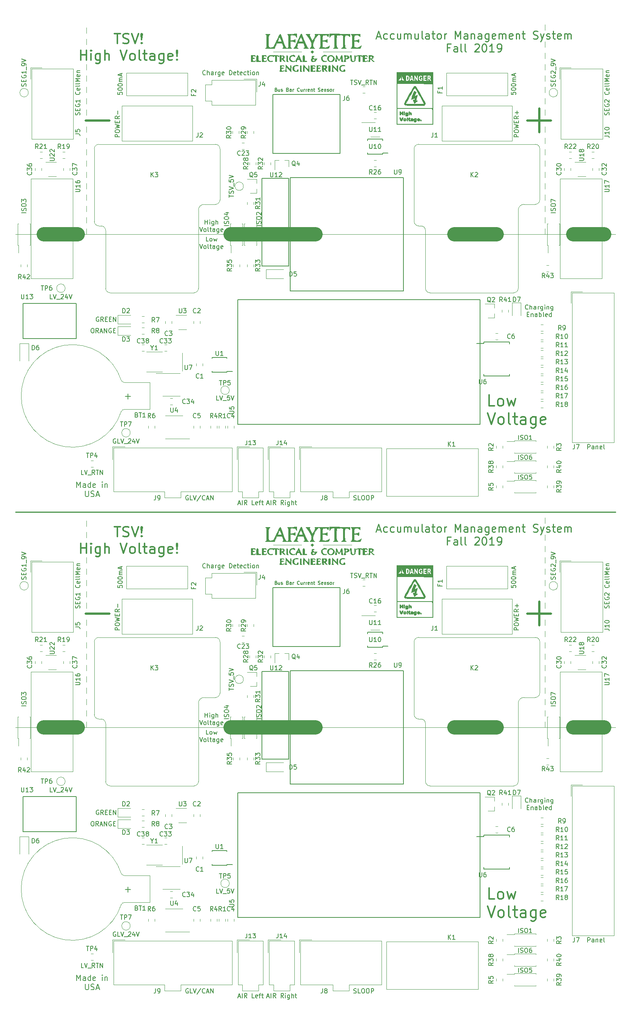
<source format=gbr>
*
%LPD*%
%LNPacMan-F_SilkS*%
%FSLAX25Y25*%
%MOIN*%
%AD*%
%AD*%
%ADD36C,0.019685039*%
%ADD37C,0.00984252*%
%ADD38C,0.01*%
%ADD39C,0.005905512*%
%ADD40C,0.000393701*%
%ADD41C,0.004724409*%
%ADD57C,0.013779528*%
%ADD58C,0.125984252*%
%ADD59C,0.007874016*%
%ADD60C,0.005*%
G54D41*
%SRX1Y1I0.0J0.0*%
G1X467500Y422500D2*
G1X467500Y427500D1*
G1X467500Y272500D2*
G1X467500Y277500D1*
G1X467500Y387500D2*
G1X467500Y392500D1*
G1X467500Y357500D2*
G1X467500Y362500D1*
G1X467500Y262500D2*
G1X467500Y267500D1*
G1X467500Y252500D2*
G1X467500Y257500D1*
G1X467500Y302500D2*
G1X467500Y307500D1*
G1X467500Y312500D2*
G1X467500Y317500D1*
G1X467500Y242500D2*
G1X467500Y247500D1*
G1X467500Y407500D2*
G1X467500Y412500D1*
G1X467500Y367500D2*
G1X467500Y372500D1*
G1X467500Y322500D2*
G1X467500Y327500D1*
G1X467500Y332500D2*
G1X467500Y337500D1*
G1X467500Y282500D2*
G1X467500Y287500D1*
G1X467500Y292500D2*
G1X467500Y297500D1*
G1X467500Y377500D2*
G1X467500Y382500D1*
G1X467500Y397500D2*
G1X467500Y402500D1*
G1X467500Y347500D2*
G1X467500Y352500D1*
G1X62500Y420000D2*
G1X62500Y425000D1*
G1X62500Y410000D2*
G1X62500Y415000D1*
G1X62500Y387500D2*
G1X62500Y392500D1*
G1X62500Y377500D2*
G1X62500Y382500D1*
G1X62500Y367500D2*
G1X62500Y372500D1*
G1X62500Y357500D2*
G1X62500Y362500D1*
G1X62500Y347500D2*
G1X62500Y352500D1*
G1X62500Y332500D2*
G1X62500Y337500D1*
G1X62500Y322500D2*
G1X62500Y327500D1*
G1X62500Y312500D2*
G1X62500Y317500D1*
G1X62500Y302500D2*
G1X62500Y307500D1*
G1X62500Y292500D2*
G1X62500Y297500D1*
G1X62500Y282500D2*
G1X62500Y287500D1*
G1X62500Y272500D2*
G1X62500Y277500D1*
G1X62500Y262500D2*
G1X62500Y267500D1*
G1X62500Y252500D2*
G1X62500Y257500D1*
G1X62500Y242500D2*
G1X62500Y247500D1*
G1X170375Y236467D2*
G54D39*
G1X168501Y236467D1*
G1X168501Y240404D1*
G1X172250Y236467D2*
G1X171875Y236654D1*
G1X171688Y236842D1*
G1X171500Y237217D1*
G1X171500Y238342D1*
G1X171688Y238717D1*
G1X171875Y238904D1*
G1X172250Y239092D1*
G1X172813Y239092D1*
G1X173187Y238904D1*
G1X173375Y238717D1*
G1X173562Y238342D1*
G1X173562Y237217D1*
G1X173375Y236842D1*
G1X173187Y236654D1*
G1X172813Y236467D1*
G1X172250Y236467D1*
G1X174875Y239092D2*
G1X175625Y236467D1*
G1X176375Y238342D1*
G1X177124Y236467D1*
G1X177874Y239092D1*
G1X162501Y233908D2*
G1X163814Y229971D1*
G1X165126Y233908D1*
G1X167001Y229971D2*
G1X166626Y230158D1*
G1X166438Y230346D1*
G1X166251Y230721D1*
G1X166251Y231846D1*
G1X166438Y232221D1*
G1X166626Y232408D1*
G1X167001Y232596D1*
G1X167563Y232596D1*
G1X167938Y232408D1*
G1X168126Y232221D1*
G1X168313Y231846D1*
G1X168313Y230721D1*
G1X168126Y230346D1*
G1X167938Y230158D1*
G1X167563Y229971D1*
G1X167001Y229971D1*
G1X170563Y229971D2*
G1X170188Y230158D1*
G1X170000Y230533D1*
G1X170000Y233908D1*
G1X171500Y232596D2*
G1X173000Y232596D1*
G1X172063Y233908D2*
G1X172063Y230533D1*
G1X172250Y230158D1*
G1X172625Y229971D1*
G1X173000Y229971D1*
G1X176000Y229971D2*
G1X176000Y232033D1*
G1X175812Y232408D1*
G1X175437Y232596D1*
G1X174687Y232596D1*
G1X174312Y232408D1*
G1X176000Y230158D2*
G1X175625Y229971D1*
G1X174687Y229971D1*
G1X174312Y230158D1*
G1X174125Y230533D1*
G1X174125Y230908D1*
G1X174312Y231283D1*
G1X174687Y231471D1*
G1X175625Y231471D1*
G1X176000Y231658D1*
G1X179562Y232596D2*
G1X179562Y229409D1*
G1X179374Y229034D1*
G1X179187Y228846D1*
G1X178812Y228659D1*
G1X178249Y228659D1*
G1X177874Y228846D1*
G1X179562Y230158D2*
G1X179187Y229971D1*
G1X178437Y229971D1*
G1X178062Y230158D1*
G1X177874Y230346D1*
G1X177687Y230721D1*
G1X177687Y231846D1*
G1X177874Y232221D1*
G1X178062Y232408D1*
G1X178437Y232596D1*
G1X179187Y232596D1*
G1X179562Y232408D1*
G1X182936Y230158D2*
G1X182561Y229971D1*
G1X181811Y229971D1*
G1X181436Y230158D1*
G1X181249Y230533D1*
G1X181249Y232033D1*
G1X181436Y232408D1*
G1X181811Y232596D1*
G1X182561Y232596D1*
G1X182936Y232408D1*
G1X183124Y232033D1*
G1X183124Y231658D1*
G1X181249Y231283D1*
G1X167376Y251467D2*
G1X167376Y255404D1*
G1X167376Y253529D2*
G1X169625Y253529D1*
G1X169625Y251467D2*
G1X169625Y255404D1*
G1X171500Y251467D2*
G1X171500Y254092D1*
G1X171500Y255404D2*
G1X171313Y255217D1*
G1X171500Y255029D1*
G1X171688Y255217D1*
G1X171500Y255404D1*
G1X171500Y255029D1*
G1X175062Y254092D2*
G1X175062Y250905D1*
G1X174875Y250530D1*
G1X174687Y250342D1*
G1X174312Y250155D1*
G1X173750Y250155D1*
G1X173375Y250342D1*
G1X175062Y251654D2*
G1X174687Y251467D1*
G1X173937Y251467D1*
G1X173562Y251654D1*
G1X173375Y251842D1*
G1X173187Y252217D1*
G1X173187Y253342D1*
G1X173375Y253717D1*
G1X173562Y253904D1*
G1X173937Y254092D1*
G1X174687Y254092D1*
G1X175062Y253904D1*
G1X176937Y251467D2*
G1X176937Y255404D1*
G1X178624Y251467D2*
G1X178624Y253529D1*
G1X178437Y253904D1*
G1X178062Y254092D1*
G1X177499Y254092D1*
G1X177124Y253904D1*
G1X176937Y253717D1*
G1X162501Y248908D2*
G1X163814Y244971D1*
G1X165126Y248908D1*
G1X167001Y244971D2*
G1X166626Y245158D1*
G1X166438Y245346D1*
G1X166251Y245721D1*
G1X166251Y246846D1*
G1X166438Y247221D1*
G1X166626Y247408D1*
G1X167001Y247596D1*
G1X167563Y247596D1*
G1X167938Y247408D1*
G1X168126Y247221D1*
G1X168313Y246846D1*
G1X168313Y245721D1*
G1X168126Y245346D1*
G1X167938Y245158D1*
G1X167563Y244971D1*
G1X167001Y244971D1*
G1X170563Y244971D2*
G1X170188Y245158D1*
G1X170000Y245533D1*
G1X170000Y248908D1*
G1X171500Y247596D2*
G1X173000Y247596D1*
G1X172063Y248908D2*
G1X172063Y245533D1*
G1X172250Y245158D1*
G1X172625Y244971D1*
G1X173000Y244971D1*
G1X176000Y244971D2*
G1X176000Y247033D1*
G1X175812Y247408D1*
G1X175437Y247596D1*
G1X174687Y247596D1*
G1X174312Y247408D1*
G1X176000Y245158D2*
G1X175625Y244971D1*
G1X174687Y244971D1*
G1X174312Y245158D1*
G1X174125Y245533D1*
G1X174125Y245908D1*
G1X174312Y246283D1*
G1X174687Y246471D1*
G1X175625Y246471D1*
G1X176000Y246658D1*
G1X179562Y247596D2*
G1X179562Y244409D1*
G1X179374Y244034D1*
G1X179187Y243846D1*
G1X178812Y243659D1*
G1X178249Y243659D1*
G1X177874Y243846D1*
G1X179562Y245158D2*
G1X179187Y244971D1*
G1X178437Y244971D1*
G1X178062Y245158D1*
G1X177874Y245346D1*
G1X177687Y245721D1*
G1X177687Y246846D1*
G1X177874Y247221D1*
G1X178062Y247408D1*
G1X178437Y247596D1*
G1X179187Y247596D1*
G1X179562Y247408D1*
G1X182936Y245158D2*
G1X182561Y244971D1*
G1X181811Y244971D1*
G1X181436Y245158D1*
G1X181249Y245533D1*
G1X181249Y247033D1*
G1X181436Y247408D1*
G1X181811Y247596D1*
G1X182561Y247596D1*
G1X182936Y247408D1*
G1X183124Y247033D1*
G1X183124Y246658D1*
G1X181249Y246283D1*
G1X90344Y367876D2*
G1X90344Y366001D1*
G1X92219Y365814D1*
G1X92031Y366001D1*
G1X91844Y366376D1*
G1X91844Y367313D1*
G1X92031Y367688D1*
G1X92219Y367876D1*
G1X92594Y368063D1*
G1X93531Y368063D1*
G1X93906Y367876D1*
G1X94094Y367688D1*
G1X94281Y367313D1*
G1X94281Y366376D1*
G1X94094Y366001D1*
G1X93906Y365814D1*
G1X90344Y370501D2*
G1X90344Y370876D1*
G1X90531Y371250D1*
G1X90719Y371438D1*
G1X91094Y371625D1*
G1X91844Y371813D1*
G1X92781Y371813D1*
G1X93531Y371625D1*
G1X93906Y371438D1*
G1X94094Y371250D1*
G1X94281Y370876D1*
G1X94281Y370501D1*
G1X94094Y370126D1*
G1X93906Y369938D1*
G1X93531Y369751D1*
G1X92781Y369563D1*
G1X91844Y369563D1*
G1X91094Y369751D1*
G1X90719Y369938D1*
G1X90531Y370126D1*
G1X90344Y370501D1*
G1X90344Y374250D2*
G1X90344Y374625D1*
G1X90531Y375000D1*
G1X90719Y375187D1*
G1X91094Y375375D1*
G1X91844Y375562D1*
G1X92781Y375562D1*
G1X93531Y375375D1*
G1X93906Y375187D1*
G1X94094Y375000D1*
G1X94281Y374625D1*
G1X94281Y374250D1*
G1X94094Y373875D1*
G1X93906Y373688D1*
G1X93531Y373500D1*
G1X92781Y373313D1*
G1X91844Y373313D1*
G1X91094Y373500D1*
G1X90719Y373688D1*
G1X90531Y373875D1*
G1X90344Y374250D1*
G1X94281Y377250D2*
G1X91656Y377250D1*
G1X92031Y377250D2*
G1X91844Y377437D1*
G1X91656Y377812D1*
G1X91656Y378375D1*
G1X91844Y378750D1*
G1X92219Y378937D1*
G1X94281Y378937D1*
G1X92219Y378937D2*
G1X91844Y379124D1*
G1X91656Y379499D1*
G1X91656Y380062D1*
G1X91844Y380437D1*
G1X92219Y380624D1*
G1X94281Y380624D1*
G1X93156Y382312D2*
G1X93156Y384186D1*
G1X94281Y381937D2*
G1X90344Y383249D1*
G1X94281Y384561D1*
G1X437844Y367876D2*
G1X437844Y366001D1*
G1X439719Y365814D1*
G1X439531Y366001D1*
G1X439344Y366376D1*
G1X439344Y367313D1*
G1X439531Y367688D1*
G1X439719Y367876D1*
G1X440094Y368063D1*
G1X441031Y368063D1*
G1X441406Y367876D1*
G1X441594Y367688D1*
G1X441781Y367313D1*
G1X441781Y366376D1*
G1X441594Y366001D1*
G1X441406Y365814D1*
G1X437844Y370501D2*
G1X437844Y370876D1*
G1X438031Y371250D1*
G1X438219Y371438D1*
G1X438594Y371625D1*
G1X439344Y371813D1*
G1X440281Y371813D1*
G1X441031Y371625D1*
G1X441406Y371438D1*
G1X441594Y371250D1*
G1X441781Y370876D1*
G1X441781Y370501D1*
G1X441594Y370126D1*
G1X441406Y369938D1*
G1X441031Y369751D1*
G1X440281Y369563D1*
G1X439344Y369563D1*
G1X438594Y369751D1*
G1X438219Y369938D1*
G1X438031Y370126D1*
G1X437844Y370501D1*
G1X437844Y374250D2*
G1X437844Y374625D1*
G1X438031Y375000D1*
G1X438219Y375187D1*
G1X438594Y375375D1*
G1X439344Y375562D1*
G1X440281Y375562D1*
G1X441031Y375375D1*
G1X441406Y375187D1*
G1X441594Y375000D1*
G1X441781Y374625D1*
G1X441781Y374250D1*
G1X441594Y373875D1*
G1X441406Y373688D1*
G1X441031Y373500D1*
G1X440281Y373313D1*
G1X439344Y373313D1*
G1X438594Y373500D1*
G1X438219Y373688D1*
G1X438031Y373875D1*
G1X437844Y374250D1*
G1X441781Y377250D2*
G1X439156Y377250D1*
G1X439531Y377250D2*
G1X439344Y377437D1*
G1X439156Y377812D1*
G1X439156Y378375D1*
G1X439344Y378750D1*
G1X439719Y378937D1*
G1X441781Y378937D1*
G1X439719Y378937D2*
G1X439344Y379124D1*
G1X439156Y379499D1*
G1X439156Y380062D1*
G1X439344Y380437D1*
G1X439719Y380624D1*
G1X441781Y380624D1*
G1X440656Y382312D2*
G1X440656Y384186D1*
G1X441781Y381937D2*
G1X437844Y383249D1*
G1X441781Y384561D1*
G1X62001Y343031D2*
G54D36*
G1X82999Y343031D1*
G1X452001Y343031D2*
G1X472999Y343031D1*
G1X462500Y332533D2*
G1X462500Y353530D1*
G1X422926Y91118D2*
G54D57*
G1X418239Y91118D1*
G1X418239Y100961D1*
G1X427613Y91118D2*
G1X426676Y91587D1*
G1X426207Y92056D1*
G1X425738Y92993D1*
G1X425738Y95805D1*
G1X426207Y96743D1*
G1X426676Y97211D1*
G1X427613Y97680D1*
G1X429019Y97680D1*
G1X429956Y97211D1*
G1X430425Y96743D1*
G1X430894Y95805D1*
G1X430894Y92993D1*
G1X430425Y92056D1*
G1X429956Y91587D1*
G1X429019Y91118D1*
G1X427613Y91118D1*
G1X434175Y97680D2*
G1X436049Y91118D1*
G1X437924Y95805D1*
G1X439799Y91118D1*
G1X441674Y97680D1*
G1X416833Y84819D2*
G1X420114Y74977D1*
G1X423395Y84819D1*
G1X428082Y74977D2*
G1X427144Y75445D1*
G1X426676Y75914D1*
G1X426207Y76851D1*
G1X426207Y79663D1*
G1X426676Y80601D1*
G1X427144Y81070D1*
G1X428082Y81538D1*
G1X429488Y81538D1*
G1X430425Y81070D1*
G1X430894Y80601D1*
G1X431362Y79663D1*
G1X431362Y76851D1*
G1X430894Y75914D1*
G1X430425Y75445D1*
G1X429488Y74977D1*
G1X428082Y74977D1*
G1X436987Y74977D2*
G1X436049Y75445D1*
G1X435581Y76383D1*
G1X435581Y84819D1*
G1X439330Y81538D2*
G1X443080Y81538D1*
G1X440736Y84819D2*
G1X440736Y76383D1*
G1X441205Y75445D1*
G1X442142Y74977D1*
G1X443080Y74977D1*
G1X450579Y74977D2*
G1X450579Y80132D1*
G1X450110Y81070D1*
G1X449173Y81538D1*
G1X447298Y81538D1*
G1X446361Y81070D1*
G1X450579Y75445D2*
G1X449641Y74977D1*
G1X447298Y74977D1*
G1X446361Y75445D1*
G1X445892Y76383D1*
G1X445892Y77320D1*
G1X446361Y78257D1*
G1X447298Y78726D1*
G1X449641Y78726D1*
G1X450579Y79195D1*
G1X459484Y81538D2*
G1X459484Y73570D1*
G1X459015Y72633D1*
G1X458547Y72164D1*
G1X457609Y71696D1*
G1X456203Y71696D1*
G1X455266Y72164D1*
G1X459484Y75445D2*
G1X458547Y74977D1*
G1X456672Y74977D1*
G1X455734Y75445D1*
G1X455266Y75914D1*
G1X454797Y76851D1*
G1X454797Y79663D1*
G1X455266Y80601D1*
G1X455734Y81070D1*
G1X456672Y81538D1*
G1X458547Y81538D1*
G1X459484Y81070D1*
G1X467920Y75445D2*
G1X466983Y74977D1*
G1X465108Y74977D1*
G1X464171Y75445D1*
G1X463702Y76383D1*
G1X463702Y80132D1*
G1X464171Y81070D1*
G1X465108Y81538D1*
G1X466983Y81538D1*
G1X467920Y81070D1*
G1X468389Y80132D1*
G1X468389Y79195D1*
G1X463702Y78257D1*
G1X230042Y370211D2*
G54D39*
G1X230464Y370070D1*
G1X230605Y369930D1*
G1X230745Y369648D1*
G1X230745Y369227D1*
G1X230605Y368945D1*
G1X230464Y368805D1*
G1X230183Y368664D1*
G1X229058Y368664D1*
G1X229058Y371617D1*
G1X230042Y371617D1*
G1X230323Y371476D1*
G1X230464Y371336D1*
G1X230605Y371055D1*
G1X230605Y370773D1*
G1X230464Y370492D1*
G1X230323Y370352D1*
G1X230042Y370211D1*
G1X229058Y370211D1*
G1X233276Y370633D2*
G1X233276Y368664D1*
G1X232011Y370633D2*
G1X232011Y369086D1*
G1X232151Y368805D1*
G1X232433Y368664D1*
G1X232854Y368664D1*
G1X233136Y368805D1*
G1X233276Y368945D1*
G1X234542Y368805D2*
G1X234823Y368664D1*
G1X235385Y368664D1*
G1X235666Y368805D1*
G1X235807Y369086D1*
G1X235807Y369227D1*
G1X235666Y369508D1*
G1X235385Y369648D1*
G1X234963Y369648D1*
G1X234682Y369789D1*
G1X234542Y370070D1*
G1X234542Y370211D1*
G1X234682Y370492D1*
G1X234963Y370633D1*
G1X235385Y370633D1*
G1X235666Y370492D1*
G1X240307Y370211D2*
G1X240728Y370070D1*
G1X240869Y369930D1*
G1X241010Y369648D1*
G1X241010Y369227D1*
G1X240869Y368945D1*
G1X240728Y368805D1*
G1X240447Y368664D1*
G1X239322Y368664D1*
G1X239322Y371617D1*
G1X240307Y371617D1*
G1X240588Y371476D1*
G1X240728Y371336D1*
G1X240869Y371055D1*
G1X240869Y370773D1*
G1X240728Y370492D1*
G1X240588Y370352D1*
G1X240307Y370211D1*
G1X239322Y370211D1*
G1X243540Y368664D2*
G1X243540Y370211D1*
G1X243400Y370492D1*
G1X243119Y370633D1*
G1X242556Y370633D1*
G1X242275Y370492D1*
G1X243540Y368805D2*
G1X243259Y368664D1*
G1X242556Y368664D1*
G1X242275Y368805D1*
G1X242134Y369086D1*
G1X242134Y369367D1*
G1X242275Y369648D1*
G1X242556Y369789D1*
G1X243259Y369789D1*
G1X243540Y369930D1*
G1X244947Y368664D2*
G1X244947Y370633D1*
G1X244947Y370070D2*
G1X245087Y370352D1*
G1X245228Y370492D1*
G1X245509Y370633D1*
G1X245790Y370633D1*
G1X250711Y368945D2*
G1X250571Y368805D1*
G1X250149Y368664D1*
G1X249868Y368664D1*
G1X249446Y368805D1*
G1X249165Y369086D1*
G1X249024Y369367D1*
G1X248884Y369930D1*
G1X248884Y370352D1*
G1X249024Y370914D1*
G1X249165Y371195D1*
G1X249446Y371476D1*
G1X249868Y371617D1*
G1X250149Y371617D1*
G1X250571Y371476D1*
G1X250711Y371336D1*
G1X253242Y370633D2*
G1X253242Y368664D1*
G1X251977Y370633D2*
G1X251977Y369086D1*
G1X252118Y368805D1*
G1X252399Y368664D1*
G1X252821Y368664D1*
G1X253102Y368805D1*
G1X253242Y368945D1*
G1X254648Y368664D2*
G1X254648Y370633D1*
G1X254648Y370070D2*
G1X254789Y370352D1*
G1X254930Y370492D1*
G1X255211Y370633D1*
G1X255492Y370633D1*
G1X256476Y368664D2*
G1X256476Y370633D1*
G1X256476Y370070D2*
G1X256617Y370352D1*
G1X256758Y370492D1*
G1X257039Y370633D1*
G1X257320Y370633D1*
G1X259429Y368805D2*
G1X259148Y368664D1*
G1X258585Y368664D1*
G1X258304Y368805D1*
G1X258164Y369086D1*
G1X258164Y370211D1*
G1X258304Y370492D1*
G1X258585Y370633D1*
G1X259148Y370633D1*
G1X259429Y370492D1*
G1X259570Y370211D1*
G1X259570Y369930D1*
G1X258164Y369648D1*
G1X260835Y370633D2*
G1X260835Y368664D1*
G1X260835Y370352D2*
G1X260976Y370492D1*
G1X261257Y370633D1*
G1X261679Y370633D1*
G1X261960Y370492D1*
G1X262101Y370211D1*
G1X262101Y368664D1*
G1X263085Y370633D2*
G1X264210Y370633D1*
G1X263507Y371617D2*
G1X263507Y369086D1*
G1X263647Y368805D1*
G1X263929Y368664D1*
G1X264210Y368664D1*
G1X267303Y368805D2*
G1X267725Y368664D1*
G1X268428Y368664D1*
G1X268709Y368805D1*
G1X268850Y368945D1*
G1X268990Y369227D1*
G1X268990Y369508D1*
G1X268850Y369789D1*
G1X268709Y369930D1*
G1X268428Y370070D1*
G1X267866Y370211D1*
G1X267584Y370352D1*
G1X267444Y370492D1*
G1X267303Y370773D1*
G1X267303Y371055D1*
G1X267444Y371336D1*
G1X267584Y371476D1*
G1X267866Y371617D1*
G1X268569Y371617D1*
G1X268990Y371476D1*
G1X271381Y368805D2*
G1X271100Y368664D1*
G1X270537Y368664D1*
G1X270256Y368805D1*
G1X270115Y369086D1*
G1X270115Y370211D1*
G1X270256Y370492D1*
G1X270537Y370633D1*
G1X271100Y370633D1*
G1X271381Y370492D1*
G1X271521Y370211D1*
G1X271521Y369930D1*
G1X270115Y369648D1*
G1X272787Y370633D2*
G1X272787Y368664D1*
G1X272787Y370352D2*
G1X272927Y370492D1*
G1X273209Y370633D1*
G1X273630Y370633D1*
G1X273912Y370492D1*
G1X274052Y370211D1*
G1X274052Y368664D1*
G1X275318Y368805D2*
G1X275599Y368664D1*
G1X276161Y368664D1*
G1X276443Y368805D1*
G1X276583Y369086D1*
G1X276583Y369227D1*
G1X276443Y369508D1*
G1X276161Y369648D1*
G1X275740Y369648D1*
G1X275458Y369789D1*
G1X275318Y370070D1*
G1X275318Y370211D1*
G1X275458Y370492D1*
G1X275740Y370633D1*
G1X276161Y370633D1*
G1X276443Y370492D1*
G1X278271Y368664D2*
G1X277989Y368805D1*
G1X277849Y368945D1*
G1X277708Y369227D1*
G1X277708Y370070D1*
G1X277849Y370352D1*
G1X277989Y370492D1*
G1X278271Y370633D1*
G1X278692Y370633D1*
G1X278974Y370492D1*
G1X279114Y370352D1*
G1X279255Y370070D1*
G1X279255Y369227D1*
G1X279114Y368945D1*
G1X278974Y368805D1*
G1X278692Y368664D1*
G1X278271Y368664D1*
G1X280520Y368664D2*
G1X280520Y370633D1*
G1X280520Y370070D2*
G1X280661Y370352D1*
G1X280801Y370492D1*
G1X281083Y370633D1*
G1X281364Y370633D1*
G1X0Y242500D2*
G54D41*
G1X530000Y242500D1*
G1X452657Y176842D2*
G54D39*
G1X452470Y176654D1*
G1X451908Y176467D1*
G1X451533Y176467D1*
G1X450970Y176654D1*
G1X450595Y177029D1*
G1X450408Y177404D1*
G1X450220Y178154D1*
G1X450220Y178717D1*
G1X450408Y179467D1*
G1X450595Y179842D1*
G1X450970Y180217D1*
G1X451533Y180404D1*
G1X451908Y180404D1*
G1X452470Y180217D1*
G1X452657Y180029D1*
G1X454345Y176467D2*
G1X454345Y180404D1*
G1X456032Y176467D2*
G1X456032Y178529D1*
G1X455845Y178904D1*
G1X455470Y179092D1*
G1X454907Y179092D1*
G1X454532Y178904D1*
G1X454345Y178717D1*
G1X459594Y176467D2*
G1X459594Y178529D1*
G1X459407Y178904D1*
G1X459032Y179092D1*
G1X458282Y179092D1*
G1X457907Y178904D1*
G1X459594Y176654D2*
G1X459219Y176467D1*
G1X458282Y176467D1*
G1X457907Y176654D1*
G1X457719Y177029D1*
G1X457719Y177404D1*
G1X457907Y177779D1*
G1X458282Y177967D1*
G1X459219Y177967D1*
G1X459594Y178154D1*
G1X461469Y176467D2*
G1X461469Y179092D1*
G1X461469Y178342D2*
G1X461656Y178717D1*
G1X461844Y178904D1*
G1X462219Y179092D1*
G1X462594Y179092D1*
G1X465593Y179092D2*
G1X465593Y175905D1*
G1X465406Y175530D1*
G1X465218Y175342D1*
G1X464843Y175155D1*
G1X464281Y175155D1*
G1X463906Y175342D1*
G1X465593Y176654D2*
G1X465218Y176467D1*
G1X464469Y176467D1*
G1X464094Y176654D1*
G1X463906Y176842D1*
G1X463719Y177217D1*
G1X463719Y178342D1*
G1X463906Y178717D1*
G1X464094Y178904D1*
G1X464469Y179092D1*
G1X465218Y179092D1*
G1X465593Y178904D1*
G1X467468Y176467D2*
G1X467468Y179092D1*
G1X467468Y180404D2*
G1X467281Y180217D1*
G1X467468Y180029D1*
G1X467656Y180217D1*
G1X467468Y180404D1*
G1X467468Y180029D1*
G1X469343Y179092D2*
G1X469343Y176467D1*
G1X469343Y178717D2*
G1X469530Y178904D1*
G1X469905Y179092D1*
G1X470468Y179092D1*
G1X470843Y178904D1*
G1X471030Y178529D1*
G1X471030Y176467D1*
G1X474592Y179092D2*
G1X474592Y175905D1*
G1X474405Y175530D1*
G1X474217Y175342D1*
G1X473842Y175155D1*
G1X473280Y175155D1*
G1X472905Y175342D1*
G1X474592Y176654D2*
G1X474217Y176467D1*
G1X473467Y176467D1*
G1X473092Y176654D1*
G1X472905Y176842D1*
G1X472717Y177217D1*
G1X472717Y178342D1*
G1X472905Y178717D1*
G1X473092Y178904D1*
G1X473467Y179092D1*
G1X474217Y179092D1*
G1X474592Y178904D1*
G1X451814Y172033D2*
G1X453126Y172033D1*
G1X453689Y169971D2*
G1X451814Y169971D1*
G1X451814Y173908D1*
G1X453689Y173908D1*
G1X455376Y172596D2*
G1X455376Y169971D1*
G1X455376Y172221D2*
G1X455563Y172408D1*
G1X455938Y172596D1*
G1X456501Y172596D1*
G1X456876Y172408D1*
G1X457063Y172033D1*
G1X457063Y169971D1*
G1X460625Y169971D2*
G1X460625Y172033D1*
G1X460438Y172408D1*
G1X460063Y172596D1*
G1X459313Y172596D1*
G1X458938Y172408D1*
G1X460625Y170158D2*
G1X460250Y169971D1*
G1X459313Y169971D1*
G1X458938Y170158D1*
G1X458750Y170533D1*
G1X458750Y170908D1*
G1X458938Y171283D1*
G1X459313Y171471D1*
G1X460250Y171471D1*
G1X460625Y171658D1*
G1X462500Y169971D2*
G1X462500Y173908D1*
G1X462500Y172408D2*
G1X462875Y172596D1*
G1X463625Y172596D1*
G1X464000Y172408D1*
G1X464187Y172221D1*
G1X464375Y171846D1*
G1X464375Y170721D1*
G1X464187Y170346D1*
G1X464000Y170158D1*
G1X463625Y169971D1*
G1X462875Y169971D1*
G1X462500Y170158D1*
G1X466624Y169971D2*
G1X466250Y170158D1*
G1X466062Y170533D1*
G1X466062Y173908D1*
G1X469624Y170158D2*
G1X469249Y169971D1*
G1X468499Y169971D1*
G1X468124Y170158D1*
G1X467937Y170533D1*
G1X467937Y172033D1*
G1X468124Y172408D1*
G1X468499Y172596D1*
G1X469249Y172596D1*
G1X469624Y172408D1*
G1X469812Y172033D1*
G1X469812Y171658D1*
G1X467937Y171283D1*
G1X473186Y169971D2*
G1X473186Y173908D1*
G1X473186Y170158D2*
G1X472811Y169971D1*
G1X472061Y169971D1*
G1X471686Y170158D1*
G1X471499Y170346D1*
G1X471311Y170721D1*
G1X471311Y171846D1*
G1X471499Y172221D1*
G1X471686Y172408D1*
G1X472061Y172596D1*
G1X472811Y172596D1*
G1X473186Y172408D1*
G1X25000Y242500D2*
G54D58*
G1X55000Y242500D1*
G1X190000Y242500D2*
G1X265000Y242500D1*
G1X387500Y242500D2*
G1X425000Y242500D1*
G1X492500Y242500D2*
G1X520000Y242500D1*
G1X319042Y417011D2*
G54D37*
G1X322323Y417011D1*
G1X318386Y415043D2*
G1X320682Y421932D1*
G1X322979Y415043D1*
G1X328228Y415371D2*
G1X327572Y415043D1*
G1X326260Y415043D1*
G1X325604Y415371D1*
G1X325276Y415699D1*
G1X324948Y416355D1*
G1X324948Y418324D1*
G1X325276Y418980D1*
G1X325604Y419308D1*
G1X326260Y419636D1*
G1X327572Y419636D1*
G1X328228Y419308D1*
G1X334134Y415371D2*
G1X333478Y415043D1*
G1X332165Y415043D1*
G1X331509Y415371D1*
G1X331181Y415699D1*
G1X330853Y416355D1*
G1X330853Y418324D1*
G1X331181Y418980D1*
G1X331509Y419308D1*
G1X332165Y419636D1*
G1X333478Y419636D1*
G1X334134Y419308D1*
G1X340039Y419636D2*
G1X340039Y415043D1*
G1X337087Y419636D2*
G1X337087Y416027D1*
G1X337415Y415371D1*
G1X338071Y415043D1*
G1X339055Y415043D1*
G1X339711Y415371D1*
G1X340039Y415699D1*
G1X343320Y415043D2*
G1X343320Y419636D1*
G1X343320Y418980D2*
G1X343648Y419308D1*
G1X344304Y419636D1*
G1X345289Y419636D1*
G1X345945Y419308D1*
G1X346273Y418652D1*
G1X346273Y415043D1*
G1X346273Y418652D2*
G1X346601Y419308D1*
G1X347257Y419636D1*
G1X348241Y419636D1*
G1X348898Y419308D1*
G1X349226Y418652D1*
G1X349226Y415043D1*
G1X355459Y419636D2*
G1X355459Y415043D1*
G1X352507Y419636D2*
G1X352507Y416027D1*
G1X352835Y415371D1*
G1X353491Y415043D1*
G1X354475Y415043D1*
G1X355131Y415371D1*
G1X355459Y415699D1*
G1X359724Y415043D2*
G1X359068Y415371D1*
G1X358740Y416027D1*
G1X358740Y421932D1*
G1X365302Y415043D2*
G1X365302Y418652D1*
G1X364974Y419308D1*
G1X364318Y419636D1*
G1X363005Y419636D1*
G1X362349Y419308D1*
G1X365302Y415371D2*
G1X364646Y415043D1*
G1X363005Y415043D1*
G1X362349Y415371D1*
G1X362021Y416027D1*
G1X362021Y416683D1*
G1X362349Y417339D1*
G1X363005Y417667D1*
G1X364646Y417667D1*
G1X365302Y417995D1*
G1X367598Y419636D2*
G1X370223Y419636D1*
G1X368583Y421932D2*
G1X368583Y416027D1*
G1X368911Y415371D1*
G1X369567Y415043D1*
G1X370223Y415043D1*
G1X373504Y415043D2*
G1X372848Y415371D1*
G1X372520Y415699D1*
G1X372192Y416355D1*
G1X372192Y418324D1*
G1X372520Y418980D1*
G1X372848Y419308D1*
G1X373504Y419636D1*
G1X374488Y419636D1*
G1X375144Y419308D1*
G1X375472Y418980D1*
G1X375801Y418324D1*
G1X375801Y416355D1*
G1X375472Y415699D1*
G1X375144Y415371D1*
G1X374488Y415043D1*
G1X373504Y415043D1*
G1X378753Y415043D2*
G1X378753Y419636D1*
G1X378753Y418324D2*
G1X379081Y418980D1*
G1X379409Y419308D1*
G1X380066Y419636D1*
G1X380722Y419636D1*
G1X388268Y415043D2*
G1X388268Y421932D1*
G1X390564Y417011D1*
G1X392861Y421932D1*
G1X392861Y415043D1*
G1X399094Y415043D2*
G1X399094Y418652D1*
G1X398766Y419308D1*
G1X398110Y419636D1*
G1X396798Y419636D1*
G1X396142Y419308D1*
G1X399094Y415371D2*
G1X398438Y415043D1*
G1X396798Y415043D1*
G1X396142Y415371D1*
G1X395814Y416027D1*
G1X395814Y416683D1*
G1X396142Y417339D1*
G1X396798Y417667D1*
G1X398438Y417667D1*
G1X399094Y417995D1*
G1X402375Y419636D2*
G1X402375Y415043D1*
G1X402375Y418980D2*
G1X402703Y419308D1*
G1X403360Y419636D1*
G1X404344Y419636D1*
G1X405000Y419308D1*
G1X405328Y418652D1*
G1X405328Y415043D1*
G1X411562Y415043D2*
G1X411562Y418652D1*
G1X411234Y419308D1*
G1X410577Y419636D1*
G1X409265Y419636D1*
G1X408609Y419308D1*
G1X411562Y415371D2*
G1X410906Y415043D1*
G1X409265Y415043D1*
G1X408609Y415371D1*
G1X408281Y416027D1*
G1X408281Y416683D1*
G1X408609Y417339D1*
G1X409265Y417667D1*
G1X410906Y417667D1*
G1X411562Y417995D1*
G1X417795Y419636D2*
G1X417795Y414058D1*
G1X417467Y413402D1*
G1X417139Y413074D1*
G1X416483Y412746D1*
G1X415499Y412746D1*
G1X414843Y413074D1*
G1X417795Y415371D2*
G1X417139Y415043D1*
G1X415827Y415043D1*
G1X415171Y415371D1*
G1X414843Y415699D1*
G1X414514Y416355D1*
G1X414514Y418324D1*
G1X414843Y418980D1*
G1X415171Y419308D1*
G1X415827Y419636D1*
G1X417139Y419636D1*
G1X417795Y419308D1*
G1X423701Y415371D2*
G1X423045Y415043D1*
G1X421732Y415043D1*
G1X421076Y415371D1*
G1X420748Y416027D1*
G1X420748Y418652D1*
G1X421076Y419308D1*
G1X421732Y419636D1*
G1X423045Y419636D1*
G1X423701Y419308D1*
G1X424029Y418652D1*
G1X424029Y417995D1*
G1X420748Y417339D1*
G1X426982Y415043D2*
G1X426982Y419636D1*
G1X426982Y418980D2*
G1X427310Y419308D1*
G1X427966Y419636D1*
G1X428950Y419636D1*
G1X429606Y419308D1*
G1X429934Y418652D1*
G1X429934Y415043D1*
G1X429934Y418652D2*
G1X430262Y419308D1*
G1X430919Y419636D1*
G1X431903Y419636D1*
G1X432559Y419308D1*
G1X432887Y418652D1*
G1X432887Y415043D1*
G1X438793Y415371D2*
G1X438136Y415043D1*
G1X436824Y415043D1*
G1X436168Y415371D1*
G1X435840Y416027D1*
G1X435840Y418652D1*
G1X436168Y419308D1*
G1X436824Y419636D1*
G1X438136Y419636D1*
G1X438793Y419308D1*
G1X439121Y418652D1*
G1X439121Y417995D1*
G1X435840Y417339D1*
G1X442074Y419636D2*
G1X442074Y415043D1*
G1X442074Y418980D2*
G1X442402Y419308D1*
G1X443058Y419636D1*
G1X444042Y419636D1*
G1X444698Y419308D1*
G1X445026Y418652D1*
G1X445026Y415043D1*
G1X447323Y419636D2*
G1X449948Y419636D1*
G1X448307Y421932D2*
G1X448307Y416027D1*
G1X448635Y415371D1*
G1X449291Y415043D1*
G1X449948Y415043D1*
G1X457165Y415371D2*
G1X458150Y415043D1*
G1X459790Y415043D1*
G1X460446Y415371D1*
G1X460774Y415699D1*
G1X461102Y416355D1*
G1X461102Y417011D1*
G1X460774Y417667D1*
G1X460446Y417995D1*
G1X459790Y418324D1*
G1X458478Y418652D1*
G1X457822Y418980D1*
G1X457493Y419308D1*
G1X457165Y419964D1*
G1X457165Y420620D1*
G1X457493Y421276D1*
G1X457822Y421604D1*
G1X458478Y421932D1*
G1X460118Y421932D1*
G1X461102Y421604D1*
G1X463399Y419636D2*
G1X465039Y415043D1*
G1X466680Y419636D2*
G1X465039Y415043D1*
G1X464383Y413402D1*
G1X464055Y413074D1*
G1X463399Y412746D1*
G1X468976Y415371D2*
G1X469633Y415043D1*
G1X470945Y415043D1*
G1X471601Y415371D1*
G1X471929Y416027D1*
G1X471929Y416355D1*
G1X471601Y417011D1*
G1X470945Y417339D1*
G1X469961Y417339D1*
G1X469304Y417667D1*
G1X468976Y418324D1*
G1X468976Y418652D1*
G1X469304Y419308D1*
G1X469961Y419636D1*
G1X470945Y419636D1*
G1X471601Y419308D1*
G1X473898Y419636D2*
G1X476522Y419636D1*
G1X474882Y421932D2*
G1X474882Y416027D1*
G1X475210Y415371D1*
G1X475866Y415043D1*
G1X476522Y415043D1*
G1X481444Y415371D2*
G1X480787Y415043D1*
G1X479475Y415043D1*
G1X478819Y415371D1*
G1X478491Y416027D1*
G1X478491Y418652D1*
G1X478819Y419308D1*
G1X479475Y419636D1*
G1X480787Y419636D1*
G1X481444Y419308D1*
G1X481772Y418652D1*
G1X481772Y417995D1*
G1X478491Y417339D1*
G1X484724Y415043D2*
G1X484724Y419636D1*
G1X484724Y418980D2*
G1X485052Y419308D1*
G1X485709Y419636D1*
G1X486693Y419636D1*
G1X487349Y419308D1*
G1X487677Y418652D1*
G1X487677Y415043D1*
G1X487677Y418652D2*
G1X488005Y419308D1*
G1X488661Y419636D1*
G1X489646Y419636D1*
G1X490302Y419308D1*
G1X490630Y418652D1*
G1X490630Y415043D1*
G1X383511Y407333D2*
G1X381214Y407333D1*
G1X381214Y403724D2*
G1X381214Y410614D1*
G1X384495Y410614D1*
G1X390072Y403724D2*
G1X390072Y407333D1*
G1X389744Y407989D1*
G1X389088Y408317D1*
G1X387776Y408317D1*
G1X387119Y407989D1*
G1X390072Y404052D2*
G1X389416Y403724D1*
G1X387776Y403724D1*
G1X387119Y404052D1*
G1X386791Y404708D1*
G1X386791Y405364D1*
G1X387119Y406020D1*
G1X387776Y406348D1*
G1X389416Y406348D1*
G1X390072Y406676D1*
G1X394337Y403724D2*
G1X393681Y404052D1*
G1X393353Y404708D1*
G1X393353Y410614D1*
G1X397946Y403724D2*
G1X397290Y404052D1*
G1X396962Y404708D1*
G1X396962Y410614D1*
G1X405492Y409957D2*
G1X405820Y410285D1*
G1X406476Y410614D1*
G1X408117Y410614D1*
G1X408773Y410285D1*
G1X409101Y409957D1*
G1X409429Y409301D1*
G1X409429Y408645D1*
G1X409101Y407661D1*
G1X405164Y403724D1*
G1X409429Y403724D1*
G1X413694Y410614D2*
G1X414350Y410614D1*
G1X415007Y410285D1*
G1X415335Y409957D1*
G1X415663Y409301D1*
G1X415991Y407989D1*
G1X415991Y406348D1*
G1X415663Y405036D1*
G1X415335Y404380D1*
G1X415007Y404052D1*
G1X414350Y403724D1*
G1X413694Y403724D1*
G1X413038Y404052D1*
G1X412710Y404380D1*
G1X412382Y405036D1*
G1X412054Y406348D1*
G1X412054Y407989D1*
G1X412382Y409301D1*
G1X412710Y409957D1*
G1X413038Y410285D1*
G1X413694Y410614D1*
G1X422552Y403724D2*
G1X418615Y403724D1*
G1X420584Y403724D2*
G1X420584Y410614D1*
G1X419928Y409629D1*
G1X419272Y408973D1*
G1X418615Y408645D1*
G1X425833Y403724D2*
G1X427146Y403724D1*
G1X427802Y404052D1*
G1X428130Y404380D1*
G1X428786Y405364D1*
G1X429114Y406676D1*
G1X429114Y409301D1*
G1X428786Y409957D1*
G1X428458Y410285D1*
G1X427802Y410614D1*
G1X426489Y410614D1*
G1X425833Y410285D1*
G1X425505Y409957D1*
G1X425177Y409301D1*
G1X425177Y407661D1*
G1X425505Y407005D1*
G1X425833Y406676D1*
G1X426489Y406348D1*
G1X427802Y406348D1*
G1X428458Y406676D1*
G1X428786Y407005D1*
G1X429114Y407661D1*
G1X87345Y419684D2*
G54D57*
G1X92407Y419684D1*
G1X89876Y410825D2*
G1X89876Y419684D1*
G1X94938Y411247D2*
G1X96204Y410825D1*
G1X98313Y410825D1*
G1X99156Y411247D1*
G1X99578Y411669D1*
G1X100000Y412513D1*
G1X100000Y413356D1*
G1X99578Y414200D1*
G1X99156Y414622D1*
G1X98313Y415044D1*
G1X96625Y415465D1*
G1X95782Y415887D1*
G1X95360Y416309D1*
G1X94938Y417153D1*
G1X94938Y417996D1*
G1X95360Y418840D1*
G1X95782Y419262D1*
G1X96625Y419684D1*
G1X98735Y419684D1*
G1X100000Y419262D1*
G1X102531Y419684D2*
G1X105484Y410825D1*
G1X108436Y419684D1*
G1X111389Y411669D2*
G1X111811Y411247D1*
G1X111389Y410825D1*
G1X110967Y411247D1*
G1X111389Y411669D1*
G1X111389Y410825D1*
G1X111389Y414200D2*
G1X110967Y419262D1*
G1X111389Y419684D1*
G1X111811Y419262D1*
G1X111389Y414200D1*
G1X111389Y419684D1*
G1X57396Y396160D2*
G1X57396Y405018D1*
G1X57396Y400800D2*
G1X62458Y400800D1*
G1X62458Y396160D2*
G1X62458Y405018D1*
G1X66676Y396160D2*
G1X66676Y402066D1*
G1X66676Y405018D2*
G1X66254Y404596D1*
G1X66676Y404175D1*
G1X67098Y404596D1*
G1X66676Y405018D1*
G1X66676Y404175D1*
G1X74691Y402066D2*
G1X74691Y394895D1*
G1X74269Y394051D1*
G1X73847Y393629D1*
G1X73003Y393207D1*
G1X71738Y393207D1*
G1X70894Y393629D1*
G1X74691Y396582D2*
G1X73847Y396160D1*
G1X72160Y396160D1*
G1X71316Y396582D1*
G1X70894Y397004D1*
G1X70472Y397847D1*
G1X70472Y400378D1*
G1X70894Y401222D1*
G1X71316Y401644D1*
G1X72160Y402066D1*
G1X73847Y402066D1*
G1X74691Y401644D1*
G1X78909Y396160D2*
G1X78909Y405018D1*
G1X82705Y396160D2*
G1X82705Y400800D1*
G1X82283Y401644D1*
G1X81440Y402066D1*
G1X80174Y402066D1*
G1X79331Y401644D1*
G1X78909Y401222D1*
G1X92407Y405018D2*
G1X95360Y396160D1*
G1X98313Y405018D1*
G1X102531Y396160D2*
G1X101687Y396582D1*
G1X101265Y397004D1*
G1X100844Y397847D1*
G1X100844Y400378D1*
G1X101265Y401222D1*
G1X101687Y401644D1*
G1X102531Y402066D1*
G1X103796Y402066D1*
G1X104640Y401644D1*
G1X105062Y401222D1*
G1X105484Y400378D1*
G1X105484Y397847D1*
G1X105062Y397004D1*
G1X104640Y396582D1*
G1X103796Y396160D1*
G1X102531Y396160D1*
G1X110546Y396160D2*
G1X109702Y396582D1*
G1X109280Y397425D1*
G1X109280Y405018D1*
G1X112655Y402066D2*
G1X116029Y402066D1*
G1X113920Y405018D2*
G1X113920Y397425D1*
G1X114342Y396582D1*
G1X115186Y396160D1*
G1X116029Y396160D1*
G1X122778Y396160D2*
G1X122778Y400800D1*
G1X122357Y401644D1*
G1X121513Y402066D1*
G1X119826Y402066D1*
G1X118982Y401644D1*
G1X122778Y396582D2*
G1X121935Y396160D1*
G1X119826Y396160D1*
G1X118982Y396582D1*
G1X118560Y397425D1*
G1X118560Y398269D1*
G1X118982Y399113D1*
G1X119826Y399535D1*
G1X121935Y399535D1*
G1X122778Y399956D1*
G1X130793Y402066D2*
G1X130793Y394895D1*
G1X130371Y394051D1*
G1X129949Y393629D1*
G1X129106Y393207D1*
G1X127840Y393207D1*
G1X126997Y393629D1*
G1X130793Y396582D2*
G1X129949Y396160D1*
G1X128262Y396160D1*
G1X127418Y396582D1*
G1X126997Y397004D1*
G1X126575Y397847D1*
G1X126575Y400378D1*
G1X126997Y401222D1*
G1X127418Y401644D1*
G1X128262Y402066D1*
G1X129949Y402066D1*
G1X130793Y401644D1*
G1X138386Y396582D2*
G1X137542Y396160D1*
G1X135855Y396160D1*
G1X135011Y396582D1*
G1X134589Y397425D1*
G1X134589Y400800D1*
G1X135011Y401644D1*
G1X135855Y402066D1*
G1X137542Y402066D1*
G1X138386Y401644D1*
G1X138808Y400800D1*
G1X138808Y399956D1*
G1X134589Y399113D1*
G1X142604Y397004D2*
G1X143026Y396582D1*
G1X142604Y396160D1*
G1X142182Y396582D1*
G1X142604Y397004D1*
G1X142604Y396160D1*
G1X142604Y399535D2*
G1X142182Y404596D1*
G1X142604Y405018D1*
G1X143026Y404596D1*
G1X142604Y399535D1*
G1X142604Y405018D1*
G1X54025Y19358D2*
G54D59*
G1X54025Y24280D1*
G1X55666Y20764D1*
G1X57306Y24280D1*
G1X57306Y19358D1*
G1X61759Y19358D2*
G1X61759Y21936D1*
G1X61524Y22405D1*
G1X61056Y22639D1*
G1X60118Y22639D1*
G1X59649Y22405D1*
G1X61759Y19593D2*
G1X61290Y19358D1*
G1X60118Y19358D1*
G1X59649Y19593D1*
G1X59415Y20061D1*
G1X59415Y20530D1*
G1X59649Y20999D1*
G1X60118Y21233D1*
G1X61290Y21233D1*
G1X61759Y21467D1*
G1X66211Y19358D2*
G1X66211Y24280D1*
G1X66211Y19593D2*
G1X65742Y19358D1*
G1X64805Y19358D1*
G1X64336Y19593D1*
G1X64102Y19827D1*
G1X63868Y20296D1*
G1X63868Y21702D1*
G1X64102Y22171D1*
G1X64336Y22405D1*
G1X64805Y22639D1*
G1X65742Y22639D1*
G1X66211Y22405D1*
G1X70429Y19593D2*
G1X69961Y19358D1*
G1X69023Y19358D1*
G1X68555Y19593D1*
G1X68320Y20061D1*
G1X68320Y21936D1*
G1X68555Y22405D1*
G1X69023Y22639D1*
G1X69961Y22639D1*
G1X70429Y22405D1*
G1X70664Y21936D1*
G1X70664Y21467D1*
G1X68320Y20999D1*
G1X76522Y19358D2*
G1X76522Y22639D1*
G1X76522Y24280D2*
G1X76288Y24045D1*
G1X76522Y23811D1*
G1X76757Y24045D1*
G1X76522Y24280D1*
G1X76522Y23811D1*
G1X78866Y22639D2*
G1X78866Y19358D1*
G1X78866Y22171D2*
G1X79100Y22405D1*
G1X79569Y22639D1*
G1X80272Y22639D1*
G1X80741Y22405D1*
G1X80975Y21936D1*
G1X80975Y19358D1*
G1X61641Y16110D2*
G1X61641Y12126D1*
G1X61876Y11658D1*
G1X62110Y11423D1*
G1X62579Y11189D1*
G1X63516Y11189D1*
G1X63985Y11423D1*
G1X64219Y11658D1*
G1X64454Y12126D1*
G1X64454Y16110D1*
G1X66563Y11423D2*
G1X67266Y11189D1*
G1X68437Y11189D1*
G1X68906Y11423D1*
G1X69140Y11658D1*
G1X69375Y12126D1*
G1X69375Y12595D1*
G1X69140Y13064D1*
G1X68906Y13298D1*
G1X68437Y13533D1*
G1X67500Y13767D1*
G1X67031Y14001D1*
G1X66797Y14236D1*
G1X66563Y14704D1*
G1X66563Y15173D1*
G1X66797Y15642D1*
G1X67031Y15876D1*
G1X67500Y16110D1*
G1X68672Y16110D1*
G1X69375Y15876D1*
G1X71250Y12595D2*
G1X73593Y12595D1*
G1X70781Y11189D2*
G1X72421Y16110D1*
G1X74062Y11189D1*
G1X73438Y169469D2*
G54D39*
G1X73063Y169656D1*
G1X72501Y169656D1*
G1X71939Y169469D1*
G1X71564Y169094D1*
G1X71376Y168719D1*
G1X71189Y167969D1*
G1X71189Y167406D1*
G1X71376Y166656D1*
G1X71564Y166281D1*
G1X71939Y165906D1*
G1X72501Y165719D1*
G1X72876Y165719D1*
G1X73438Y165906D1*
G1X73626Y166094D1*
G1X73626Y167406D1*
G1X72876Y167406D1*
G1X77563Y165719D2*
G1X76250Y167594D1*
G1X75313Y165719D2*
G1X75313Y169656D1*
G1X76813Y169656D1*
G1X77188Y169469D1*
G1X77375Y169281D1*
G1X77563Y168906D1*
G1X77563Y168344D1*
G1X77375Y167969D1*
G1X77188Y167781D1*
G1X76813Y167594D1*
G1X75313Y167594D1*
G1X79250Y167781D2*
G1X80562Y167781D1*
G1X81125Y165719D2*
G1X79250Y165719D1*
G1X79250Y169656D1*
G1X81125Y169656D1*
G1X82812Y167781D2*
G1X84124Y167781D1*
G1X84687Y165719D2*
G1X82812Y165719D1*
G1X82812Y169656D1*
G1X84687Y169656D1*
G1X86374Y165719D2*
G1X86374Y169656D1*
G1X88624Y165719D1*
G1X88624Y169656D1*
G1X67657Y159656D2*
G1X68407Y159656D1*
G1X68782Y159469D1*
G1X69157Y159094D1*
G1X69345Y158344D1*
G1X69345Y157031D1*
G1X69157Y156281D1*
G1X68782Y155906D1*
G1X68407Y155719D1*
G1X67657Y155719D1*
G1X67283Y155906D1*
G1X66908Y156281D1*
G1X66720Y157031D1*
G1X66720Y158344D1*
G1X66908Y159094D1*
G1X67283Y159469D1*
G1X67657Y159656D1*
G1X73282Y155719D2*
G1X71969Y157594D1*
G1X71032Y155719D2*
G1X71032Y159656D1*
G1X72532Y159656D1*
G1X72907Y159469D1*
G1X73094Y159281D1*
G1X73282Y158906D1*
G1X73282Y158344D1*
G1X73094Y157969D1*
G1X72907Y157781D1*
G1X72532Y157594D1*
G1X71032Y157594D1*
G1X74782Y156844D2*
G1X76656Y156844D1*
G1X74407Y155719D2*
G1X75719Y159656D1*
G1X77031Y155719D1*
G1X78344Y155719D2*
G1X78344Y159656D1*
G1X80593Y155719D1*
G1X80593Y159656D1*
G1X84530Y159469D2*
G1X84155Y159656D1*
G1X83593Y159656D1*
G1X83031Y159469D1*
G1X82656Y159094D1*
G1X82468Y158719D1*
G1X82281Y157969D1*
G1X82281Y157406D1*
G1X82468Y156656D1*
G1X82656Y156281D1*
G1X83031Y155906D1*
G1X83593Y155719D1*
G1X83968Y155719D1*
G1X84530Y155906D1*
G1X84718Y156094D1*
G1X84718Y157406D1*
G1X83968Y157406D1*
G1X86405Y157781D2*
G1X87717Y157781D1*
G1X88280Y155719D2*
G1X86405Y155719D1*
G1X86405Y159656D1*
G1X88280Y159656D1*
G1X471029Y215295D2*
G54D41*
G1X468971Y215295D1*
G1X471029Y209705D2*
G1X468971Y209705D1*
G1X10295Y216029D2*
G1X10295Y213971D1*
G1X4705Y216029D2*
G1X4705Y213971D1*
G1X470079Y233051D2*
G1X470079Y226358D1*
G1X479921Y251949D2*
G1X480512Y251949D1*
G1X480512Y233051D1*
G1X479921Y233051D1*
G1X470079Y233051D2*
G1X469488Y233051D1*
G1X469488Y251949D1*
G1X470079Y251949D1*
G1X2579Y233051D2*
G1X2579Y226358D1*
G1X12421Y251949D2*
G1X13012Y251949D1*
G1X13012Y233051D1*
G1X12421Y233051D1*
G1X2579Y233051D2*
G1X1988Y233051D1*
G1X1988Y251949D1*
G1X2579Y251949D1*
G1X227315Y366004D2*
G54D39*
G1X227315Y313996D1*
G1X286685Y313996D2*
G1X227315Y313996D1*
G1X286685Y366004D2*
G1X286685Y313996D1*
G1X227315Y366004D2*
G1X286685Y366004D1*
G1X356000Y250000D2*
G54D41*
G1X358000Y250000D1*
G1X362000Y195000D2*
G1X362000Y246000D1*
G1X358000Y250000D2*
G75*
G2X362000Y246000I0J-4000D1*
G1X356000Y250000D2*
G2X352000Y254000I0J4000D1*
G1X366000Y191000D2*
G2X362000Y195000I0J4000D1*
G1X444000Y195000D2*
G2X440000Y191000I-4000J0D1*
G1X352000Y318000D2*
G2X356000Y322000I4000J0D1*
G1X459000Y322000D2*
G2X463000Y318000I0J-4000D1*
G1X463000Y273000D2*
G2X459000Y269000I-4000J0D1*
G74*
G1X444000Y264000D2*
G1X444000Y195000D1*
G1X444000Y264000D2*
G75*
G2X449000Y269000I5000J0D1*
G74*
G1X459000Y269000D2*
G1X449000Y269000D1*
G1X352000Y318000D2*
G1X352000Y254000D1*
G1X440000Y191000D2*
G1X366000Y191000D1*
G1X463000Y318000D2*
G1X463000Y273000D1*
G1X356000Y322000D2*
G1X459000Y322000D1*
G1X73500Y250000D2*
G1X75500Y250000D1*
G1X79500Y195000D2*
G1X79500Y246000D1*
G1X75500Y250000D2*
G75*
G2X79500Y246000I0J-4000D1*
G1X73500Y250000D2*
G2X69500Y254000I0J4000D1*
G1X83500Y191000D2*
G2X79500Y195000I0J4000D1*
G1X161500Y195000D2*
G2X157500Y191000I-4000J0D1*
G1X69500Y318000D2*
G2X73500Y322000I4000J0D1*
G1X176500Y322000D2*
G2X180500Y318000I0J-4000D1*
G1X180500Y273000D2*
G2X176500Y269000I-4000J0D1*
G74*
G1X161500Y264000D2*
G1X161500Y195000D1*
G1X161500Y264000D2*
G75*
G2X166500Y269000I5000J0D1*
G74*
G1X176500Y269000D2*
G1X166500Y269000D1*
G1X69500Y318000D2*
G1X69500Y254000D1*
G1X157500Y191000D2*
G1X83500Y191000D1*
G1X180500Y318000D2*
G1X180500Y273000D1*
G1X73500Y322000D2*
G1X176500Y322000D1*
G1X17205Y301029D2*
G1X17205Y298971D1*
G1X22795Y301029D2*
G1X22795Y298971D1*
G1X518406Y388563D2*
G1X518406Y326437D1*
G1X481594Y326437D1*
G1X481594Y388563D1*
G1X518406Y388563D1*
G1X480610Y389547D2*
G1X480610Y379547D1*
G1X480610Y389547D2*
G1X490610Y389547D1*
G1X503543Y306339D2*
G1X493898Y306339D1*
G1X496457Y293661D2*
G1X503543Y293661D1*
G1X509705Y301029D2*
G1X509705Y298971D1*
G1X515295Y301029D2*
G1X515295Y298971D1*
G1X321437Y328622D2*
G1X313563Y328622D1*
G1X317500Y341378D2*
G1X305689Y341378D1*
G1X484705Y301029D2*
G1X484705Y298971D1*
G1X490295Y301029D2*
G1X490295Y298971D1*
G1X316471Y344705D2*
G1X318529Y344705D1*
G1X316471Y350295D2*
G1X318529Y350295D1*
G1X221142Y211437D2*
G1X221142Y203563D1*
G1X236496Y203563D1*
G1X221142Y211437D2*
G1X236496Y211437D1*
G1X13500Y291500D2*
G1X13500Y203500D1*
G1X50500Y291500D2*
G1X13500Y291500D1*
G1X50500Y203500D2*
G1X13500Y203500D1*
G1X50500Y291500D2*
G1X50500Y203500D1*
G1X518000Y291500D2*
G1X518000Y203500D1*
G1X481000Y203500D1*
G1X518000Y291500D2*
G1X481000Y291500D1*
G1X481000Y203500D1*
G1X98000Y385000D2*
G1X98000Y365000D1*
G1X152000Y385000D2*
G1X98000Y385000D1*
G1X152000Y365000D2*
G1X152000Y385000D1*
G1X98000Y365000D2*
G1X152000Y365000D1*
G1X434500Y385000D2*
G1X380500Y385000D1*
G1X380500Y365000D1*
G1X434500Y365000D1*
G1X434500Y385000D1*
G1X50906Y388563D2*
G1X50906Y326437D1*
G1X14094Y326437D1*
G1X14094Y388563D1*
G1X50906Y388563D1*
G1X13110Y389547D2*
G1X13110Y379547D1*
G1X13110Y389547D2*
G1X23110Y389547D1*
G1X488971Y309705D2*
G1X491029Y309705D1*
G1X488971Y315295D2*
G1X491029Y315295D1*
G1X511029Y309705D2*
G1X508971Y309705D1*
G1X511029Y315295D2*
G1X508971Y315295D1*
G1X219705Y306029D2*
G1X219705Y303971D1*
G1X225295Y306029D2*
G1X225295Y303971D1*
G1X316471Y302205D2*
G1X318529Y302205D1*
G1X316471Y307795D2*
G1X318529Y307795D1*
G1X43529Y309705D2*
G1X41471Y309705D1*
G1X43529Y315295D2*
G1X41471Y315295D1*
G1X36043Y306339D2*
G1X26398Y306339D1*
G1X28957Y293661D2*
G1X36043Y293661D1*
G1X42205Y301029D2*
G1X42205Y298971D1*
G1X47795Y301029D2*
G1X47795Y298971D1*
G1X21471Y315295D2*
G1X23529Y315295D1*
G1X21471Y309705D2*
G1X23529Y309705D1*
G1X11240Y367500D2*
G75*
G3X11240Y367500I-3740J0D1*
G74*
G1X241220Y307992D2*
G1X241220Y302244D1*
G1X228780Y307992D2*
G1X228780Y299488D1*
G1X228780Y307992D2*
G1X232441Y307992D1*
G1X241220Y307992D2*
G1X237559Y307992D1*
G1X478740Y367500D2*
G75*
G3X478740Y367500I-3740J0D1*
G74*
G1X324094Y313406D2*
G54D39*
G1X324094Y314291D1*
G1X310906Y313406D2*
G1X310906Y314587D1*
G1X310906Y326594D2*
G1X310906Y325413D1*
G1X324094Y326594D2*
G1X324094Y325413D1*
G1X324094Y313406D2*
G1X310906Y313406D1*
G1X324094Y326594D2*
G1X310906Y326594D1*
G1X324094Y314291D2*
G1X328917Y314291D1*
G1X241201Y214626D2*
G54D60*
G1X217579Y214626D1*
G1X241201Y291791D2*
G1X241201Y214626D1*
G1X217579Y291791D2*
G1X241201Y291791D1*
G1X217579Y214626D2*
G1X217579Y291791D1*
G1X342500Y192500D2*
G1X242500Y192500D1*
G1X342500Y292500D2*
G1X342500Y192500D1*
G1X242500Y292500D2*
G1X342500Y292500D1*
G1X242500Y192500D2*
G1X242500Y292500D1*
G1X376398Y356024D2*
G54D41*
G1X376398Y324921D1*
G1X438602Y324921D2*
G1X376398Y324921D1*
G1X438602Y356024D2*
G1X376398Y356024D1*
G1X438602Y356024D2*
G1X438602Y324921D1*
G1X93898Y356024D2*
G1X93898Y324921D1*
G1X156102Y324921D2*
G1X93898Y324921D1*
G1X156102Y356024D2*
G1X93898Y356024D1*
G1X156102Y356024D2*
G1X156102Y324921D1*
G1X410283Y75079D2*
G54D60*
G1X196110Y75079D1*
G1X196110Y184921D1*
G1X410283Y184921D1*
G1X410283Y75079D1*
G1X308529Y372795D2*
G54D41*
G1X306471Y372795D1*
G1X308529Y367205D2*
G1X306471Y367205D1*
G1X201240Y285000D2*
G75*
G3X201240Y285000I-3740J0D1*
G74*
G1X129390Y121220D2*
G1X115610Y121220D1*
G1X129390Y138780D2*
G1X115610Y138780D1*
G1X147106Y121929D2*
G1X147106Y138071D1*
G1X101240Y67500D2*
G75*
G3X101240Y67500I-3740J0D1*
G1X43740Y195000D2*
G3X43740Y195000I-3740J0D1*
G1X188740Y105000D2*
G3X188740Y105000I-3740J0D1*
G74*
G1X66471Y42795D2*
G1X68529Y42795D1*
G1X66471Y37205D2*
G1X68529Y37205D1*
G1X143957Y158661D2*
G1X151043Y158661D1*
G1X151043Y171339D2*
G1X141398Y171339D1*
G1X138839Y54291D2*
G1X86437Y54291D1*
G1X86437Y15630D1*
G1X131713Y15630D1*
G1X131713Y10118D1*
G1X138839Y10118D1*
G1X138839Y54291D2*
G1X191240Y54291D1*
G1X191240Y15630D1*
G1X145965Y15630D1*
G1X145965Y10118D1*
G1X138839Y10118D1*
G1X96713Y55236D2*
G1X85492Y55236D1*
G1X85492Y44016D1*
G1X287303Y54291D2*
G1X251437Y54291D1*
G1X251437Y15630D1*
G1X280177Y15630D1*
G1X280177Y10118D1*
G1X287303Y10118D1*
G1X287303Y54291D2*
G1X323169Y54291D1*
G1X323169Y15630D1*
G1X294429Y15630D1*
G1X294429Y10118D1*
G1X287303Y10118D1*
G1X261713Y55236D2*
G1X250492Y55236D1*
G1X250492Y44016D1*
G1X212992Y278780D2*
G1X212992Y282441D1*
G1X212992Y291220D2*
G1X212992Y287559D1*
G1X212992Y291220D2*
G1X204488Y291220D1*
G1X212992Y278780D2*
G1X207244Y278780D1*
G1X159705Y126471D2*
G1X159705Y128529D1*
G1X165295Y126471D2*
G1X165295Y128529D1*
G1X157205Y166029D2*
G1X157205Y163971D1*
G1X162795Y166029D2*
G1X162795Y163971D1*
G1X137795Y163971D2*
G1X137795Y166029D1*
G1X132205Y163971D2*
G1X132205Y166029D1*
G1X187205Y73529D2*
G1X187205Y71471D1*
G1X192795Y73529D2*
G1X192795Y71471D1*
G1X157205Y73529D2*
G1X157205Y71471D1*
G1X162795Y73529D2*
G1X162795Y71471D1*
G1X426029Y149705D2*
G1X423971Y149705D1*
G1X426029Y155295D2*
G1X423971Y155295D1*
G1X202029Y317705D2*
G1X199971Y317705D1*
G1X202029Y323295D2*
G1X199971Y323295D1*
G1X101437Y171280D2*
G1X90177Y171280D1*
G1X90177Y163720D1*
G1X101437Y163720D1*
G1X90177Y153720D2*
G1X101437Y153720D1*
G1X90177Y161280D2*
G1X90177Y153720D1*
G1X101437Y161280D2*
G1X90177Y161280D1*
G1X11437Y146358D2*
G1X11437Y131004D1*
G1X3563Y146358D2*
G1X3563Y131004D1*
G1X11437Y146358D2*
G1X3563Y146358D1*
G1X459449Y60512D2*
G1X459449Y59921D1*
G1X440551Y60512D2*
G1X459449Y60512D1*
G1X440551Y59921D2*
G1X440551Y60512D1*
G1X440551Y49488D2*
G1X440551Y50079D1*
G1X459449Y49488D2*
G1X440551Y49488D1*
G1X459449Y50079D2*
G1X459449Y49488D1*
G1X440551Y59921D2*
G1X433858Y59921D1*
G1X212421Y251949D2*
G1X212421Y258642D1*
G1X202579Y233051D2*
G1X201988Y233051D1*
G1X201988Y251949D1*
G1X202579Y251949D1*
G1X212421Y251949D2*
G1X213012Y251949D1*
G1X213012Y233051D1*
G1X212421Y233051D1*
G1X190079Y233051D2*
G1X190079Y226358D1*
G1X199921Y251949D2*
G1X200512Y251949D1*
G1X200512Y233051D1*
G1X199921Y233051D1*
G1X190079Y233051D2*
G1X189488Y233051D1*
G1X189488Y251949D1*
G1X190079Y251949D1*
G1X459449Y25512D2*
G1X459449Y24921D1*
G1X440551Y25512D2*
G1X459449Y25512D1*
G1X440551Y24921D2*
G1X440551Y25512D1*
G1X440551Y14488D2*
G1X440551Y15079D1*
G1X459449Y14488D2*
G1X440551Y14488D1*
G1X459449Y15079D2*
G1X459449Y14488D1*
G1X440551Y24921D2*
G1X433858Y24921D1*
G1X440551Y42421D2*
G1X433858Y42421D1*
G1X459449Y32579D2*
G1X459449Y31988D1*
G1X440551Y31988D1*
G1X440551Y32579D1*
G1X440551Y42421D2*
G1X440551Y43012D1*
G1X459449Y43012D1*
G1X459449Y42421D1*
G1X212736Y379508D2*
G1X201516Y379508D1*
G1X212736Y368287D2*
G1X212736Y379508D1*
G1X167618Y360374D2*
G1X167618Y367500D1*
G1X173130Y360374D2*
G1X167618Y360374D1*
G1X173130Y356437D2*
G1X173130Y360374D1*
G1X211791Y356437D2*
G1X173130Y356437D1*
G1X211791Y367500D2*
G1X211791Y356437D1*
G1X167618Y374626D2*
G1X167618Y367500D1*
G1X173130Y374626D2*
G1X167618Y374626D1*
G1X173130Y378563D2*
G1X173130Y374626D1*
G1X211791Y378563D2*
G1X173130Y378563D1*
G1X211791Y367500D2*
G1X211791Y378563D1*
G1X490610Y192047D2*
G1X500610Y192047D1*
G1X490610Y192047D2*
G1X490610Y182047D1*
G1X491594Y191063D2*
G1X528406Y191063D1*
G1X491594Y58937D2*
G1X491594Y191063D1*
G1X528406Y58937D2*
G1X491594Y58937D1*
G1X528406Y191063D2*
G1X528406Y58937D1*
G1X195492Y55236D2*
G1X195492Y44016D1*
G1X206713Y55236D2*
G1X195492Y55236D1*
G1X214626Y10118D2*
G1X207500Y10118D1*
G1X214626Y15630D2*
G1X214626Y10118D1*
G1X218563Y15630D2*
G1X214626Y15630D1*
G1X218563Y54291D2*
G1X218563Y15630D1*
G1X207500Y54291D2*
G1X218563Y54291D1*
G1X200374Y10118D2*
G1X207500Y10118D1*
G1X200374Y15630D2*
G1X200374Y10118D1*
G1X196437Y15630D2*
G1X200374Y15630D1*
G1X196437Y54291D2*
G1X196437Y15630D1*
G1X207500Y54291D2*
G1X196437Y54291D1*
G1X235000Y54291D2*
G1X223937Y54291D1*
G1X223937Y15630D1*
G1X227874Y15630D1*
G1X227874Y10118D1*
G1X235000Y10118D1*
G1X235000Y54291D2*
G1X246063Y54291D1*
G1X246063Y15630D1*
G1X242126Y15630D1*
G1X242126Y10118D1*
G1X235000Y10118D1*
G1X234213Y55236D2*
G1X222992Y55236D1*
G1X222992Y44016D1*
G1X408500Y53500D2*
G1X408500Y11500D1*
G1X327500Y11500D2*
G1X408500Y11500D1*
G1X327500Y53500D2*
G1X327500Y11500D1*
G1X408500Y53500D2*
G1X327500Y53500D1*
G54D40*
G36*
G1X233110Y386441D2*
G1X233142Y386205D1*
G1X233692Y386131D1*
G1X234900Y386177D1*
G1X235628Y386243D1*
G1X236718Y386476D1*
G1X237203Y386803D1*
G1X237213Y386836D1*
G1X237111Y387118D1*
G1X236434Y386961D1*
G1X235455Y386744D1*
G1X234736Y387048D1*
G1X234500Y387980D1*
G1X234514Y388347D1*
G1X234759Y388824D1*
G1X235500Y388802D1*
G1X236194Y388776D1*
G1X236500Y389163D1*
G1X236286Y389519D1*
G1X235500Y389464D1*
G1X235068Y389376D1*
G1X234601Y389518D1*
G1X234500Y390257D1*
G1X234506Y390489D1*
G1X234739Y391136D1*
G1X235467Y391300D1*
G1X236124Y391187D1*
G1X236635Y390800D1*
G1X236766Y390621D1*
G1X236868Y391000D1*
G1X236780Y391395D1*
G1X236277Y391636D1*
G1X235167Y391700D1*
G1X233434Y391700D1*
G1X233617Y389501D1*
G1X233633Y389286D1*
G1X233614Y387628D1*
G1X233281Y386677D1*
G1X233110Y386441D1*
G37*
G1X236277Y391636D2*
G1X236780Y391395D1*
G1X236868Y391000D1*
G1X236766Y390621D1*
G1X236635Y390800D1*
G1X236124Y391187D1*
G1X235467Y391300D1*
G1X234739Y391136D1*
G1X234506Y390489D1*
G1X234500Y390257D1*
G1X234601Y389518D1*
G1X235068Y389376D1*
G1X235500Y389464D1*
G1X236286Y389519D1*
G1X236500Y389163D1*
G1X236194Y388776D1*
G1X235500Y388802D1*
G1X234759Y388824D1*
G1X234514Y388347D1*
G1X234500Y387980D1*
G1X234736Y387048D1*
G1X235455Y386744D1*
G1X236434Y386961D1*
G1X237111Y387118D1*
G1X237213Y386836D1*
G1X237203Y386803D1*
G1X236718Y386476D1*
G1X235628Y386243D1*
G1X234900Y386177D1*
G1X233692Y386131D1*
G1X233142Y386205D1*
G1X233110Y386441D1*
G1X233281Y386677D1*
G1X233614Y387628D1*
G1X233633Y389286D1*
G1X233617Y389501D1*
G1X233434Y391700D1*
G1X235167Y391700D1*
G1X236277Y391636D1*
G36*
G1X237881Y386419D2*
G1X237945Y386168D1*
G1X238700Y386100D1*
G1X239079Y386109D1*
G1X239556Y386239D1*
G1X239380Y386580D1*
G1X239293Y386693D1*
G1X239013Y387521D1*
G1X238900Y388666D1*
G1X238900Y390273D1*
G1X243230Y385996D1*
G1X243365Y388849D1*
G1X243405Y389991D1*
G1X243373Y391044D1*
G1X243212Y391563D1*
G1X242897Y391701D1*
G1X242572Y391574D1*
G1X242396Y390997D1*
G1X242411Y389800D1*
G1X242527Y387900D1*
G1X238509Y392300D1*
G1X238504Y389680D1*
G1X238454Y388446D1*
G1X238281Y387232D1*
G1X238020Y386580D1*
G1X237881Y386419D1*
G37*
G1X240518Y390100D2*
G1X242527Y387900D1*
G1X242411Y389800D1*
G1X242396Y390997D1*
G1X242572Y391574D1*
G1X242897Y391701D1*
G1X243212Y391563D1*
G1X243373Y391044D1*
G1X243405Y389991D1*
G1X243365Y388849D1*
G1X243230Y385996D1*
G1X241065Y388134D1*
G1X238900Y390273D1*
G1X238900Y388666D1*
G1X239013Y387521D1*
G1X239293Y386693D1*
G1X239380Y386580D1*
G1X239556Y386239D1*
G1X239079Y386109D1*
G1X238700Y386100D1*
G1X237945Y386168D1*
G1X237881Y386419D1*
G1X238020Y386580D1*
G1X238281Y387232D1*
G1X238454Y388446D1*
G1X238504Y389680D1*
G1X238509Y392300D1*
G1X240518Y390100D1*
G36*
G1X244568Y389650D2*
G1X244605Y388320D1*
G1X245370Y387026D1*
G1X245586Y386813D1*
G1X246567Y386259D1*
G1X247970Y386100D1*
G1X248338Y386102D1*
G1X249240Y386183D1*
G1X249621Y386474D1*
G1X249700Y387100D1*
G1X249583Y387752D1*
G1X249100Y388100D1*
G1X248750Y387952D1*
G1X248500Y387300D1*
G1X248484Y387099D1*
G1X248099Y386577D1*
G1X247350Y386593D1*
G1X246431Y387162D1*
G1X246290Y387305D1*
G1X245781Y388394D1*
G1X245805Y389653D1*
G1X246370Y390712D1*
G1X247101Y391148D1*
G1X248370Y391166D1*
G1X248516Y391145D1*
G1X249357Y391128D1*
G1X249700Y391318D1*
G1X249416Y391700D1*
G1X248602Y391936D1*
G1X247530Y391944D1*
G1X246477Y391690D1*
G1X245218Y390838D1*
G1X244568Y389650D1*
G37*
G1X248602Y391936D2*
G1X249416Y391700D1*
G1X249700Y391318D1*
G1X249357Y391128D1*
G1X248516Y391145D1*
G1X248370Y391166D1*
G1X247101Y391148D1*
G1X246370Y390712D1*
G1X245805Y389653D1*
G1X245781Y388394D1*
G1X246290Y387305D1*
G1X246431Y387162D1*
G1X247350Y386593D1*
G1X248099Y386577D1*
G1X248484Y387099D1*
G1X248500Y387300D1*
G1X248750Y387952D1*
G1X249100Y388100D1*
G1X249583Y387752D1*
G1X249700Y387100D1*
G1X249621Y386474D1*
G1X249240Y386183D1*
G1X248338Y386102D1*
G1X247970Y386100D1*
G1X246567Y386259D1*
G1X245586Y386813D1*
G1X245370Y387026D1*
G1X244605Y388320D1*
G1X244568Y389650D1*
G1X245218Y390838D1*
G1X246477Y391690D1*
G1X247530Y391944D1*
G1X248602Y391936D1*
G36*
G1X251100Y388900D2*
G1X251102Y388149D1*
G1X251141Y386991D1*
G1X251279Y386381D1*
G1X251578Y386144D1*
G1X252100Y386106D1*
G1X252184Y386107D1*
G1X252747Y386198D1*
G1X252562Y386453D1*
G1X252321Y386753D1*
G1X252144Y387668D1*
G1X252162Y389248D1*
G1X252191Y389842D1*
G1X252185Y390982D1*
G1X252031Y391548D1*
G1X251700Y391701D1*
G1X251512Y391660D1*
G1X251262Y391292D1*
G1X251135Y390421D1*
G1X251100Y388900D1*
G37*
G1X252031Y391548D2*
G1X252185Y390982D1*
G1X252191Y389842D1*
G1X252162Y389248D1*
G1X252144Y387668D1*
G1X252321Y386753D1*
G1X252562Y386453D1*
G1X252747Y386198D1*
G1X252184Y386107D1*
G1X252100Y386106D1*
G1X251578Y386144D1*
G1X251279Y386381D1*
G1X251141Y386991D1*
G1X251102Y388149D1*
G1X251100Y388900D1*
G1X251135Y390421D1*
G1X251262Y391292D1*
G1X251512Y391660D1*
G1X251700Y391701D1*
G1X252031Y391548D1*
G36*
G1X253991Y387769D2*
G1X254033Y386741D1*
G1X254195Y386234D1*
G1X254500Y386099D1*
G1X254511Y386099D1*
G1X254859Y386283D1*
G1X255004Y386928D1*
G1X254984Y388200D1*
G1X254868Y390300D1*
G1X256863Y388105D1*
G1X257836Y387085D1*
G1X258602Y386363D1*
G1X259000Y386092D1*
G1X259114Y386189D1*
G1X259266Y386855D1*
G1X259325Y387947D1*
G1X259299Y389223D1*
G1X259196Y390436D1*
G1X259026Y391343D1*
G1X258797Y391700D1*
G1X258630Y391644D1*
G1X258420Y391067D1*
G1X258434Y389800D1*
G1X258574Y387900D1*
G1X254167Y392207D1*
G1X254033Y389152D1*
G1X253991Y387769D1*
G37*
G1X256370Y390053D2*
G1X258574Y387900D1*
G1X258434Y389800D1*
G1X258420Y391067D1*
G1X258630Y391644D1*
G1X258797Y391700D1*
G1X259026Y391343D1*
G1X259196Y390436D1*
G1X259299Y389223D1*
G1X259325Y387947D1*
G1X259266Y386855D1*
G1X259114Y386189D1*
G1X259000Y386092D1*
G1X258602Y386363D1*
G1X257836Y387085D1*
G1X256863Y388105D1*
G1X256784Y388192D1*
G1X254868Y390300D1*
G1X254984Y388200D1*
G1X255004Y386928D1*
G1X254859Y386283D1*
G1X254511Y386099D1*
G1X254500Y386099D1*
G1X254195Y386234D1*
G1X254033Y386741D1*
G1X253991Y387769D1*
G1X254033Y389152D1*
G1X254167Y392207D1*
G1X256370Y390053D1*
G36*
G1X260700Y386100D2*
G1X262557Y386100D1*
G1X262809Y386103D1*
G1X264082Y386264D1*
G1X264638Y386683D1*
G1X264699Y386879D1*
G1X264552Y387083D1*
G1X263847Y386880D1*
G1X262870Y386656D1*
G1X262278Y386986D1*
G1X262100Y387970D1*
G1X262115Y388349D1*
G1X262360Y388825D1*
G1X263100Y388802D1*
G1X263794Y388776D1*
G1X264100Y389163D1*
G1X263886Y389519D1*
G1X263100Y389464D1*
G1X262668Y389376D1*
G1X262201Y389518D1*
G1X262100Y390257D1*
G1X262108Y390424D1*
G1X262462Y391155D1*
G1X263175Y391310D1*
G1X264020Y390820D1*
G1X264392Y390579D1*
G1X264500Y391020D1*
G1X264359Y391425D1*
G1X263786Y391642D1*
G1X262600Y391700D1*
G1X260700Y391700D1*
G1X260700Y386100D1*
G37*
G1X263786Y391642D2*
G1X264359Y391425D1*
G1X264500Y391020D1*
G1X264392Y390579D1*
G1X264020Y390820D1*
G1X263175Y391310D1*
G1X262462Y391155D1*
G1X262108Y390424D1*
G1X262100Y390257D1*
G1X262201Y389518D1*
G1X262668Y389376D1*
G1X263100Y389464D1*
G1X263886Y389519D1*
G1X264100Y389163D1*
G1X263794Y388776D1*
G1X263100Y388802D1*
G1X262360Y388825D1*
G1X262115Y388349D1*
G1X262100Y387970D1*
G1X262278Y386986D1*
G1X262870Y386656D1*
G1X263847Y386880D1*
G1X264552Y387083D1*
G1X264699Y386879D1*
G1X264638Y386683D1*
G1X264082Y386264D1*
G1X262809Y386103D1*
G1X262557Y386100D1*
G1X260700Y386100D1*
G1X260700Y391700D1*
G1X262600Y391700D1*
G1X263786Y391642D1*
G36*
G1X265510Y386441D2*
G1X265542Y386205D1*
G1X266092Y386131D1*
G1X267300Y386177D1*
G1X268028Y386243D1*
G1X269118Y386476D1*
G1X269603Y386803D1*
G1X269613Y386836D1*
G1X269511Y387118D1*
G1X268834Y386961D1*
G1X267855Y386744D1*
G1X267136Y387048D1*
G1X266900Y387980D1*
G1X266914Y388347D1*
G1X267159Y388824D1*
G1X267900Y388802D1*
G1X268594Y388776D1*
G1X268900Y389163D1*
G1X268686Y389519D1*
G1X267900Y389464D1*
G1X267468Y389376D1*
G1X267001Y389518D1*
G1X266900Y390257D1*
G1X266906Y390489D1*
G1X267139Y391136D1*
G1X267867Y391300D1*
G1X268524Y391187D1*
G1X269035Y390800D1*
G1X269166Y390621D1*
G1X269268Y391000D1*
G1X269180Y391395D1*
G1X268677Y391636D1*
G1X267567Y391700D1*
G1X265834Y391700D1*
G1X266017Y389501D1*
G1X266033Y389286D1*
G1X266014Y387628D1*
G1X265681Y386677D1*
G1X265510Y386441D1*
G37*
G1X268677Y391636D2*
G1X269180Y391395D1*
G1X269268Y391000D1*
G1X269166Y390621D1*
G1X269035Y390800D1*
G1X268524Y391187D1*
G1X267867Y391300D1*
G1X267139Y391136D1*
G1X266906Y390489D1*
G1X266900Y390257D1*
G1X267001Y389518D1*
G1X267468Y389376D1*
G1X267900Y389464D1*
G1X268686Y389519D1*
G1X268900Y389163D1*
G1X268594Y388776D1*
G1X267900Y388802D1*
G1X267159Y388824D1*
G1X266914Y388347D1*
G1X266900Y387980D1*
G1X267136Y387048D1*
G1X267855Y386744D1*
G1X268834Y386961D1*
G1X269511Y387118D1*
G1X269613Y386836D1*
G1X269603Y386803D1*
G1X269118Y386476D1*
G1X268028Y386243D1*
G1X267300Y386177D1*
G1X266092Y386131D1*
G1X265542Y386205D1*
G1X265510Y386441D1*
G1X265681Y386677D1*
G1X266014Y387628D1*
G1X266033Y389286D1*
G1X266017Y389501D1*
G1X265834Y391700D1*
G1X267567Y391700D1*
G1X268677Y391636D1*
G36*
G1X270700Y388900D2*
G1X270702Y388192D1*
G1X270740Y387015D1*
G1X270875Y386391D1*
G1X271168Y386144D1*
G1X271680Y386100D1*
G1X271891Y386103D1*
G1X272375Y386224D1*
G1X272180Y386580D1*
G1X272023Y386775D1*
G1X271743Y387502D1*
G1X271750Y388193D1*
G1X272064Y388500D1*
G1X272151Y388479D1*
G1X272707Y388068D1*
G1X273439Y387300D1*
G1X273621Y387094D1*
G1X274423Y386386D1*
G1X275056Y386100D1*
G1X275227Y386122D1*
G1X275262Y386406D1*
G1X274682Y387082D1*
G1X274626Y387138D1*
G1X273915Y388026D1*
G1X273709Y388659D1*
G1X274057Y388900D1*
G1X274067Y388900D1*
G1X274519Y389252D1*
G1X274745Y390004D1*
G1X273626Y390004D1*
G1X273649Y389880D1*
G1X273239Y389254D1*
G1X272432Y388907D1*
G1X271877Y389128D1*
G1X271773Y390000D1*
G1X271774Y390004D1*
G1X270700Y390004D1*
G1X270700Y388900D1*
G37*
G36*
G1X270700Y390004D2*
G1X271774Y390004D1*
G1X272043Y390831D1*
G1X272695Y391100D1*
G1X272940Y391067D1*
G1X273513Y390606D1*
G1X273626Y390004D1*
G1X274745Y390004D1*
G1X274759Y390051D1*
G1X274682Y390956D1*
G1X274444Y391357D1*
G1X273798Y391627D1*
G1X272573Y391700D1*
G1X270700Y391700D1*
G1X270700Y390004D1*
G37*
G1X273798Y391627D2*
G1X274444Y391357D1*
G1X274682Y390956D1*
G1X274759Y390051D1*
G1X274519Y389252D1*
G1X274067Y388900D1*
G1X274057Y388900D1*
G1X273709Y388659D1*
G1X273915Y388026D1*
G1X274626Y387138D1*
G1X274682Y387082D1*
G1X275262Y386406D1*
G1X275227Y386122D1*
G1X275056Y386100D1*
G1X274423Y386386D1*
G1X273621Y387094D1*
G1X273439Y387300D1*
G1X272707Y388068D1*
G1X272151Y388479D1*
G1X272064Y388500D1*
G1X271750Y388193D1*
G1X271743Y387502D1*
G1X272023Y386775D1*
G1X272180Y386580D1*
G1X272375Y386224D1*
G1X271891Y386103D1*
G1X271680Y386100D1*
G1X271168Y386144D1*
G1X270875Y386391D1*
G1X270740Y387015D1*
G1X270702Y388192D1*
G1X270700Y388900D1*
G1X270700Y390000D1*
G1X271773Y390000D1*
G1X271877Y389128D1*
G1X272432Y388907D1*
G1X273239Y389254D1*
G1X273649Y389880D1*
G1X273513Y390606D1*
G1X272940Y391067D1*
G1X272695Y391100D1*
G1X272043Y390831D1*
G1X271773Y390000D1*
G1X270700Y390000D1*
G1X270700Y391700D1*
G1X272573Y391700D1*
G1X273798Y391627D1*
G36*
G1X276300Y388900D2*
G1X276300Y388677D1*
G1X276329Y387293D1*
G1X276439Y386516D1*
G1X276680Y386176D1*
G1X277100Y386100D1*
G1X277164Y386101D1*
G1X277559Y386200D1*
G1X277781Y386586D1*
G1X277878Y387429D1*
G1X277900Y388900D1*
G1X277900Y389123D1*
G1X277871Y390507D1*
G1X277761Y391284D1*
G1X277520Y391624D1*
G1X277100Y391700D1*
G1X277036Y391699D1*
G1X276641Y391600D1*
G1X276419Y391214D1*
G1X276322Y390371D1*
G1X276300Y388900D1*
G37*
G1X277520Y391624D2*
G1X277761Y391284D1*
G1X277871Y390507D1*
G1X277900Y389123D1*
G1X277900Y388900D1*
G1X277878Y387429D1*
G1X277781Y386586D1*
G1X277559Y386200D1*
G1X277164Y386101D1*
G1X277100Y386100D1*
G1X276680Y386176D1*
G1X276439Y386516D1*
G1X276329Y387293D1*
G1X276300Y388677D1*
G1X276300Y388900D1*
G1X276322Y390371D1*
G1X276419Y391214D1*
G1X276641Y391600D1*
G1X277036Y391699D1*
G1X277100Y391700D1*
G1X277520Y391624D1*
G36*
G1X279081Y386419D2*
G1X279145Y386168D1*
G1X279900Y386100D1*
G1X280279Y386109D1*
G1X280756Y386239D1*
G1X280580Y386580D1*
G1X280493Y386693D1*
G1X280213Y387521D1*
G1X280100Y388666D1*
G1X280100Y390273D1*
G1X284430Y385996D1*
G1X284565Y388849D1*
G1X284605Y389991D1*
G1X284573Y391044D1*
G1X284412Y391563D1*
G1X284097Y391701D1*
G1X283772Y391574D1*
G1X283596Y390997D1*
G1X283611Y389800D1*
G1X283727Y387900D1*
G1X279709Y392300D1*
G1X279704Y389680D1*
G1X279654Y388446D1*
G1X279481Y387232D1*
G1X279220Y386580D1*
G1X279081Y386419D1*
G37*
G1X281718Y390100D2*
G1X283727Y387900D1*
G1X283611Y389800D1*
G1X283596Y390997D1*
G1X283772Y391574D1*
G1X284097Y391701D1*
G1X284412Y391563D1*
G1X284573Y391044D1*
G1X284605Y389991D1*
G1X284565Y388849D1*
G1X284430Y385996D1*
G1X282265Y388134D1*
G1X280100Y390273D1*
G1X280100Y388666D1*
G1X280213Y387521D1*
G1X280493Y386693D1*
G1X280580Y386580D1*
G1X280756Y386239D1*
G1X280279Y386109D1*
G1X279900Y386100D1*
G1X279145Y386168D1*
G1X279081Y386419D1*
G1X279220Y386580D1*
G1X279481Y387232D1*
G1X279654Y388446D1*
G1X279704Y389680D1*
G1X279709Y392300D1*
G1X281718Y390100D1*
G36*
G1X285768Y389650D2*
G1X285805Y388320D1*
G1X286570Y387026D1*
G1X286786Y386813D1*
G1X287767Y386259D1*
G1X289170Y386100D1*
G1X289538Y386102D1*
G1X290440Y386183D1*
G1X290821Y386474D1*
G1X290900Y387100D1*
G1X290783Y387752D1*
G1X290300Y388100D1*
G1X289950Y387952D1*
G1X289700Y387300D1*
G1X289684Y387099D1*
G1X289299Y386577D1*
G1X288550Y386593D1*
G1X287631Y387162D1*
G1X287490Y387305D1*
G1X286981Y388394D1*
G1X287005Y389653D1*
G1X287570Y390712D1*
G1X288301Y391148D1*
G1X289570Y391166D1*
G1X289716Y391145D1*
G1X290557Y391128D1*
G1X290900Y391318D1*
G1X290616Y391700D1*
G1X289802Y391936D1*
G1X288730Y391944D1*
G1X287677Y391690D1*
G1X286418Y390838D1*
G1X285768Y389650D1*
G37*
G1X289802Y391936D2*
G1X290616Y391700D1*
G1X290900Y391318D1*
G1X290557Y391128D1*
G1X289716Y391145D1*
G1X289570Y391166D1*
G1X288301Y391148D1*
G1X287570Y390712D1*
G1X287005Y389653D1*
G1X286981Y388394D1*
G1X287490Y387305D1*
G1X287631Y387162D1*
G1X288550Y386593D1*
G1X289299Y386577D1*
G1X289684Y387099D1*
G1X289700Y387300D1*
G1X289950Y387952D1*
G1X290300Y388100D1*
G1X290783Y387752D1*
G1X290900Y387100D1*
G1X290821Y386474D1*
G1X290440Y386183D1*
G1X289538Y386102D1*
G1X289170Y386100D1*
G1X287767Y386259D1*
G1X286786Y386813D1*
G1X286570Y387026D1*
G1X285805Y388320D1*
G1X285768Y389650D1*
G1X286418Y390838D1*
G1X287677Y391690D1*
G1X288730Y391944D1*
G1X289802Y391936D1*
G36*
G1X222139Y398170D2*
G1X222249Y396902D1*
G1X222903Y395789D1*
G1X224081Y395056D1*
G1X224504Y394936D1*
G1X225683Y394784D1*
G1X226558Y394924D1*
G1X226900Y395334D1*
G1X226816Y395475D1*
G1X226299Y395444D1*
G1X225438Y395293D1*
G1X224333Y395630D1*
G1X223520Y396455D1*
G1X223157Y397584D1*
G1X223400Y398833D1*
G1X223790Y399452D1*
G1X224451Y399826D1*
G1X225606Y399943D1*
G1X226029Y399941D1*
G1X226942Y399818D1*
G1X227300Y399563D1*
G1X227371Y399385D1*
G1X227780Y399620D1*
G1X228058Y399838D1*
G1X228814Y400100D1*
G1X228919Y400086D1*
G1X229173Y399780D1*
G1X229270Y398965D1*
G1X229234Y397499D1*
G1X229231Y397448D1*
G1X229184Y396066D1*
G1X229249Y395299D1*
G1X229472Y394969D1*
G1X229900Y394898D1*
G1X229916Y394898D1*
G1X230337Y394974D1*
G1X230555Y395314D1*
G1X230616Y396097D1*
G1X230566Y397499D1*
G1X230543Y397995D1*
G1X230543Y399259D1*
G1X230683Y399913D1*
G1X230986Y400100D1*
G1X231290Y400048D1*
G1X232020Y399620D1*
G1X232389Y399368D1*
G1X232500Y399766D1*
G1X232435Y399910D1*
G1X231797Y400220D1*
G1X230631Y400460D1*
G1X229129Y400620D1*
G1X227484Y400688D1*
G1X225887Y400656D1*
G1X224530Y400512D1*
G1X223606Y400246D1*
G1X222593Y399365D1*
G1X222139Y398170D1*
G37*
G1X229129Y400620D2*
G1X230631Y400460D1*
G1X231797Y400220D1*
G1X232435Y399910D1*
G1X232500Y399766D1*
G1X232389Y399368D1*
G1X232020Y399620D1*
G1X231290Y400048D1*
G1X230986Y400100D1*
G1X230683Y399913D1*
G1X230543Y399259D1*
G1X230543Y397995D1*
G1X230566Y397499D1*
G1X230616Y396097D1*
G1X230555Y395314D1*
G1X230337Y394974D1*
G1X229916Y394898D1*
G1X229900Y394898D1*
G1X229472Y394969D1*
G1X229249Y395299D1*
G1X229184Y396066D1*
G1X229231Y397448D1*
G1X229234Y397499D1*
G1X229270Y398965D1*
G1X229173Y399780D1*
G1X228919Y400086D1*
G1X228814Y400100D1*
G1X228058Y399838D1*
G1X227780Y399620D1*
G1X227371Y399385D1*
G1X227300Y399563D1*
G1X226942Y399818D1*
G1X226029Y399941D1*
G1X225606Y399943D1*
G1X224451Y399826D1*
G1X223790Y399452D1*
G1X223400Y398833D1*
G1X223157Y397584D1*
G1X223520Y396455D1*
G1X224333Y395630D1*
G1X225438Y395293D1*
G1X226299Y395444D1*
G1X226816Y395475D1*
G1X226900Y395334D1*
G1X226558Y394924D1*
G1X225683Y394784D1*
G1X224504Y394936D1*
G1X224081Y395056D1*
G1X222903Y395789D1*
G1X222249Y396902D1*
G1X222139Y398170D1*
G1X222593Y399365D1*
G1X223606Y400246D1*
G1X224530Y400512D1*
G1X225887Y400656D1*
G1X227484Y400688D1*
G1X229129Y400620D1*
G36*
G1X241554Y397583D2*
G1X241946Y396318D1*
G1X242807Y395316D1*
G1X244042Y394815D1*
G1X244048Y394815D1*
G1X245245Y394779D1*
G1X246145Y394949D1*
G1X246500Y395277D1*
G1X246160Y395428D1*
G1X245340Y395391D1*
G1X244878Y395379D1*
G1X243738Y395765D1*
G1X242855Y396579D1*
G1X242500Y397611D1*
G1X242596Y398267D1*
G1X243172Y399265D1*
G1X244081Y399907D1*
G1X245103Y400067D1*
G1X246020Y399620D1*
G1X246391Y399377D1*
G1X246500Y399812D1*
G1X246492Y399931D1*
G1X246087Y400522D1*
G1X245226Y400762D1*
G1X244130Y400665D1*
G1X243020Y400246D1*
G1X242117Y399520D1*
G1X241731Y398872D1*
G1X241554Y397583D1*
G37*
G1X246087Y400522D2*
G1X246492Y399931D1*
G1X246500Y399812D1*
G1X246391Y399377D1*
G1X246020Y399620D1*
G1X245103Y400067D1*
G1X244081Y399907D1*
G1X243172Y399265D1*
G1X242596Y398267D1*
G1X242500Y397611D1*
G1X242855Y396579D1*
G1X243738Y395765D1*
G1X244878Y395379D1*
G1X245340Y395391D1*
G1X246160Y395428D1*
G1X246500Y395277D1*
G1X246145Y394949D1*
G1X245245Y394779D1*
G1X244048Y394815D1*
G1X244042Y394815D1*
G1X242807Y395316D1*
G1X241946Y396318D1*
G1X241554Y397583D1*
G1X241731Y398872D1*
G1X242117Y399520D1*
G1X243020Y400246D1*
G1X244130Y400665D1*
G1X245226Y400762D1*
G1X246087Y400522D1*
G36*
G1X269800Y397051D2*
G1X270436Y395825D1*
G1X271681Y395056D1*
G1X272135Y394930D1*
G1X273289Y394786D1*
G1X274157Y394913D1*
G1X274500Y395291D1*
G1X274237Y395441D1*
G1X273486Y395395D1*
G1X273391Y395379D1*
G1X272268Y395548D1*
G1X271423Y396263D1*
G1X270957Y397308D1*
G1X270972Y398464D1*
G1X271570Y399512D1*
G1X272301Y399948D1*
G1X273570Y399966D1*
G1X274281Y399910D1*
G1X274841Y400069D1*
G1X274718Y400397D1*
G1X273858Y400746D1*
G1X272922Y400803D1*
G1X271591Y400424D1*
G1X270470Y399657D1*
G1X269853Y398655D1*
G1X269841Y398605D1*
G1X269800Y397051D1*
G37*
G1X273858Y400746D2*
G1X274718Y400397D1*
G1X274841Y400069D1*
G1X274281Y399910D1*
G1X273570Y399966D1*
G1X272301Y399948D1*
G1X271570Y399512D1*
G1X270972Y398464D1*
G1X270957Y397308D1*
G1X271423Y396263D1*
G1X272268Y395548D1*
G1X273391Y395379D1*
G1X273486Y395395D1*
G1X274237Y395441D1*
G1X274500Y395291D1*
G1X274157Y394913D1*
G1X273289Y394786D1*
G1X272135Y394930D1*
G1X271681Y395056D1*
G1X270436Y395825D1*
G1X269800Y397051D1*
G1X269841Y398605D1*
G1X269853Y398655D1*
G1X270470Y399657D1*
G1X271591Y400424D1*
G1X272922Y400803D1*
G1X273858Y400746D1*
G36*
G1X275338Y397077D2*
G1X275900Y395925D1*
G1X277060Y395074D1*
G1X277828Y394831D1*
G1X279222Y394852D1*
G1X280359Y395416D1*
G1X281137Y396367D1*
G1X281455Y397551D1*
G1X281427Y397693D1*
G1X280423Y397693D1*
G1X280449Y397535D1*
G1X279877Y396189D1*
G1X279331Y395640D1*
G1X278349Y395335D1*
G1X277388Y395621D1*
G1X276657Y396412D1*
G1X276367Y397622D1*
G1X276374Y397693D1*
G1X275341Y397693D1*
G1X275338Y397077D1*
G37*
G36*
G1X275341Y397693D2*
G1X276374Y397693D1*
G1X276434Y398316D1*
G1X276940Y399435D1*
G1X277795Y400043D1*
G1X278820Y400051D1*
G1X279838Y399369D1*
G1X280242Y398787D1*
G1X280423Y397693D1*
G1X281427Y397693D1*
G1X281210Y398814D1*
G1X280301Y400000D1*
G1X280029Y400224D1*
G1X279029Y400751D1*
G1X277935Y400736D1*
G1X276942Y400392D1*
G1X275889Y399505D1*
G1X275344Y398335D1*
G1X275341Y397693D1*
G37*
G1X280029Y400224D2*
G1X280301Y400000D1*
G1X281210Y398814D1*
G1X281455Y397551D1*
G1X281137Y396367D1*
G1X280359Y395416D1*
G1X279222Y394852D1*
G1X277828Y394831D1*
G1X277060Y395074D1*
G1X275900Y395925D1*
G1X275338Y397077D1*
G1X275341Y397622D1*
G1X276367Y397622D1*
G1X276657Y396412D1*
G1X277388Y395621D1*
G1X278349Y395335D1*
G1X279331Y395640D1*
G1X279877Y396189D1*
G1X280449Y397535D1*
G1X280242Y398787D1*
G1X279838Y399369D1*
G1X278820Y400051D1*
G1X277795Y400043D1*
G1X276940Y399435D1*
G1X276434Y398316D1*
G1X276367Y397622D1*
G1X275341Y397622D1*
G1X275344Y398335D1*
G1X275889Y399505D1*
G1X276942Y400392D1*
G1X277935Y400736D1*
G1X279029Y400751D1*
G1X280029Y400224D1*
G36*
G1X295081Y400375D2*
G1X295225Y399990D1*
G1X295368Y399722D1*
G1X295619Y398761D1*
G1X295774Y397499D1*
G1X295917Y396275D1*
G1X296236Y395511D1*
G1X296834Y395056D1*
G1X297455Y394834D1*
G1X298691Y394849D1*
G1X299647Y395443D1*
G1X299813Y395836D1*
G1X300023Y396865D1*
G1X300160Y398201D1*
G1X300181Y398579D1*
G1X300189Y399756D1*
G1X300039Y400342D1*
G1X299700Y400501D1*
G1X299572Y400487D1*
G1X299299Y400216D1*
G1X299197Y399475D1*
G1X299235Y398102D1*
G1X299265Y397477D1*
G1X299250Y396342D1*
G1X299069Y395728D1*
G1X298681Y395437D1*
G1X298155Y395305D1*
G1X297342Y395567D1*
G1X296859Y396545D1*
G1X296700Y398247D1*
G1X296683Y399361D1*
G1X296574Y400123D1*
G1X296290Y400439D1*
G1X295751Y400501D1*
G1X295616Y400499D1*
G1X295081Y400375D1*
G37*
G1X300039Y400342D2*
G1X300189Y399756D1*
G1X300181Y398579D1*
G1X300160Y398201D1*
G1X300023Y396865D1*
G1X299813Y395836D1*
G1X299647Y395443D1*
G1X298691Y394849D1*
G1X297455Y394834D1*
G1X296834Y395056D1*
G1X296236Y395511D1*
G1X295917Y396275D1*
G1X295774Y397499D1*
G1X295619Y398761D1*
G1X295368Y399722D1*
G1X295225Y399990D1*
G1X295081Y400375D1*
G1X295616Y400499D1*
G1X295751Y400501D1*
G1X296290Y400439D1*
G1X296574Y400123D1*
G1X296683Y399361D1*
G1X296700Y398247D1*
G1X296859Y396545D1*
G1X297342Y395567D1*
G1X298155Y395305D1*
G1X298681Y395437D1*
G1X299069Y395728D1*
G1X299250Y396342D1*
G1X299265Y397477D1*
G1X299235Y398102D1*
G1X299197Y399475D1*
G1X299299Y400216D1*
G1X299572Y400487D1*
G1X299700Y400501D1*
G1X300039Y400342D1*
G36*
G1X207900Y394900D2*
G1X209757Y394900D1*
G1X210189Y394908D1*
G1X211342Y395083D1*
G1X211848Y395509D1*
G1X211889Y395621D1*
G1X211863Y395923D1*
G1X211317Y395709D1*
G1X211179Y395637D1*
G1X210110Y395291D1*
G1X209496Y395589D1*
G1X209300Y396547D1*
G1X209325Y397133D1*
G1X209540Y397605D1*
G1X210100Y397584D1*
G1X210594Y397544D1*
G1X210900Y397900D1*
G1X210765Y398189D1*
G1X210100Y398216D1*
G1X209868Y398167D1*
G1X209413Y398308D1*
G1X209300Y399053D1*
G1X209308Y399221D1*
G1X209661Y399955D1*
G1X210375Y400110D1*
G1X211220Y399620D1*
G1X211592Y399379D1*
G1X211700Y399820D1*
G1X211559Y400225D1*
G1X210986Y400442D1*
G1X209800Y400500D1*
G1X207900Y400500D1*
G1X207900Y394900D1*
G37*
G1X210986Y400442D2*
G1X211559Y400225D1*
G1X211700Y399820D1*
G1X211592Y399379D1*
G1X211220Y399620D1*
G1X210375Y400110D1*
G1X209661Y399955D1*
G1X209308Y399221D1*
G1X209300Y399053D1*
G1X209413Y398308D1*
G1X209868Y398167D1*
G1X210100Y398216D1*
G1X210765Y398189D1*
G1X210900Y397900D1*
G1X210594Y397544D1*
G1X210100Y397584D1*
G1X209540Y397605D1*
G1X209325Y397133D1*
G1X209300Y396547D1*
G1X209496Y395589D1*
G1X210110Y395291D1*
G1X211179Y395637D1*
G1X211317Y395709D1*
G1X211863Y395923D1*
G1X211889Y395621D1*
G1X211848Y395509D1*
G1X211342Y395083D1*
G1X210189Y394908D1*
G1X209757Y394900D1*
G1X207900Y394900D1*
G1X207900Y400500D1*
G1X209800Y400500D1*
G1X210986Y400442D1*
G36*
G1X212700Y397700D2*
G1X212700Y394900D1*
G1X214600Y394900D1*
G1X215229Y394921D1*
G1X216141Y395056D1*
G1X216500Y395275D1*
G1X216196Y395513D1*
G1X215400Y395575D1*
G1X215190Y395562D1*
G1X214679Y395598D1*
G1X214414Y395898D1*
G1X214315Y396639D1*
G1X214300Y398001D1*
G1X214282Y399206D1*
G1X214181Y400045D1*
G1X213940Y400417D1*
G1X213500Y400501D1*
G1X213437Y400500D1*
G1X213041Y400400D1*
G1X212819Y400015D1*
G1X212722Y399172D1*
G1X212700Y397700D1*
G37*
G1X213940Y400417D2*
G1X214181Y400045D1*
G1X214282Y399206D1*
G1X214300Y398001D1*
G1X214315Y396639D1*
G1X214414Y395898D1*
G1X214679Y395598D1*
G1X215190Y395562D1*
G1X215400Y395575D1*
G1X216196Y395513D1*
G1X216500Y395275D1*
G1X216141Y395056D1*
G1X215229Y394921D1*
G1X214600Y394900D1*
G1X212700Y394900D1*
G1X212700Y397700D1*
G1X212722Y399172D1*
G1X212819Y400015D1*
G1X213041Y400400D1*
G1X213437Y400500D1*
G1X213500Y400501D1*
G1X213940Y400417D1*
G36*
G1X217500Y394900D2*
G1X219357Y394900D1*
G1X219789Y394908D1*
G1X220942Y395083D1*
G1X221448Y395509D1*
G1X221506Y395677D1*
G1X221443Y395923D1*
G1X220860Y395678D1*
G1X219884Y395399D1*
G1X219164Y395752D1*
G1X218900Y396731D1*
G1X218920Y397195D1*
G1X219170Y397615D1*
G1X219900Y397536D1*
G1X219951Y397523D1*
G1X220689Y397481D1*
G1X220900Y397900D1*
G1X220900Y397932D1*
G1X220667Y398327D1*
G1X219900Y398264D1*
G1X219468Y398176D1*
G1X219001Y398318D1*
G1X218900Y399057D1*
G1X218908Y399224D1*
G1X219262Y399955D1*
G1X219975Y400110D1*
G1X220820Y399620D1*
G1X221192Y399379D1*
G1X221300Y399820D1*
G1X221159Y400225D1*
G1X220586Y400442D1*
G1X219400Y400500D1*
G1X217500Y400500D1*
G1X217500Y394900D1*
G37*
G1X220586Y400442D2*
G1X221159Y400225D1*
G1X221300Y399820D1*
G1X221192Y399379D1*
G1X220820Y399620D1*
G1X219975Y400110D1*
G1X219262Y399955D1*
G1X218908Y399224D1*
G1X218900Y399057D1*
G1X219001Y398318D1*
G1X219468Y398176D1*
G1X219900Y398264D1*
G1X220667Y398327D1*
G1X220900Y397932D1*
G1X220900Y397900D1*
G1X220689Y397481D1*
G1X219951Y397523D1*
G1X219900Y397536D1*
G1X219170Y397615D1*
G1X218920Y397195D1*
G1X218900Y396731D1*
G1X219164Y395752D1*
G1X219884Y395399D1*
G1X220860Y395678D1*
G1X221443Y395923D1*
G1X221506Y395677D1*
G1X221448Y395509D1*
G1X220942Y395083D1*
G1X219789Y394908D1*
G1X219357Y394900D1*
G1X217500Y394900D1*
G1X217500Y400500D1*
G1X219400Y400500D1*
G1X220586Y400442D1*
G36*
G1X233100Y397717D2*
G1X233101Y397360D1*
G1X233131Y396027D1*
G1X233246Y395286D1*
G1X233496Y394968D1*
G1X233931Y394900D1*
G1X234351Y394947D1*
G1X234630Y395302D1*
G1X234583Y396200D1*
G1X234405Y397500D1*
G1X235771Y396200D1*
G1X236686Y395429D1*
G1X237426Y394984D1*
G1X237826Y394928D1*
G1X237774Y395275D1*
G1X237159Y396038D1*
G1X237086Y396114D1*
G1X236460Y396848D1*
G1X236355Y397299D1*
G1X236705Y397704D1*
G1X237078Y398255D1*
G1X237171Y398916D1*
G1X236358Y398916D1*
G1X236257Y398611D1*
G1X235904Y398198D1*
G1X235157Y397771D1*
G1X235005Y397752D1*
G1X234611Y397999D1*
G1X234500Y398871D1*
G1X234508Y398916D1*
G1X233100Y398916D1*
G1X233100Y397717D1*
G37*
G36*
G1X233100Y398916D2*
G1X234508Y398916D1*
G1X234650Y399763D1*
G1X235177Y400081D1*
G1X236100Y399705D1*
G1X236477Y399278D1*
G1X236358Y398916D1*
G1X237171Y398916D1*
G1X237220Y399266D1*
G1X237165Y399614D1*
G1X236914Y400078D1*
G1X236299Y400306D1*
G1X235100Y400417D1*
G1X233100Y400535D1*
G1X233100Y398916D1*
G37*
G1X235100Y400417D2*
G1X236299Y400306D1*
G1X236914Y400078D1*
G1X237165Y399614D1*
G1X237220Y399266D1*
G1X237078Y398255D1*
G1X236705Y397704D1*
G1X236355Y397299D1*
G1X236460Y396848D1*
G1X237086Y396114D1*
G1X237159Y396038D1*
G1X237774Y395275D1*
G1X237826Y394928D1*
G1X237426Y394984D1*
G1X236686Y395429D1*
G1X235771Y396200D1*
G1X234405Y397500D1*
G1X234583Y396200D1*
G1X234630Y395302D1*
G1X234351Y394947D1*
G1X233931Y394900D1*
G1X233496Y394968D1*
G1X233246Y395286D1*
G1X233131Y396027D1*
G1X233101Y397360D1*
G1X233100Y397717D1*
G1X233100Y398871D1*
G1X234500Y398871D1*
G1X234611Y397999D1*
G1X235005Y397752D1*
G1X235157Y397771D1*
G1X235904Y398198D1*
G1X236257Y398611D1*
G1X236477Y399278D1*
G1X236100Y399705D1*
G1X235177Y400081D1*
G1X234650Y399763D1*
G1X234500Y398871D1*
G1X233100Y398871D1*
G1X233100Y400535D1*
G1X235100Y400417D1*
G36*
G1X239100Y397700D2*
G1X239102Y396949D1*
G1X239141Y395791D1*
G1X239279Y395181D1*
G1X239578Y394944D1*
G1X240100Y394906D1*
G1X240184Y394907D1*
G1X240747Y394998D1*
G1X240562Y395253D1*
G1X240321Y395553D1*
G1X240144Y396468D1*
G1X240162Y398048D1*
G1X240191Y398642D1*
G1X240185Y399782D1*
G1X240031Y400348D1*
G1X239700Y400501D1*
G1X239512Y400460D1*
G1X239262Y400092D1*
G1X239135Y399221D1*
G1X239100Y397700D1*
G37*
G1X240031Y400348D2*
G1X240185Y399782D1*
G1X240191Y398642D1*
G1X240162Y398048D1*
G1X240144Y396468D1*
G1X240321Y395553D1*
G1X240562Y395253D1*
G1X240747Y394998D1*
G1X240184Y394907D1*
G1X240100Y394906D1*
G1X239578Y394944D1*
G1X239279Y395181D1*
G1X239141Y395791D1*
G1X239102Y396949D1*
G1X239100Y397700D1*
G1X239135Y399221D1*
G1X239262Y400092D1*
G1X239512Y400460D1*
G1X239700Y400501D1*
G1X240031Y400348D1*
G36*
G1X247227Y395191D2*
G1X247351Y394949D1*
G1X247727Y394900D1*
G1X248181Y394976D1*
G1X248322Y395264D1*
G1X248312Y395280D1*
G1X248234Y396032D1*
G1X248759Y396646D1*
G1X249700Y396900D1*
G1X249724Y396900D1*
G1X250657Y396635D1*
G1X251171Y396016D1*
G1X251078Y395264D1*
G1X251166Y395025D1*
G1X251803Y394900D1*
G1X252753Y394900D1*
G1X251181Y398219D1*
G1X250083Y398219D1*
G1X250051Y398026D1*
G1X249700Y397700D1*
G1X249605Y397711D1*
G1X249300Y398076D1*
G1X249315Y398189D1*
G1X249338Y398219D1*
G1X248552Y398219D1*
G1X248384Y397886D1*
G1X247858Y396813D1*
G1X247386Y395765D1*
G1X247227Y395191D1*
G37*
G36*
G1X248552Y398219D2*
G1X249338Y398219D1*
G1X249700Y398700D1*
G1X249906Y398738D1*
G1X250100Y398324D1*
G1X250083Y398219D1*
G1X251181Y398219D1*
G1X250574Y399489D1*
G1X250127Y400410D1*
G1X249934Y400786D1*
G1X249900Y400756D1*
G1X249599Y400247D1*
G1X249065Y399236D1*
G1X248552Y398219D1*
G37*
G1X250127Y400410D2*
G1X250574Y399489D1*
G1X251190Y398200D1*
G1X251380Y397800D1*
G1X252753Y394900D1*
G1X251803Y394900D1*
G1X251166Y395025D1*
G1X251078Y395264D1*
G1X251171Y396016D1*
G1X250657Y396635D1*
G1X249724Y396900D1*
G1X249700Y396900D1*
G1X248759Y396646D1*
G1X248234Y396032D1*
G1X248312Y395280D1*
G1X248322Y395264D1*
G1X248181Y394976D1*
G1X247727Y394900D1*
G1X247351Y394949D1*
G1X247227Y395191D1*
G1X247386Y395765D1*
G1X247858Y396813D1*
G1X248384Y397886D1*
G1X248480Y398076D1*
G1X249300Y398076D1*
G1X249605Y397711D1*
G1X249700Y397700D1*
G1X250051Y398026D1*
G1X250100Y398324D1*
G1X249906Y398738D1*
G1X249700Y398700D1*
G1X249315Y398189D1*
G1X249300Y398076D1*
G1X248480Y398076D1*
G1X249065Y399236D1*
G1X249599Y400247D1*
G1X249900Y400756D1*
G1X249934Y400786D1*
G1X250127Y400410D1*
G36*
G1X253500Y397700D2*
G1X253500Y394900D1*
G1X255400Y394900D1*
G1X256029Y394921D1*
G1X256941Y395056D1*
G1X257300Y395275D1*
G1X256996Y395513D1*
G1X256200Y395575D1*
G1X255990Y395562D1*
G1X255479Y395598D1*
G1X255214Y395898D1*
G1X255115Y396639D1*
G1X255100Y398001D1*
G1X255082Y399206D1*
G1X254981Y400045D1*
G1X254740Y400417D1*
G1X254300Y400501D1*
G1X254237Y400500D1*
G1X253841Y400400D1*
G1X253619Y400015D1*
G1X253522Y399172D1*
G1X253500Y397700D1*
G37*
G1X254740Y400417D2*
G1X254981Y400045D1*
G1X255082Y399206D1*
G1X255100Y398001D1*
G1X255115Y396639D1*
G1X255214Y395898D1*
G1X255479Y395598D1*
G1X255990Y395562D1*
G1X256200Y395575D1*
G1X256996Y395513D1*
G1X257300Y395275D1*
G1X256941Y395056D1*
G1X256029Y394921D1*
G1X255400Y394900D1*
G1X253500Y394900D1*
G1X253500Y397700D1*
G1X253522Y399172D1*
G1X253619Y400015D1*
G1X253841Y400400D1*
G1X254237Y400500D1*
G1X254300Y400501D1*
G1X254740Y400417D1*
G36*
G1X260958Y396198D2*
G1X261380Y395380D1*
G1X261973Y395051D1*
G1X263008Y394943D1*
G1X264094Y395130D1*
G1X264952Y395558D1*
G1X265300Y396170D1*
G1X265436Y396533D1*
G1X266000Y397143D1*
G1X266346Y397428D1*
G1X266346Y397637D1*
G1X265633Y397687D1*
G1X264605Y397614D1*
G1X263662Y397319D1*
G1X263300Y396870D1*
G1X263406Y396723D1*
G1X263955Y396776D1*
G1X264290Y396838D1*
G1X264454Y396583D1*
G1X264197Y396076D1*
G1X263584Y395535D1*
G1X262889Y395379D1*
G1X262215Y395712D1*
G1X261870Y396357D1*
G1X262083Y397080D1*
G1X262461Y397416D1*
G1X263249Y397725D1*
G1X263254Y397726D1*
G1X263495Y397840D1*
G1X262632Y398304D1*
G1X262239Y398830D1*
G1X262380Y399280D1*
G1X263041Y399382D1*
G1X263384Y399387D1*
G1X263700Y399709D1*
G1X263402Y399981D1*
G1X262600Y400027D1*
G1X262300Y399982D1*
G1X261655Y399641D1*
G1X261482Y398815D1*
G1X261398Y398024D1*
G1X261182Y397448D1*
G1X260976Y397095D1*
G1X260958Y396198D1*
G37*
G1X263402Y399981D2*
G1X263700Y399709D1*
G1X263384Y399387D1*
G1X263041Y399382D1*
G1X262380Y399280D1*
G1X262239Y398830D1*
G1X262632Y398304D1*
G1X262966Y398125D1*
G1X263495Y397840D1*
G1X263254Y397726D1*
G1X263249Y397725D1*
G1X262461Y397416D1*
G1X262083Y397080D1*
G1X261870Y396357D1*
G1X262215Y395712D1*
G1X262889Y395379D1*
G1X263584Y395535D1*
G1X264197Y396076D1*
G1X264454Y396583D1*
G1X264290Y396838D1*
G1X263955Y396776D1*
G1X263406Y396723D1*
G1X263300Y396870D1*
G1X263662Y397319D1*
G1X264605Y397614D1*
G1X265633Y397687D1*
G1X266346Y397637D1*
G1X266346Y397428D1*
G1X266000Y397143D1*
G1X265436Y396533D1*
G1X265300Y396170D1*
G1X264952Y395558D1*
G1X264094Y395130D1*
G1X263008Y394943D1*
G1X261973Y395051D1*
G1X261380Y395380D1*
G1X260958Y396198D1*
G1X260976Y397095D1*
G1X261182Y397448D1*
G1X261398Y398024D1*
G1X261482Y398815D1*
G1X261655Y399641D1*
G1X262300Y399982D1*
G1X262600Y400027D1*
G1X263402Y399981D1*
G36*
G1X282370Y395480D2*
G1X282483Y395013D1*
G1X282857Y394900D1*
G1X283245Y395047D1*
G1X283408Y395620D1*
G1X283388Y396800D1*
G1X283270Y398700D1*
G1X284222Y397196D1*
G1X284547Y396685D1*
G1X285170Y395799D1*
G1X285595Y395561D1*
G1X285993Y395954D1*
G1X286535Y396961D1*
G1X286557Y397004D1*
G1X287152Y397965D1*
G1X287536Y398159D1*
G1X287697Y397594D1*
G1X287621Y396277D1*
G1X287570Y395402D1*
G1X287797Y394986D1*
G1X288460Y394900D1*
G1X288690Y394904D1*
G1X289172Y395025D1*
G1X288980Y395380D1*
G1X288784Y395779D1*
G1X288579Y396817D1*
G1X288500Y398156D1*
G1X288469Y399148D1*
G1X288350Y400176D1*
G1X288173Y400655D1*
G1X287875Y400468D1*
G1X287350Y399722D1*
G1X286729Y398580D1*
G1X285612Y396303D1*
G1X284364Y398701D1*
G1X284114Y399179D1*
G1X283554Y400203D1*
G1X283238Y400614D1*
G1X283079Y400487D1*
G1X282989Y399900D1*
G1X282948Y399544D1*
G1X282765Y398230D1*
G1X282536Y396800D1*
G1X282485Y396492D1*
G1X282370Y395480D1*
G37*
G1X288350Y400176D2*
G1X288469Y399148D1*
G1X288500Y398156D1*
G1X288579Y396817D1*
G1X288784Y395779D1*
G1X288980Y395380D1*
G1X289172Y395025D1*
G1X288690Y394904D1*
G1X288460Y394900D1*
G1X287797Y394986D1*
G1X287570Y395402D1*
G1X287621Y396277D1*
G1X287697Y397594D1*
G1X287536Y398159D1*
G1X287152Y397965D1*
G1X286557Y397004D1*
G1X286535Y396961D1*
G1X285993Y395954D1*
G1X285595Y395561D1*
G1X285170Y395799D1*
G1X284547Y396685D1*
G1X284222Y397196D1*
G1X283270Y398700D1*
G1X283388Y396800D1*
G1X283408Y395620D1*
G1X283245Y395047D1*
G1X282857Y394900D1*
G1X282483Y395013D1*
G1X282370Y395480D1*
G1X282485Y396492D1*
G1X282536Y396800D1*
G1X282765Y398230D1*
G1X282948Y399544D1*
G1X282989Y399900D1*
G1X283079Y400487D1*
G1X283238Y400614D1*
G1X283554Y400203D1*
G1X284114Y399179D1*
G1X284364Y398701D1*
G1X285612Y396303D1*
G1X286729Y398580D1*
G1X287350Y399722D1*
G1X287875Y400468D1*
G1X288173Y400655D1*
G1X288350Y400176D1*
G36*
G1X289883Y394984D2*
G1X290531Y394906D1*
G1X291066Y394939D1*
G1X291425Y395243D1*
G1X291389Y396072D1*
G1X291339Y396805D1*
G1X291636Y397210D1*
G1X292518Y397372D1*
G1X293226Y397500D1*
G1X294189Y398016D1*
G1X294528Y398733D1*
G1X294486Y398854D1*
G1X293089Y398854D1*
G1X292904Y398105D1*
G1X292170Y397768D1*
G1X291731Y397735D1*
G1X291366Y397971D1*
G1X291370Y398768D1*
G1X291382Y398854D1*
G1X290394Y398854D1*
G1X290438Y398066D1*
G1X290471Y396886D1*
G1X290356Y395777D1*
G1X290038Y395253D1*
G1X289990Y395221D1*
G1X289883Y394984D1*
G37*
G36*
G1X290300Y400537D2*
G1X290394Y398854D1*
G1X291382Y398854D1*
G1X291387Y398887D1*
G1X291756Y399691D1*
G1X292333Y399974D1*
G1X292866Y399716D1*
G1X293100Y398900D1*
G1X293089Y398854D1*
G1X294486Y398854D1*
G1X294270Y399484D1*
G1X293438Y400102D1*
G1X292059Y400419D1*
G1X290300Y400537D1*
G37*
G1X292059Y400419D2*
G1X293438Y400102D1*
G1X294270Y399484D1*
G1X294528Y398733D1*
G1X294189Y398016D1*
G1X293226Y397500D1*
G1X292518Y397372D1*
G1X291636Y397210D1*
G1X291339Y396805D1*
G1X291389Y396072D1*
G1X291425Y395243D1*
G1X291066Y394939D1*
G1X290531Y394906D1*
G1X289883Y394984D1*
G1X289990Y395221D1*
G1X290038Y395253D1*
G1X290356Y395777D1*
G1X290471Y396886D1*
G1X290441Y397971D1*
G1X291366Y397971D1*
G1X291731Y397735D1*
G1X292170Y397768D1*
G1X292904Y398105D1*
G1X293100Y398900D1*
G1X292866Y399716D1*
G1X292333Y399974D1*
G1X291756Y399691D1*
G1X291387Y398887D1*
G1X291370Y398768D1*
G1X291366Y397971D1*
G1X290441Y397971D1*
G1X290438Y398066D1*
G1X290300Y400537D1*
G1X292059Y400419D1*
G36*
G1X300900Y399820D2*
G1X300992Y399386D1*
G1X301380Y399620D1*
G1X301658Y399838D1*
G1X302414Y400100D1*
G1X302519Y400086D1*
G1X302773Y399780D1*
G1X302870Y398965D1*
G1X302834Y397499D1*
G1X302831Y397448D1*
G1X302784Y396066D1*
G1X302849Y395299D1*
G1X303072Y394969D1*
G1X303500Y394898D1*
G1X303516Y394898D1*
G1X303937Y394974D1*
G1X304155Y395314D1*
G1X304216Y396097D1*
G1X304166Y397499D1*
G1X304143Y397995D1*
G1X304143Y399259D1*
G1X304283Y399913D1*
G1X304586Y400100D1*
G1X304890Y400048D1*
G1X305620Y399620D1*
G1X305992Y399379D1*
G1X306100Y399820D1*
G1X306054Y400079D1*
G1X305723Y400342D1*
G1X304927Y400468D1*
G1X303500Y400500D1*
G1X302509Y400488D1*
G1X301503Y400401D1*
G1X301023Y400193D1*
G1X300900Y399820D1*
G37*
G1X304927Y400468D2*
G1X305723Y400342D1*
G1X306054Y400079D1*
G1X306100Y399820D1*
G1X305992Y399379D1*
G1X305620Y399620D1*
G1X304890Y400048D1*
G1X304586Y400100D1*
G1X304283Y399913D1*
G1X304143Y399259D1*
G1X304143Y397995D1*
G1X304166Y397499D1*
G1X304216Y396097D1*
G1X304155Y395314D1*
G1X303937Y394974D1*
G1X303516Y394898D1*
G1X303500Y394898D1*
G1X303072Y394969D1*
G1X302849Y395299D1*
G1X302784Y396066D1*
G1X302831Y397448D1*
G1X302834Y397499D1*
G1X302870Y398965D1*
G1X302773Y399780D1*
G1X302519Y400086D1*
G1X302414Y400100D1*
G1X301658Y399838D1*
G1X301380Y399620D1*
G1X300992Y399386D1*
G1X300900Y399820D1*
G1X301023Y400193D1*
G1X301503Y400401D1*
G1X302509Y400488D1*
G1X303500Y400500D1*
G1X304927Y400468D1*
G36*
G1X306700Y394865D2*
G1X308669Y394983D1*
G1X309155Y395023D1*
G1X310303Y395263D1*
G1X310815Y395639D1*
G1X310855Y395781D1*
G1X310741Y395978D1*
G1X310115Y395708D1*
G1X309076Y395405D1*
G1X308360Y395756D1*
G1X308100Y396734D1*
G1X308118Y397167D1*
G1X308368Y397628D1*
G1X309100Y397602D1*
G1X309767Y397575D1*
G1X310100Y397900D1*
G1X309895Y398187D1*
G1X309100Y398198D1*
G1X308701Y398139D1*
G1X308210Y398305D1*
G1X308100Y399053D1*
G1X308108Y399221D1*
G1X308461Y399955D1*
G1X309175Y400110D1*
G1X310020Y399620D1*
G1X310392Y399379D1*
G1X310500Y399820D1*
G1X310359Y400225D1*
G1X309786Y400442D1*
G1X308600Y400500D1*
G1X306700Y400500D1*
G1X306700Y394865D1*
G37*
G1X309786Y400442D2*
G1X310359Y400225D1*
G1X310500Y399820D1*
G1X310392Y399379D1*
G1X310020Y399620D1*
G1X309175Y400110D1*
G1X308461Y399955D1*
G1X308108Y399221D1*
G1X308100Y399053D1*
G1X308210Y398305D1*
G1X308701Y398139D1*
G1X309100Y398198D1*
G1X309895Y398187D1*
G1X310100Y397900D1*
G1X309767Y397575D1*
G1X309100Y397602D1*
G1X308368Y397628D1*
G1X308118Y397167D1*
G1X308100Y396734D1*
G1X308360Y395756D1*
G1X309076Y395405D1*
G1X310115Y395708D1*
G1X310741Y395978D1*
G1X310855Y395781D1*
G1X310815Y395639D1*
G1X310303Y395263D1*
G1X309155Y395023D1*
G1X308669Y394983D1*
G1X306700Y394865D1*
G1X306700Y400500D1*
G1X308600Y400500D1*
G1X309786Y400442D1*
G36*
G1X311483Y394984D2*
G1X312131Y394906D1*
G1X312689Y394943D1*
G1X313028Y395258D1*
G1X312985Y396105D1*
G1X312980Y396957D1*
G1X313227Y397300D1*
G1X313295Y397288D1*
G1X313834Y396889D1*
G1X314500Y396100D1*
G1X314606Y395959D1*
G1X315405Y395207D1*
G1X316158Y394900D1*
G1X316211Y394900D1*
G1X316596Y394981D1*
G1X316447Y395289D1*
G1X315711Y395952D1*
G1X314461Y397004D1*
G1X315280Y397768D1*
G1X315521Y398011D1*
G1X315966Y398804D1*
G1X314826Y398804D1*
G1X314849Y398680D1*
G1X314439Y398054D1*
G1X313632Y397707D1*
G1X313077Y397928D1*
G1X312973Y398800D1*
G1X312974Y398804D1*
G1X311995Y398804D1*
G1X312038Y398048D1*
G1X312071Y396895D1*
G1X311958Y395780D1*
G1X311638Y395253D1*
G1X311590Y395221D1*
G1X311483Y394984D1*
G37*
G36*
G1X311900Y400501D2*
G1X311995Y398804D1*
G1X312974Y398804D1*
G1X313243Y399631D1*
G1X313895Y399900D1*
G1X314140Y399867D1*
G1X314713Y399406D1*
G1X314826Y398804D1*
G1X315966Y398804D1*
G1X316060Y398971D1*
G1X315869Y399764D1*
G1X315004Y400302D1*
G1X313520Y400501D1*
G1X311900Y400501D1*
G37*
G1X313520Y400501D2*
G1X315004Y400302D1*
G1X315869Y399764D1*
G1X316060Y398971D1*
G1X315521Y398011D1*
G1X315280Y397768D1*
G1X314461Y397004D1*
G1X315711Y395952D1*
G1X316447Y395289D1*
G1X316596Y394981D1*
G1X316211Y394900D1*
G1X316158Y394900D1*
G1X315405Y395207D1*
G1X314606Y395959D1*
G1X314500Y396100D1*
G1X313834Y396889D1*
G1X313295Y397288D1*
G1X313227Y397300D1*
G1X312980Y396957D1*
G1X312985Y396105D1*
G1X312985Y396100D1*
G1X313028Y395258D1*
G1X312689Y394943D1*
G1X312131Y394906D1*
G1X311483Y394984D1*
G1X311590Y395221D1*
G1X311638Y395253D1*
G1X311958Y395780D1*
G1X312071Y396895D1*
G1X312038Y398048D1*
G1X311996Y398800D1*
G1X312973Y398800D1*
G1X313077Y397928D1*
G1X313632Y397707D1*
G1X314439Y398054D1*
G1X314849Y398680D1*
G1X314713Y399406D1*
G1X314140Y399867D1*
G1X313895Y399900D1*
G1X313243Y399631D1*
G1X312973Y398800D1*
G1X311996Y398800D1*
G1X311900Y400501D1*
G1X313520Y400501D1*
G36*
G1X260720Y403435D2*
G1X261162Y402832D1*
G1X261506Y402478D1*
G1X261965Y402320D1*
G1X262568Y402762D1*
G1X262922Y403106D1*
G1X263080Y403565D1*
G1X262638Y404168D1*
G1X262294Y404522D1*
G1X261835Y404680D1*
G1X261232Y404238D1*
G1X260878Y403894D1*
G1X260720Y403435D1*
G37*
G1X262294Y404522D2*
G1X262638Y404168D1*
G1X263080Y403565D1*
G1X262922Y403106D1*
G1X262568Y402762D1*
G1X261965Y402320D1*
G1X261506Y402478D1*
G1X261162Y402832D1*
G1X260720Y403435D1*
G1X260878Y403894D1*
G1X261232Y404238D1*
G1X261835Y404680D1*
G1X262294Y404522D1*
G36*
G1X227641Y403546D2*
G1X228123Y403529D1*
G1X229285Y403514D1*
G1X231096Y403502D1*
G1X233524Y403493D1*
G1X236536Y403488D1*
G1X240100Y403486D1*
G1X242663Y403487D1*
G1X245842Y403491D1*
G1X248447Y403499D1*
G1X250444Y403510D1*
G1X251802Y403524D1*
G1X252489Y403541D1*
G1X252472Y403559D1*
G1X251720Y403579D1*
G1X250200Y403600D1*
G1X249708Y403605D1*
G1X246030Y403632D1*
G1X241910Y403645D1*
G1X237658Y403644D1*
G1X233584Y403629D1*
G1X230000Y403600D1*
G1X228849Y403585D1*
G1X227872Y403564D1*
G1X227641Y403546D1*
G37*
G1X246030Y403632D2*
G1X249708Y403605D1*
G1X250200Y403600D1*
G1X251720Y403579D1*
G1X252472Y403559D1*
G1X252489Y403541D1*
G1X251802Y403524D1*
G1X250444Y403510D1*
G1X248447Y403499D1*
G1X245842Y403491D1*
G1X242663Y403487D1*
G1X240100Y403486D1*
G1X236536Y403488D1*
G1X233524Y403493D1*
G1X231096Y403502D1*
G1X229285Y403514D1*
G1X228123Y403529D1*
G1X227641Y403546D1*
G1X227872Y403564D1*
G1X228849Y403585D1*
G1X230000Y403600D1*
G1X233584Y403629D1*
G1X237658Y403644D1*
G1X241910Y403645D1*
G1X246030Y403632D1*
G36*
G1X271403Y403545D2*
G1X271927Y403528D1*
G1X273131Y403514D1*
G1X274982Y403502D1*
G1X277448Y403493D1*
G1X280498Y403488D1*
G1X284100Y403486D1*
G1X286987Y403487D1*
G1X290157Y403492D1*
G1X292749Y403500D1*
G1X294732Y403511D1*
G1X296074Y403525D1*
G1X296744Y403541D1*
G1X296710Y403559D1*
G1X295939Y403579D1*
G1X294400Y403600D1*
G1X293730Y403607D1*
G1X289990Y403633D1*
G1X285820Y403646D1*
G1X281526Y403644D1*
G1X277417Y403629D1*
G1X273800Y403600D1*
G1X272521Y403583D1*
G1X271590Y403563D1*
G1X271403Y403545D1*
G37*
G1X289990Y403633D2*
G1X293730Y403607D1*
G1X294400Y403600D1*
G1X295939Y403579D1*
G1X296710Y403559D1*
G1X296744Y403541D1*
G1X296074Y403525D1*
G1X294732Y403511D1*
G1X292749Y403500D1*
G1X290157Y403492D1*
G1X286987Y403487D1*
G1X284100Y403486D1*
G1X280498Y403488D1*
G1X277448Y403493D1*
G1X274982Y403502D1*
G1X273131Y403514D1*
G1X271927Y403528D1*
G1X271403Y403545D1*
G1X271590Y403563D1*
G1X272521Y403583D1*
G1X273800Y403600D1*
G1X277417Y403629D1*
G1X281526Y403644D1*
G1X285820Y403646D1*
G1X289990Y403633D1*
G36*
G1X220494Y419085D2*
G1X220800Y418888D1*
G1X220900Y418846D1*
G1X221228Y418655D1*
G1X221452Y418325D1*
G1X221591Y417724D1*
G1X221665Y416721D1*
G1X221695Y415181D1*
G1X221696Y414659D1*
G1X223305Y414659D1*
G1X223305Y414735D1*
G1X223338Y416300D1*
G1X223420Y417331D1*
G1X223574Y417974D1*
G1X223823Y418374D1*
G1X224189Y418677D1*
G1X224309Y418763D1*
G1X224651Y419060D1*
G1X224538Y419218D1*
G1X223856Y419276D1*
G1X222489Y419275D1*
G1X221852Y419264D1*
G1X220822Y419205D1*
G1X220494Y419085D1*
G37*
G36*
G1X220610Y406874D2*
G1X220644Y406717D1*
G1X221232Y406614D1*
G1X222457Y406554D1*
G1X224400Y406527D1*
G1X225449Y406528D1*
G1X227346Y406586D1*
G1X228507Y406719D1*
G1X228900Y406926D1*
G1X228963Y407232D1*
G1X229271Y408139D1*
G1X229749Y409326D1*
G1X230599Y411300D1*
G1X235234Y411300D1*
G1X235941Y409449D1*
G1X236260Y408589D1*
G1X236446Y407850D1*
G1X236327Y407421D1*
G1X235897Y407049D1*
G1X235861Y407021D1*
G1X235660Y406794D1*
G1X235840Y406643D1*
G1X236505Y406553D1*
G1X237761Y406511D1*
G1X239713Y406500D1*
G1X240720Y406501D1*
G1X242328Y406519D1*
G1X243292Y406572D1*
G1X243719Y406678D1*
G1X243716Y406856D1*
G1X243046Y407404D1*
G1X242700Y407961D1*
G1X242539Y408858D1*
G1X242500Y410323D1*
G1X242500Y412900D1*
G1X244071Y412900D1*
G1X244215Y412898D1*
G1X245435Y412702D1*
G1X246271Y412271D1*
G1X246397Y412149D1*
G1X246729Y411950D1*
G1X246871Y412290D1*
G1X246900Y413300D1*
G1X246899Y413630D1*
G1X246848Y414456D1*
G1X246666Y414645D1*
G1X246271Y414329D1*
G1X246212Y414274D1*
G1X245307Y413862D1*
G1X244051Y413700D1*
G1X242460Y413700D1*
G1X242510Y414659D1*
G1X240896Y414659D1*
G1X240900Y412940D1*
G1X240900Y412692D1*
G1X240892Y410544D1*
G1X240856Y409054D1*
G1X240775Y408093D1*
G1X240631Y407533D1*
G1X240406Y407242D1*
G1X240081Y407094D1*
G1X239511Y407030D1*
G1X238697Y407302D1*
G1X238484Y407591D1*
G1X237984Y408556D1*
G1X237327Y410017D1*
G1X236577Y411817D1*
G1X235799Y413802D1*
G1X235483Y414659D1*
G1X234037Y414659D1*
G1X234061Y414600D1*
G1X234888Y412500D1*
G1X233051Y412500D1*
G1X232341Y412519D1*
G1X231547Y412672D1*
G1X231413Y413000D1*
G1X232081Y414659D1*
G1X231059Y414659D1*
G1X230659Y413817D1*
G1X230212Y412871D1*
G1X229290Y411003D1*
G1X228466Y409441D1*
G1X227817Y408326D1*
G1X227418Y407800D1*
G1X226548Y407434D1*
G1X225209Y407310D1*
G1X223933Y407543D1*
G1X223905Y407554D1*
G1X223647Y407792D1*
G1X223473Y408320D1*
G1X223367Y409265D1*
G1X223314Y410757D1*
G1X223300Y412920D1*
G1X223305Y414659D1*
G1X221696Y414659D1*
G1X221700Y412974D1*
G1X221700Y412425D1*
G1X221690Y410374D1*
G1X221652Y408960D1*
G1X221563Y408048D1*
G1X221405Y407505D1*
G1X221158Y407196D1*
G1X220800Y406988D1*
G1X220610Y406874D1*
G37*
G36*
G1X231570Y415735D2*
G1X231059Y414659D1*
G1X232081Y414659D1*
G1X232140Y414804D1*
G1X232658Y416028D1*
G1X232971Y416671D1*
G1X233117Y416817D1*
G1X233241Y416576D1*
G1X233590Y415764D1*
G1X234037Y414659D1*
G1X235483Y414659D1*
G1X235056Y415815D1*
G1X234414Y417700D1*
G1X234207Y418284D1*
G1X233818Y419123D1*
G1X233531Y419417D1*
G1X233432Y419307D1*
G1X233021Y418609D1*
G1X232379Y417375D1*
G1X231570Y415735D1*
G37*
G36*
G1X239874Y419043D2*
G1X240000Y418873D1*
G1X240110Y418829D1*
G1X240435Y418643D1*
G1X240655Y418313D1*
G1X240792Y417710D1*
G1X240865Y416701D1*
G1X240895Y415154D1*
G1X240896Y414659D1*
G1X242510Y414659D1*
G1X242700Y418300D1*
G1X244696Y418429D1*
G1X245864Y418419D1*
G1X246607Y418137D1*
G1X247255Y417466D1*
G1X248100Y416392D1*
G1X248102Y419500D1*
G1X243601Y419360D1*
G1X241837Y419288D1*
G1X240478Y419180D1*
G1X239874Y419043D1*
G37*
G1X248101Y417946D2*
G1X248100Y416392D1*
G1X247255Y417466D1*
G1X246607Y418137D1*
G1X245864Y418419D1*
G1X244696Y418429D1*
G1X244555Y418420D1*
G1X242700Y418300D1*
G1X242580Y416000D1*
G1X242460Y413700D1*
G1X244051Y413700D1*
G1X245307Y413862D1*
G1X246212Y414274D1*
G1X246271Y414329D1*
G1X246666Y414645D1*
G1X246848Y414456D1*
G1X246899Y413630D1*
G1X246900Y413300D1*
G1X246871Y412290D1*
G1X246729Y411950D1*
G1X246397Y412149D1*
G1X246271Y412271D1*
G1X245435Y412702D1*
G1X244215Y412898D1*
G1X244071Y412900D1*
G1X242500Y412900D1*
G1X242500Y410323D1*
G1X242539Y408858D1*
G1X242700Y407961D1*
G1X243046Y407404D1*
G1X243389Y407123D1*
G1X243716Y406856D1*
G1X243719Y406678D1*
G1X243292Y406572D1*
G1X242328Y406519D1*
G1X240720Y406501D1*
G1X239713Y406500D1*
G1X237761Y406511D1*
G1X236505Y406553D1*
G1X235840Y406643D1*
G1X235660Y406794D1*
G1X235861Y407021D1*
G1X235897Y407049D1*
G1X236327Y407421D1*
G1X236446Y407850D1*
G1X236260Y408589D1*
G1X235941Y409449D1*
G1X235234Y411300D1*
G1X232916Y411300D1*
G1X230599Y411300D1*
G1X229749Y409326D1*
G1X229271Y408139D1*
G1X228963Y407232D1*
G1X228900Y406926D1*
G1X228507Y406719D1*
G1X227346Y406586D1*
G1X225449Y406528D1*
G1X224400Y406527D1*
G1X222457Y406554D1*
G1X221232Y406614D1*
G1X220644Y406717D1*
G1X220610Y406874D1*
G1X220800Y406988D1*
G1X221158Y407196D1*
G1X221405Y407505D1*
G1X221563Y408048D1*
G1X221652Y408960D1*
G1X221690Y410374D1*
G1X221700Y412425D1*
G1X221700Y412974D1*
G1X221695Y415181D1*
G1X221665Y416721D1*
G1X221591Y417724D1*
G1X221452Y418325D1*
G1X221228Y418655D1*
G1X220900Y418846D1*
G1X220800Y418888D1*
G1X220494Y419085D1*
G1X220822Y419205D1*
G1X221852Y419264D1*
G1X222489Y419275D1*
G1X223856Y419276D1*
G1X224538Y419218D1*
G1X224651Y419060D1*
G1X224309Y418763D1*
G1X224189Y418677D1*
G1X223823Y418374D1*
G1X223574Y417974D1*
G1X223420Y417331D1*
G1X223338Y416300D1*
G1X223305Y414735D1*
G1X223300Y412920D1*
G1X223314Y410757D1*
G1X223367Y409265D1*
G1X223473Y408320D1*
G1X223647Y407792D1*
G1X223905Y407554D1*
G1X223933Y407543D1*
G1X225209Y407310D1*
G1X226548Y407434D1*
G1X227418Y407800D1*
G1X227817Y408326D1*
G1X228466Y409441D1*
G1X229290Y411003D1*
G1X230212Y412871D1*
G1X230273Y413000D1*
G1X231413Y413000D1*
G1X231547Y412672D1*
G1X232341Y412519D1*
G1X233051Y412500D1*
G1X234888Y412500D1*
G1X234061Y414600D1*
G1X233590Y415764D1*
G1X233241Y416576D1*
G1X233117Y416817D1*
G1X232971Y416671D1*
G1X232658Y416028D1*
G1X232140Y414804D1*
G1X231413Y413000D1*
G1X230273Y413000D1*
G1X230659Y413817D1*
G1X231570Y415735D1*
G1X232379Y417375D1*
G1X233021Y418609D1*
G1X233432Y419307D1*
G1X233531Y419417D1*
G1X233818Y419123D1*
G1X234207Y418284D1*
G1X234414Y417700D1*
G1X235056Y415815D1*
G1X235799Y413802D1*
G1X236577Y411817D1*
G1X237327Y410017D1*
G1X237984Y408556D1*
G1X238484Y407591D1*
G1X238697Y407302D1*
G1X239511Y407030D1*
G1X240081Y407094D1*
G1X240406Y407242D1*
G1X240631Y407533D1*
G1X240775Y408093D1*
G1X240856Y409054D1*
G1X240892Y410544D1*
G1X240900Y412692D1*
G1X240900Y412940D1*
G1X240895Y415154D1*
G1X240865Y416701D1*
G1X240792Y417710D1*
G1X240655Y418313D1*
G1X240435Y418643D1*
G1X240110Y418829D1*
G1X240000Y418873D1*
G1X239874Y419043D1*
G1X240478Y419180D1*
G1X241837Y419288D1*
G1X243601Y419360D1*
G1X248102Y419500D1*
G1X248101Y417946D1*
G36*
G1X245602Y406782D2*
G1X245655Y406589D1*
G1X246266Y406518D1*
G1X247556Y406512D1*
G1X248336Y406523D1*
G1X249201Y406583D1*
G1X249422Y406723D1*
G1X249100Y406971D1*
G1X248585Y407263D1*
G1X248201Y407491D1*
G1X248208Y407641D1*
G1X248395Y408357D1*
G1X248745Y409450D1*
G1X249387Y411336D1*
G1X254229Y411100D1*
G1X254860Y409365D1*
G1X255084Y408732D1*
G1X255287Y407931D1*
G1X255171Y407465D1*
G1X254719Y407065D1*
G1X254383Y406763D1*
G1X254493Y406595D1*
G1X255167Y406524D1*
G1X256524Y406516D1*
G1X256793Y406518D1*
G1X258029Y406544D1*
G1X258589Y406621D1*
G1X258577Y406788D1*
G1X258100Y407083D1*
G1X257843Y407288D1*
G1X257196Y408186D1*
G1X256390Y409745D1*
G1X255411Y411992D1*
G1X254320Y414774D1*
G1X252770Y414774D1*
G1X253608Y412500D1*
G1X251854Y412500D1*
G1X251356Y412512D1*
G1X250466Y412619D1*
G1X250125Y412800D1*
G1X250204Y413071D1*
G1X250538Y413920D1*
G1X250910Y414774D1*
G1X249906Y414774D1*
G1X249340Y413500D1*
G1X248917Y412554D1*
G1X248010Y410629D1*
G1X247178Y408996D1*
G1X246497Y407803D1*
G1X246047Y407200D1*
G1X245987Y407150D1*
G1X245602Y406782D1*
G37*
G36*
G1X249906Y414774D2*
G1X250910Y414774D1*
G1X251041Y415075D1*
G1X251932Y417049D1*
G1X252770Y414774D1*
G1X254320Y414774D1*
G1X254248Y414957D1*
G1X252866Y418723D1*
G1X252481Y419406D1*
G1X252134Y419465D1*
G1X252032Y419307D1*
G1X251626Y418511D1*
G1X250999Y417186D1*
G1X250215Y415470D1*
G1X249906Y414774D1*
G37*
G1X252481Y419406D2*
G1X252866Y418723D1*
G1X252887Y418665D1*
G1X254248Y414957D1*
G1X255411Y411992D1*
G1X256390Y409745D1*
G1X257196Y408186D1*
G1X257843Y407288D1*
G1X258100Y407083D1*
G1X258577Y406788D1*
G1X258589Y406621D1*
G1X258029Y406544D1*
G1X256793Y406518D1*
G1X256524Y406516D1*
G1X255167Y406524D1*
G1X254493Y406595D1*
G1X254383Y406763D1*
G1X254719Y407065D1*
G1X255171Y407465D1*
G1X255287Y407931D1*
G1X255084Y408732D1*
G1X254860Y409365D1*
G1X254229Y411100D1*
G1X249387Y411336D1*
G1X248745Y409450D1*
G1X248395Y408357D1*
G1X248208Y407641D1*
G1X248201Y407491D1*
G1X248585Y407263D1*
G1X249100Y406971D1*
G1X249422Y406723D1*
G1X249201Y406583D1*
G1X248336Y406523D1*
G1X247556Y406512D1*
G1X246266Y406518D1*
G1X245655Y406589D1*
G1X245602Y406782D1*
G1X245987Y407150D1*
G1X246047Y407200D1*
G1X246497Y407803D1*
G1X247178Y408996D1*
G1X248010Y410629D1*
G1X248917Y412554D1*
G1X249027Y412800D1*
G1X250125Y412800D1*
G1X250466Y412619D1*
G1X251356Y412512D1*
G1X251854Y412500D1*
G1X253608Y412500D1*
G1X252770Y414775D1*
G1X251932Y417049D1*
G1X251041Y415075D1*
G1X250538Y413920D1*
G1X250204Y413071D1*
G1X250125Y412800D1*
G1X249027Y412800D1*
G1X249340Y413500D1*
G1X250215Y415470D1*
G1X250999Y417186D1*
G1X251626Y418511D1*
G1X252032Y419307D1*
G1X252134Y419465D1*
G1X252481Y419406D1*
G36*
G1X256127Y419094D2*
G1X256351Y418906D1*
G1X256753Y418661D1*
G1X257672Y417712D1*
G1X258677Y416308D1*
G1X259655Y414649D1*
G1X260494Y412934D1*
G1X261080Y411364D1*
G1X261300Y410137D1*
G1X261299Y410042D1*
G1X261089Y408510D1*
G1X260567Y407354D1*
G1X259823Y406780D1*
G1X259801Y406680D1*
G1X260439Y406596D1*
G1X261600Y406546D1*
G1X264100Y406500D1*
G1X263300Y407300D1*
G1X263222Y407381D1*
G1X262549Y408631D1*
G1X262506Y410274D1*
G1X263096Y412339D1*
G1X264323Y414855D1*
G1X264883Y415823D1*
G1X265933Y417411D1*
G1X266831Y418366D1*
G1X267663Y418768D1*
G1X268515Y418695D1*
G1X268792Y418570D1*
G1X269024Y418286D1*
G1X269172Y417727D1*
G1X269256Y416764D1*
G1X269292Y415264D1*
G1X269300Y413096D1*
G1X269293Y410962D1*
G1X269258Y409439D1*
G1X269173Y408435D1*
G1X269018Y407809D1*
G1X268771Y407419D1*
G1X268411Y407123D1*
G1X268249Y407005D1*
G1X268033Y406773D1*
G1X268187Y406625D1*
G1X268819Y406543D1*
G1X270037Y406508D1*
G1X271947Y406500D1*
G1X273306Y406502D1*
G1X274793Y406529D1*
G1X275736Y406612D1*
G1X276288Y406783D1*
G1X276604Y407075D1*
G1X276836Y407519D1*
G1X277012Y407924D1*
G1X277274Y408771D1*
G1X277109Y408978D1*
G1X276522Y408522D1*
G1X276277Y408311D1*
G1X274985Y407675D1*
G1X273401Y407364D1*
G1X271903Y407464D1*
G1X271825Y407484D1*
G1X271315Y407689D1*
G1X271037Y408094D1*
G1X270923Y408901D1*
G1X270900Y410308D1*
G1X270900Y412900D1*
G1X272369Y412900D1*
G1X272492Y412898D1*
G1X273680Y412687D1*
G1X274569Y412238D1*
G1X274797Y412038D1*
G1X275139Y411866D1*
G1X275276Y412229D1*
G1X275300Y413261D1*
G1X275297Y413887D1*
G1X275225Y414572D1*
G1X274969Y414671D1*
G1X274411Y414323D1*
G1X273415Y413889D1*
G1X272191Y413700D1*
G1X270860Y413700D1*
G1X271100Y418300D1*
G1X272983Y418421D1*
G1X274146Y418438D1*
G1X274899Y418234D1*
G1X275380Y417721D1*
G1X275486Y417557D1*
G1X276040Y416969D1*
G1X276383Y417152D1*
G1X276500Y418100D1*
G1X276500Y419300D1*
G1X270024Y419300D1*
G1X267754Y419293D1*
G1X266004Y419264D1*
G1X264874Y419206D1*
G1X264272Y419108D1*
G1X264107Y418963D1*
G1X264284Y418761D1*
G1X264447Y418637D1*
G1X264714Y418309D1*
G1X264698Y417844D1*
G1X264363Y417057D1*
G1X263668Y415761D1*
G1X263620Y415673D1*
G1X262930Y414474D1*
G1X262388Y413625D1*
G1X262108Y413303D1*
G1X262045Y413349D1*
G1X261680Y413880D1*
G1X261122Y414836D1*
G1X260488Y416000D1*
G1X259894Y417155D1*
G1X259455Y418084D1*
G1X259289Y418571D1*
G1X259402Y418742D1*
G1X260000Y419024D1*
G1X260018Y419029D1*
G1X259984Y419122D1*
G1X259298Y419194D1*
G1X258100Y419228D1*
G1X257875Y419230D1*
G1X256623Y419199D1*
G1X256127Y419094D1*
G37*
G1X276500Y419300D2*
G1X276500Y418100D1*
G1X276383Y417152D1*
G1X276040Y416969D1*
G1X275486Y417557D1*
G1X275380Y417721D1*
G1X274899Y418234D1*
G1X274146Y418438D1*
G1X272983Y418421D1*
G1X271100Y418300D1*
G1X270980Y416000D1*
G1X270860Y413700D1*
G1X272191Y413700D1*
G1X273415Y413889D1*
G1X274411Y414323D1*
G1X274969Y414671D1*
G1X275225Y414572D1*
G1X275297Y413887D1*
G1X275300Y413261D1*
G1X275276Y412229D1*
G1X275139Y411866D1*
G1X274797Y412038D1*
G1X274569Y412238D1*
G1X273680Y412687D1*
G1X272492Y412898D1*
G1X272369Y412900D1*
G1X270900Y412900D1*
G1X270900Y410308D1*
G1X270923Y408901D1*
G1X271037Y408094D1*
G1X271315Y407689D1*
G1X271825Y407484D1*
G1X271903Y407464D1*
G1X273401Y407364D1*
G1X274985Y407675D1*
G1X276277Y408311D1*
G1X276522Y408522D1*
G1X277109Y408978D1*
G1X277274Y408771D1*
G1X277012Y407924D1*
G1X276836Y407519D1*
G1X276604Y407075D1*
G1X276288Y406783D1*
G1X275736Y406612D1*
G1X274793Y406529D1*
G1X273306Y406502D1*
G1X271947Y406500D1*
G1X270037Y406508D1*
G1X268819Y406543D1*
G1X268187Y406625D1*
G1X268033Y406773D1*
G1X268249Y407005D1*
G1X268411Y407123D1*
G1X268771Y407419D1*
G1X269018Y407809D1*
G1X269173Y408435D1*
G1X269258Y409439D1*
G1X269293Y410962D1*
G1X269300Y413096D1*
G1X269292Y415264D1*
G1X269256Y416764D1*
G1X269172Y417727D1*
G1X269024Y418286D1*
G1X268792Y418570D1*
G1X268515Y418695D1*
G1X267663Y418768D1*
G1X266831Y418366D1*
G1X265933Y417411D1*
G1X264883Y415823D1*
G1X264323Y414855D1*
G1X263096Y412339D1*
G1X262506Y410274D1*
G1X262549Y408631D1*
G1X263222Y407381D1*
G1X263300Y407300D1*
G1X264100Y406500D1*
G1X261600Y406546D1*
G1X260439Y406596D1*
G1X259801Y406680D1*
G1X259823Y406780D1*
G1X260567Y407354D1*
G1X261089Y408510D1*
G1X261299Y410042D1*
G1X261300Y410137D1*
G1X261080Y411364D1*
G1X260494Y412934D1*
G1X259655Y414649D1*
G1X258677Y416308D1*
G1X257672Y417712D1*
G1X256753Y418661D1*
G1X256351Y418906D1*
G1X256127Y419094D1*
G1X256623Y419199D1*
G1X257875Y419230D1*
G1X258100Y419228D1*
G1X259298Y419194D1*
G1X259984Y419122D1*
G1X260018Y419029D1*
G1X260000Y419024D1*
G1X259402Y418742D1*
G1X259289Y418571D1*
G1X259455Y418084D1*
G1X259894Y417155D1*
G1X260488Y416000D1*
G1X261122Y414836D1*
G1X261680Y413880D1*
G1X262045Y413349D1*
G1X262108Y413303D1*
G1X262388Y413625D1*
G1X262930Y414474D1*
G1X263620Y415673D1*
G1X263668Y415761D1*
G1X264363Y417057D1*
G1X264698Y417844D1*
G1X264714Y418309D1*
G1X264447Y418637D1*
G1X264284Y418761D1*
G1X264107Y418963D1*
G1X264272Y419108D1*
G1X264874Y419206D1*
G1X266004Y419264D1*
G1X267754Y419293D1*
G1X270024Y419300D1*
G1X276500Y419300D1*
G36*
G1X277299Y419500D2*
G1X277300Y416392D1*
G1X278129Y417446D1*
G1X279049Y418248D1*
G1X280329Y418500D1*
G1X281700Y418500D1*
G1X281700Y412433D1*
G1X281690Y410379D1*
G1X281652Y408963D1*
G1X281564Y408049D1*
G1X281406Y407505D1*
G1X281158Y407196D1*
G1X280800Y406988D1*
G1X280481Y406806D1*
G1X280497Y406645D1*
G1X281119Y406561D1*
G1X282444Y406527D1*
G1X282899Y406523D1*
G1X284058Y406532D1*
G1X284569Y406616D1*
G1X284553Y406822D1*
G1X284129Y407200D1*
G1X283820Y407485D1*
G1X283570Y407886D1*
G1X283420Y408502D1*
G1X283351Y409479D1*
G1X283346Y410963D1*
G1X283385Y413100D1*
G1X283500Y418300D1*
G1X286064Y418421D1*
G1X287187Y418445D1*
G1X288397Y418332D1*
G1X288957Y418021D1*
G1X289080Y417493D1*
G1X289189Y416320D1*
G1X289265Y414696D1*
G1X289294Y412800D1*
G1X289294Y412415D1*
G1X289277Y410480D1*
G1X289212Y409160D1*
G1X289076Y408296D1*
G1X288847Y407729D1*
G1X288500Y407300D1*
G1X287700Y406500D1*
G1X290200Y406546D1*
G1X291358Y406595D1*
G1X291998Y406679D1*
G1X291977Y406780D1*
G1X291525Y406999D1*
G1X291042Y407662D1*
G1X290726Y408826D1*
G1X290553Y410590D1*
G1X290500Y413050D1*
G1X290511Y414300D1*
G1X290610Y416197D1*
G1X290849Y417448D1*
G1X291274Y418151D1*
G1X291928Y418405D1*
G1X292856Y418310D1*
G1X292921Y418295D1*
G1X293861Y417929D1*
G1X294370Y417462D1*
G1X294441Y417297D1*
G1X294829Y416904D1*
G1X295160Y417197D1*
G1X295300Y418085D1*
G1X295300Y419271D1*
G1X277299Y419500D1*
G37*
G1X286300Y419385D2*
G1X295300Y419271D1*
G1X295300Y418085D1*
G1X295160Y417197D1*
G1X294829Y416904D1*
G1X294441Y417297D1*
G1X294370Y417462D1*
G1X293861Y417929D1*
G1X292921Y418295D1*
G1X292856Y418310D1*
G1X291928Y418405D1*
G1X291274Y418151D1*
G1X290849Y417448D1*
G1X290610Y416197D1*
G1X290511Y414300D1*
G1X290500Y413050D1*
G1X290553Y410590D1*
G1X290726Y408826D1*
G1X291042Y407662D1*
G1X291525Y406999D1*
G1X291977Y406780D1*
G1X291998Y406679D1*
G1X291358Y406595D1*
G1X290200Y406546D1*
G1X287700Y406500D1*
G1X288500Y407300D1*
G1X288847Y407729D1*
G1X289076Y408296D1*
G1X289212Y409160D1*
G1X289277Y410480D1*
G1X289294Y412415D1*
G1X289294Y412800D1*
G1X289265Y414696D1*
G1X289189Y416320D1*
G1X289080Y417493D1*
G1X288957Y418021D1*
G1X288397Y418332D1*
G1X287187Y418445D1*
G1X286064Y418421D1*
G1X283500Y418300D1*
G1X283385Y413100D1*
G1X283346Y410963D1*
G1X283351Y409479D1*
G1X283420Y408502D1*
G1X283570Y407886D1*
G1X283820Y407485D1*
G1X284129Y407200D1*
G1X284553Y406822D1*
G1X284569Y406616D1*
G1X284058Y406532D1*
G1X282899Y406523D1*
G1X282444Y406527D1*
G1X281119Y406561D1*
G1X280497Y406645D1*
G1X280481Y406806D1*
G1X280800Y406988D1*
G1X281158Y407196D1*
G1X281406Y407505D1*
G1X281564Y408049D1*
G1X281652Y408963D1*
G1X281690Y410379D1*
G1X281700Y412433D1*
G1X281700Y412961D1*
G1X281700Y418500D1*
G1X280329Y418500D1*
G1X279049Y418248D1*
G1X278129Y417446D1*
G1X277300Y416392D1*
G1X277300Y417946D1*
G1X277299Y419500D1*
G1X286300Y419385D1*
G36*
G1X296033Y406771D2*
G1X296191Y406624D1*
G1X296828Y406543D1*
G1X298050Y406508D1*
G1X299964Y406500D1*
G1X301899Y406514D1*
G1X303216Y406569D1*
G1X304013Y406688D1*
G1X304430Y406891D1*
G1X304608Y407200D1*
G1X304759Y407685D1*
G1X305119Y408700D1*
G1X305276Y409192D1*
G1X305091Y409166D1*
G1X304445Y408606D1*
G1X303428Y407922D1*
G1X301675Y407387D1*
G1X299915Y407461D1*
G1X299826Y407483D1*
G1X299314Y407689D1*
G1X299036Y408095D1*
G1X298922Y408902D1*
G1X298900Y410308D1*
G1X298900Y412900D1*
G1X300476Y412900D1*
G1X300781Y412893D1*
G1X301776Y412756D1*
G1X302300Y412500D1*
G1X302378Y412383D1*
G1X302834Y412093D1*
G1X303169Y412502D1*
G1X303300Y413523D1*
G1X303300Y413776D1*
G1X303247Y414549D1*
G1X303001Y414686D1*
G1X302411Y414323D1*
G1X301415Y413889D1*
G1X300191Y413700D1*
G1X298860Y413700D1*
G1X299100Y418300D1*
G1X300778Y418422D1*
G1X301255Y418444D1*
G1X302423Y418291D1*
G1X303278Y417722D1*
G1X303566Y417437D1*
G1X304118Y416988D1*
G1X304331Y417190D1*
G1X304367Y418100D1*
G1X304367Y419300D1*
G1X299944Y419300D1*
G1X299112Y419299D1*
G1X297485Y419283D1*
G1X296508Y419232D1*
G1X296076Y419126D1*
G1X296079Y418948D1*
G1X296411Y418677D1*
G1X296729Y418424D1*
G1X296994Y418049D1*
G1X297161Y417454D1*
G1X297253Y416494D1*
G1X297292Y415025D1*
G1X297300Y412900D1*
G1X297295Y411055D1*
G1X297262Y409494D1*
G1X297180Y408466D1*
G1X297025Y407824D1*
G1X296776Y407425D1*
G1X296411Y407123D1*
G1X296246Y407002D1*
G1X296033Y406771D1*
G37*
G1X304367Y418100D2*
G1X304331Y417190D1*
G1X304118Y416988D1*
G1X303566Y417437D1*
G1X303278Y417722D1*
G1X302423Y418291D1*
G1X301255Y418444D1*
G1X300778Y418422D1*
G1X299100Y418300D1*
G1X298980Y416000D1*
G1X298860Y413700D1*
G1X300191Y413700D1*
G1X301415Y413889D1*
G1X302411Y414323D1*
G1X303001Y414686D1*
G1X303247Y414549D1*
G1X303300Y413776D1*
G1X303300Y413523D1*
G1X303169Y412502D1*
G1X302834Y412093D1*
G1X302378Y412383D1*
G1X302300Y412500D1*
G1X301776Y412756D1*
G1X300781Y412893D1*
G1X300476Y412900D1*
G1X298900Y412900D1*
G1X298900Y410308D1*
G1X298922Y408902D1*
G1X299036Y408095D1*
G1X299314Y407689D1*
G1X299826Y407483D1*
G1X299915Y407461D1*
G1X301675Y407387D1*
G1X303428Y407922D1*
G1X304445Y408606D1*
G1X305091Y409166D1*
G1X305276Y409192D1*
G1X305119Y408700D1*
G1X305119Y408700D1*
G1X304759Y407685D1*
G1X304608Y407200D1*
G1X304430Y406891D1*
G1X304013Y406688D1*
G1X303216Y406569D1*
G1X301899Y406514D1*
G1X299964Y406500D1*
G1X298050Y406508D1*
G1X296828Y406543D1*
G1X296191Y406624D1*
G1X296033Y406771D1*
G1X296246Y407002D1*
G1X296411Y407123D1*
G1X296776Y407425D1*
G1X297025Y407824D1*
G1X297180Y408466D1*
G1X297262Y409494D1*
G1X297295Y411055D1*
G1X297300Y412900D1*
G1X297292Y415025D1*
G1X297253Y416494D1*
G1X297161Y417454D1*
G1X296994Y418049D1*
G1X296729Y418424D1*
G1X296411Y418677D1*
G1X296079Y418948D1*
G1X296076Y419126D1*
G1X296508Y419232D1*
G1X297485Y419283D1*
G1X299112Y419299D1*
G1X299944Y419300D1*
G1X304367Y419300D1*
G1X304367Y418100D1*
G36*
G1X336500Y346739D2*
G1X336500Y339500D1*
G1X368667Y339500D1*
G1X368667Y346739D1*
G1X368107Y346739D1*
G1X368107Y340000D1*
G1X337000Y340000D1*
G1X337000Y346739D1*
G1X336500Y346739D1*
G37*
G36*
G1X336500Y346739D2*
G1X337000Y346739D1*
G1X337000Y353471D1*
G1X352292Y353477D1*
G1X354761Y353477D1*
G1X356890Y353476D1*
G1X360769Y353468D1*
G1X362470Y353462D1*
G1X363980Y353455D1*
G1X365277Y353447D1*
G1X366336Y353438D1*
G1X367132Y353428D1*
G1X367644Y353418D1*
G1X367845Y353407D1*
G1X367888Y353383D1*
G1X367946Y353291D1*
G1X367994Y353105D1*
G1X368031Y352795D1*
G1X368059Y352332D1*
G1X368079Y351686D1*
G1X368093Y350826D1*
G1X368101Y349722D1*
G1X368106Y348345D1*
G1X368107Y346739D1*
G1X368667Y346739D1*
G1X368667Y364750D1*
G1X368083Y364750D1*
G1X368083Y354083D1*
G1X337000Y353998D1*
G1X337000Y364750D1*
G1X336500Y364750D1*
G1X336500Y346739D1*
G37*
G36*
G1X336500Y364750D2*
G1X337000Y364750D1*
G1X337000Y375502D1*
G1X368083Y375417D1*
G1X368083Y364750D1*
G1X368667Y364750D1*
G1X368667Y380416D1*
G1X366279Y380416D1*
G1X366249Y380376D1*
G1X366196Y380341D1*
G1X366124Y380189D1*
G1X366193Y379905D1*
G1X366417Y379413D1*
G1X366584Y379060D1*
G1X366788Y378526D1*
G1X366803Y378202D1*
G1X366624Y378043D1*
G1X366246Y378000D1*
G1X366065Y378006D1*
G1X365705Y378106D1*
G1X365516Y378375D1*
G1X365481Y378463D1*
G1X365295Y378907D1*
G1X365069Y379417D1*
G1X364765Y380083D1*
G1X364663Y378960D1*
G1X364604Y378458D1*
G1X364514Y378190D1*
G1X364343Y378076D1*
G1X364042Y378031D1*
G1X363500Y377979D1*
G1X363500Y380416D1*
G1X362784Y380416D1*
G1X362782Y380401D1*
G1X362685Y380186D1*
G1X362441Y380082D1*
G1X361958Y380033D1*
G1X361737Y380016D1*
G1X361362Y379954D1*
G1X361201Y379824D1*
G1X361167Y379574D1*
G1X361182Y379371D1*
G1X361288Y379234D1*
G1X361565Y379178D1*
G1X362094Y379167D1*
G1X363021Y379167D1*
G1X362917Y378083D1*
G1X360000Y377987D1*
G1X360000Y380416D1*
G1X359333Y380416D1*
G1X359333Y379585D1*
G1X359316Y379056D1*
G1X359246Y378737D1*
G1X359084Y378529D1*
G1X358792Y378331D1*
G1X358762Y378314D1*
G1X358217Y378092D1*
G1X357662Y378001D1*
G1X357457Y378010D1*
G1X356771Y378227D1*
G1X356261Y378711D1*
G1X355943Y379442D1*
G1X355833Y380398D1*
G1X355834Y380416D1*
G1X355333Y380416D1*
G1X355333Y378000D1*
G1X354786Y378000D1*
G1X354612Y378006D1*
G1X354375Y378068D1*
G1X354171Y378248D1*
G1X353942Y378608D1*
G1X353630Y379208D1*
G1X353020Y380416D1*
G1X353000Y378000D1*
G1X352528Y378000D1*
G1X352178Y378030D1*
G1X351944Y378111D1*
G1X351932Y378138D1*
G1X351893Y378424D1*
G1X351862Y378960D1*
G1X351841Y379683D1*
G1X351834Y380416D1*
G1X351016Y380416D1*
G1X351380Y379088D1*
G1X351525Y378567D1*
G1X351606Y378281D1*
G1X351623Y378094D1*
G1X351466Y378018D1*
G1X351056Y378031D1*
G1X350733Y378073D1*
G1X350464Y378203D1*
G1X350362Y378468D1*
G1X350298Y378694D1*
G1X350108Y378806D1*
G1X349696Y378801D1*
G1X349430Y378767D1*
G1X349139Y378640D1*
G1X349030Y378375D1*
G1X348990Y378211D1*
G1X348810Y378043D1*
G1X348405Y378000D1*
G1X348390Y378000D1*
G1X347986Y378058D1*
G1X347838Y378208D1*
G1X347841Y378235D1*
G1X347906Y378530D1*
G1X348042Y379063D1*
G1X348234Y379770D1*
G1X348416Y380416D1*
G1X347832Y380416D1*
G1X347833Y380406D1*
G1X347819Y380015D1*
G1X347653Y379148D1*
G1X347308Y378528D1*
G1X346795Y378178D1*
G1X346640Y378133D1*
G1X346082Y378038D1*
G1X345475Y378000D1*
G1X344667Y378000D1*
G1X344667Y380416D1*
G1X342015Y380416D1*
G1X342201Y380091D1*
G1X342570Y379433D1*
G1X342878Y378869D1*
G1X343089Y378461D1*
G1X343167Y378272D1*
G1X343112Y378250D1*
G1X342786Y378217D1*
G1X342217Y378191D1*
G1X341461Y378173D1*
G1X340574Y378167D1*
G1X340035Y378169D1*
G1X339229Y378185D1*
G1X338593Y378213D1*
G1X338180Y378249D1*
G1X338046Y378292D1*
G1X338370Y378882D1*
G1X338742Y379539D1*
G1X339156Y380253D1*
G1X339252Y380416D1*
G1X336500Y380416D1*
G1X336500Y364750D1*
G37*
G36*
G1X336500Y380416D2*
G1X339252Y380416D1*
G1X339578Y380967D1*
G1X339972Y381623D1*
G1X340304Y382163D1*
G1X340540Y382529D1*
G1X340645Y382664D1*
G1X340662Y382652D1*
G1X340810Y382443D1*
G1X341074Y382020D1*
G1X341417Y381447D1*
G1X341804Y380783D1*
G1X342015Y380416D1*
G1X344667Y380416D1*
G1X344667Y382833D1*
G1X345678Y382833D1*
G1X346136Y382816D1*
G1X346680Y382751D1*
G1X347025Y382653D1*
G1X347209Y382517D1*
G1X347540Y382016D1*
G1X347756Y381289D1*
G1X347832Y380416D1*
G1X348416Y380416D1*
G1X348463Y380583D1*
G1X349083Y382750D1*
G1X349692Y382801D1*
G1X349815Y382812D1*
G1X350025Y382822D1*
G1X350186Y382776D1*
G1X350323Y382630D1*
G1X350457Y382340D1*
G1X350614Y381863D1*
G1X350815Y381153D1*
G1X351016Y380416D1*
G1X351834Y380416D1*
G1X351833Y380528D1*
G1X351833Y382833D1*
G1X352414Y382833D1*
G1X352574Y382830D1*
G1X352834Y382780D1*
G1X353044Y382618D1*
G1X353268Y382282D1*
G1X353573Y381708D1*
G1X354150Y380583D1*
G1X354167Y382833D1*
G1X355333Y382833D1*
G1X355333Y380416D1*
G1X355834Y380416D1*
G1X355864Y381052D1*
G1X356044Y381866D1*
G1X356402Y382419D1*
G1X356956Y382734D1*
G1X357724Y382833D1*
G1X357980Y382827D1*
G1X358578Y382718D1*
G1X358968Y382435D1*
G1X359230Y381930D1*
G1X359243Y381689D1*
G1X359050Y381448D1*
G1X358711Y381331D1*
G1X358327Y381366D1*
G1X358000Y381583D1*
G1X357805Y381758D1*
G1X357501Y381798D1*
G1X357244Y381564D1*
G1X357066Y381094D1*
G1X357000Y380425D1*
G1X357000Y380416D1*
G1X357670Y380416D1*
G1X357676Y380580D1*
G1X357761Y380755D1*
G1X358007Y380822D1*
G1X358500Y380833D1*
G1X359333Y380833D1*
G1X359333Y380416D1*
G1X360000Y380416D1*
G1X360000Y382833D1*
G1X362796Y382833D1*
G1X362869Y382332D1*
G1X362897Y381955D1*
G1X362860Y381749D1*
G1X362789Y381722D1*
G1X362459Y381682D1*
G1X361972Y381667D1*
G1X361824Y381666D1*
G1X361404Y381635D1*
G1X361212Y381536D1*
G1X361167Y381333D1*
G1X361171Y381250D1*
G1X361254Y381090D1*
G1X361507Y381017D1*
G1X362011Y381000D1*
G1X362431Y380994D1*
G1X362718Y380947D1*
G1X362815Y380812D1*
G1X362803Y380542D1*
G1X362784Y380416D1*
G1X363500Y380416D1*
G1X363500Y382833D1*
G1X364738Y382833D1*
G1X364920Y382832D1*
G1X365636Y382787D1*
G1X366106Y382652D1*
G1X366400Y382395D1*
G1X366588Y381985D1*
G1X366640Y381621D1*
G1X366593Y381106D1*
G1X366452Y380645D1*
G1X366279Y380416D1*
G1X368667Y380416D1*
G1X368667Y385500D1*
G1X336500Y385500D1*
G1X336500Y380416D1*
G37*
G36*
G1X357000Y380416D2*
G1X357015Y380049D1*
G1X357143Y379505D1*
G1X357419Y379230D1*
G1X357864Y379196D1*
G1X358144Y379308D1*
G1X358303Y379527D1*
G1X358267Y379739D1*
G1X358012Y379833D1*
G1X357911Y379840D1*
G1X357717Y379969D1*
G1X357667Y380333D1*
G1X357670Y380416D1*
G1X357000Y380416D1*
G37*
G1X368667Y339500D2*
G1X336500Y339500D1*
G1X336500Y353471D1*
G1X337000Y353471D1*
G1X337000Y340000D1*
G1X368107Y340000D1*
G1X368107Y346665D1*
G1X368106Y348345D1*
G1X368101Y349722D1*
G1X368093Y350826D1*
G1X368079Y351686D1*
G1X368059Y352332D1*
G1X368031Y352795D1*
G1X367994Y353105D1*
G1X367946Y353291D1*
G1X367888Y353383D1*
G1X367845Y353407D1*
G1X367644Y353418D1*
G1X367132Y353428D1*
G1X366336Y353438D1*
G1X365277Y353447D1*
G1X363980Y353455D1*
G1X362470Y353462D1*
G1X360769Y353468D1*
G1X358901Y353472D1*
G1X356890Y353476D1*
G1X354761Y353477D1*
G1X352537Y353477D1*
G1X352292Y353477D1*
G1X337000Y353471D1*
G1X336500Y353471D1*
G1X336500Y353998D1*
G1X337000Y353998D1*
G1X352542Y354041D1*
G1X368083Y354083D1*
G1X368083Y375417D1*
G1X352542Y375459D1*
G1X337000Y375502D1*
G1X337000Y353998D1*
G1X336500Y353998D1*
G1X336500Y378292D1*
G1X338046Y378292D1*
G1X338180Y378249D1*
G1X338593Y378213D1*
G1X339229Y378185D1*
G1X340035Y378169D1*
G1X340574Y378167D1*
G1X341461Y378173D1*
G1X342217Y378191D1*
G1X342786Y378217D1*
G1X343112Y378250D1*
G1X343167Y378272D1*
G1X343089Y378461D1*
G1X342878Y378869D1*
G1X342570Y379433D1*
G1X342201Y380091D1*
G1X341804Y380783D1*
G1X341417Y381447D1*
G1X341074Y382020D1*
G1X340810Y382443D1*
G1X340662Y382652D1*
G1X340645Y382664D1*
G1X340540Y382529D1*
G1X340304Y382163D1*
G1X339972Y381623D1*
G1X339578Y380967D1*
G1X339156Y380253D1*
G1X338742Y379539D1*
G1X338370Y378882D1*
G1X338073Y378341D1*
G1X338046Y378292D1*
G1X336500Y378292D1*
G1X336500Y382833D1*
G1X344667Y382833D1*
G1X344667Y378000D1*
G1X345475Y378000D1*
G1X346082Y378038D1*
G1X346640Y378133D1*
G1X346795Y378178D1*
G1X346839Y378208D1*
G1X347838Y378208D1*
G1X347986Y378058D1*
G1X348390Y378000D1*
G1X348405Y378000D1*
G1X348810Y378043D1*
G1X348990Y378211D1*
G1X349030Y378375D1*
G1X349139Y378640D1*
G1X349430Y378767D1*
G1X349696Y378801D1*
G1X350108Y378806D1*
G1X350298Y378694D1*
G1X350362Y378468D1*
G1X350464Y378203D1*
G1X350733Y378073D1*
G1X351056Y378031D1*
G1X351466Y378018D1*
G1X351623Y378094D1*
G1X351606Y378281D1*
G1X351525Y378567D1*
G1X351380Y379088D1*
G1X351196Y379755D1*
G1X351084Y380167D1*
G1X350815Y381153D1*
G1X350614Y381863D1*
G1X350457Y382340D1*
G1X350323Y382630D1*
G1X350186Y382776D1*
G1X350025Y382822D1*
G1X349815Y382812D1*
G1X349692Y382801D1*
G1X349083Y382750D1*
G1X348463Y380583D1*
G1X348234Y379770D1*
G1X348042Y379063D1*
G1X347906Y378530D1*
G1X347841Y378235D1*
G1X347838Y378208D1*
G1X346839Y378208D1*
G1X347308Y378528D1*
G1X347653Y379148D1*
G1X347819Y380015D1*
G1X347833Y380406D1*
G1X347756Y381289D1*
G1X347540Y382016D1*
G1X347209Y382517D1*
G1X347025Y382653D1*
G1X346680Y382751D1*
G1X346136Y382816D1*
G1X345678Y382833D1*
G1X351833Y382833D1*
G1X351833Y380528D1*
G1X351841Y379683D1*
G1X351862Y378960D1*
G1X351893Y378424D1*
G1X351932Y378138D1*
G1X351944Y378111D1*
G1X352178Y378030D1*
G1X352528Y378000D1*
G1X353000Y378000D1*
G1X353010Y379208D1*
G1X353020Y380417D1*
G1X353630Y379208D1*
G1X353942Y378608D1*
G1X354171Y378248D1*
G1X354375Y378068D1*
G1X354612Y378006D1*
G1X354786Y378000D1*
G1X355333Y378000D1*
G1X355333Y380398D1*
G1X355833Y380398D1*
G1X355943Y379442D1*
G1X356261Y378711D1*
G1X356771Y378227D1*
G1X357457Y378010D1*
G1X357662Y378001D1*
G1X358217Y378092D1*
G1X358762Y378314D1*
G1X358792Y378331D1*
G1X359084Y378529D1*
G1X359246Y378737D1*
G1X359316Y379056D1*
G1X359333Y379585D1*
G1X359333Y379748D1*
G1X359333Y380833D1*
G1X358500Y380833D1*
G1X358007Y380822D1*
G1X357761Y380755D1*
G1X357676Y380580D1*
G1X357667Y380333D1*
G1X357717Y379969D1*
G1X357911Y379840D1*
G1X358012Y379833D1*
G1X358267Y379739D1*
G1X358303Y379527D1*
G1X358144Y379308D1*
G1X357864Y379196D1*
G1X357419Y379230D1*
G1X357143Y379505D1*
G1X357015Y380049D1*
G1X357000Y380425D1*
G1X357066Y381094D1*
G1X357244Y381564D1*
G1X357501Y381798D1*
G1X357805Y381758D1*
G1X358000Y381583D1*
G1X358327Y381366D1*
G1X358711Y381331D1*
G1X359050Y381448D1*
G1X359243Y381689D1*
G1X359230Y381930D1*
G1X358968Y382435D1*
G1X358578Y382718D1*
G1X357980Y382827D1*
G1X357724Y382833D1*
G1X360000Y382833D1*
G1X360000Y377987D1*
G1X361458Y378035D1*
G1X362917Y378083D1*
G1X362969Y378625D1*
G1X363021Y379167D1*
G1X362094Y379167D1*
G1X361565Y379178D1*
G1X361288Y379234D1*
G1X361182Y379371D1*
G1X361167Y379574D1*
G1X361201Y379824D1*
G1X361362Y379954D1*
G1X361737Y380016D1*
G1X361958Y380033D1*
G1X362441Y380082D1*
G1X362685Y380186D1*
G1X362782Y380401D1*
G1X362803Y380542D1*
G1X362815Y380812D1*
G1X362718Y380947D1*
G1X362431Y380994D1*
G1X362011Y381000D1*
G1X361507Y381017D1*
G1X361254Y381090D1*
G1X361171Y381250D1*
G1X361167Y381333D1*
G1X361212Y381536D1*
G1X361404Y381635D1*
G1X361824Y381666D1*
G1X361972Y381667D1*
G1X362459Y381682D1*
G1X362789Y381722D1*
G1X362860Y381749D1*
G1X362897Y381955D1*
G1X362869Y382332D1*
G1X362796Y382833D1*
G1X363500Y382833D1*
G1X363500Y377979D1*
G1X364042Y378031D1*
G1X364343Y378076D1*
G1X364514Y378190D1*
G1X364604Y378458D1*
G1X364663Y378960D1*
G1X364674Y379083D1*
G1X364765Y380083D1*
G1X365069Y379417D1*
G1X365295Y378907D1*
G1X365481Y378463D1*
G1X365516Y378375D1*
G1X365705Y378106D1*
G1X366065Y378006D1*
G1X366246Y378000D1*
G1X366624Y378043D1*
G1X366803Y378202D1*
G1X366788Y378526D1*
G1X366584Y379060D1*
G1X366417Y379413D1*
G1X366193Y379905D1*
G1X366124Y380189D1*
G1X366196Y380341D1*
G1X366249Y380376D1*
G1X366452Y380645D1*
G1X366593Y381106D1*
G1X366640Y381621D1*
G1X366588Y381985D1*
G1X366400Y382395D1*
G1X366106Y382652D1*
G1X365636Y382787D1*
G1X364920Y382832D1*
G1X364738Y382833D1*
G1X363500Y382833D1*
G1X362796Y382833D1*
G1X360000Y382833D1*
G1X357724Y382833D1*
G1X356956Y382734D1*
G1X356402Y382419D1*
G1X356044Y381866D1*
G1X355864Y381052D1*
G1X355833Y380398D1*
G1X355333Y380398D1*
G1X355333Y382833D1*
G1X354167Y382833D1*
G1X354150Y380583D1*
G1X353573Y381708D1*
G1X353268Y382282D1*
G1X353044Y382618D1*
G1X352834Y382780D1*
G1X352574Y382830D1*
G1X352414Y382833D1*
G1X351833Y382833D1*
G1X345678Y382833D1*
G1X344667Y382833D1*
G1X336500Y382833D1*
G1X336500Y385500D1*
G1X368667Y385500D1*
G1X368667Y339500D1*
G36*
G1X351554Y343993D2*
G1X351577Y343802D1*
G1X352508Y343802D1*
G1X352532Y344018D1*
G1X352633Y344229D1*
G1X352874Y344241D1*
G1X353085Y344041D1*
G1X353127Y343802D1*
G1X354000Y343802D1*
G1X354000Y344844D1*
G1X353437Y344806D1*
G1X353003Y344816D1*
G1X352716Y344886D1*
G1X352556Y344940D1*
G1X352172Y344868D1*
G1X351811Y344609D1*
G1X351595Y344237D1*
G1X351554Y343993D1*
G37*
G36*
G1X351577Y343802D2*
G1X351622Y343421D1*
G1X351896Y342978D1*
G1X352318Y342732D1*
G1X352833Y342750D1*
G1X353077Y342775D1*
G1X353167Y342584D1*
G1X353167Y342571D1*
G1X353107Y342417D1*
G1X352884Y342374D1*
G1X351949Y342476D1*
G1X351724Y342432D1*
G1X351667Y342277D1*
G1X351716Y342104D1*
G1X351958Y341847D1*
G1X352468Y341692D1*
G1X353095Y341716D1*
G1X353630Y341926D1*
G1X353689Y341969D1*
G1X353854Y342145D1*
G1X353948Y342406D1*
G1X353990Y342835D1*
G1X354000Y343515D1*
G1X354000Y343802D1*
G1X353127Y343802D1*
G1X353139Y343732D1*
G1X353062Y343556D1*
G1X352790Y343365D1*
G1X352785Y343364D1*
G1X352564Y343417D1*
G1X352500Y343728D1*
G1X352508Y343802D1*
G1X351577Y343802D1*
G37*
G1X352716Y344886D2*
G1X353003Y344816D1*
G1X353437Y344806D1*
G1X353452Y344807D1*
G1X354000Y344844D1*
G1X354000Y343515D1*
G1X353990Y342835D1*
G1X353948Y342406D1*
G1X353854Y342145D1*
G1X353689Y341969D1*
G1X353630Y341926D1*
G1X353095Y341716D1*
G1X352468Y341692D1*
G1X351958Y341847D1*
G1X351716Y342104D1*
G1X351667Y342277D1*
G1X351724Y342432D1*
G1X351949Y342476D1*
G1X352417Y342425D1*
G1X352884Y342374D1*
G1X353107Y342417D1*
G1X353167Y342571D1*
G1X353167Y342584D1*
G1X353077Y342775D1*
G1X352833Y342750D1*
G1X352318Y342732D1*
G1X351896Y342978D1*
G1X351622Y343421D1*
G1X351586Y343728D1*
G1X352500Y343728D1*
G1X352564Y343417D1*
G1X352785Y343364D1*
G1X352790Y343365D1*
G1X353062Y343556D1*
G1X353139Y343732D1*
G1X353085Y344041D1*
G1X352874Y344241D1*
G1X352633Y344229D1*
G1X352532Y344018D1*
G1X352500Y343728D1*
G1X351586Y343728D1*
G1X351554Y343993D1*
G1X351595Y344237D1*
G1X351811Y344609D1*
G1X352172Y344868D1*
G1X352556Y344940D1*
G1X352716Y344886D1*
G36*
G1X339000Y345641D2*
G1X339013Y345579D1*
G1X339115Y345254D1*
G1X339298Y344733D1*
G1X339534Y344094D1*
G1X339707Y343654D1*
G1X339972Y343073D1*
G1X340197Y342742D1*
G1X340409Y342613D1*
G1X340621Y342571D1*
G1X340855Y342523D1*
G1X340887Y342520D1*
G1X341042Y342619D1*
G1X341234Y342924D1*
G1X341483Y343474D1*
G1X341809Y344306D1*
G1X341920Y344601D1*
G1X342132Y345172D1*
G1X342279Y345577D1*
G1X342333Y345743D1*
G1X342331Y345747D1*
G1X342157Y345743D1*
G1X341792Y345681D1*
G1X341610Y345637D1*
G1X341349Y345498D1*
G1X341171Y345217D1*
G1X341002Y344702D1*
G1X340895Y344354D1*
G1X340753Y343979D1*
G1X340658Y343833D1*
G1X340590Y343918D1*
G1X340447Y344244D1*
G1X340278Y344731D1*
G1X340178Y345034D1*
G1X340003Y345426D1*
G1X339799Y345620D1*
G1X339497Y345703D1*
G1X339486Y345704D1*
G1X339142Y345714D1*
G1X339000Y345641D1*
G37*
G1X342333Y345743D2*
G1X342279Y345577D1*
G1X342132Y345172D1*
G1X341920Y344601D1*
G1X341809Y344306D1*
G1X341483Y343474D1*
G1X341234Y342924D1*
G1X341042Y342619D1*
G1X340887Y342520D1*
G1X340855Y342523D1*
G1X340621Y342571D1*
G1X340409Y342613D1*
G1X340197Y342742D1*
G1X339972Y343073D1*
G1X339707Y343654D1*
G1X339534Y344094D1*
G1X339298Y344733D1*
G1X339115Y345254D1*
G1X339013Y345579D1*
G1X339000Y345641D1*
G1X339142Y345714D1*
G1X339486Y345704D1*
G1X339497Y345703D1*
G1X339799Y345620D1*
G1X340003Y345426D1*
G1X340178Y345034D1*
G1X340278Y344731D1*
G1X340447Y344244D1*
G1X340590Y343918D1*
G1X340658Y343833D1*
G1X340753Y343979D1*
G1X340895Y344354D1*
G1X341002Y344702D1*
G1X341171Y345217D1*
G1X341349Y345498D1*
G1X341610Y345637D1*
G1X341792Y345681D1*
G1X342157Y345743D1*
G1X342331Y345747D1*
G1X342333Y345743D1*
G36*
G1X342475Y343421D2*
G1X342686Y342991D1*
G1X343138Y342686D1*
G1X343289Y342637D1*
G1X343927Y342591D1*
G1X344474Y342789D1*
G1X344856Y343190D1*
G1X344996Y343734D1*
G1X344096Y343734D1*
G1X344076Y343477D1*
G1X343980Y343305D1*
G1X343734Y343167D1*
G1X343582Y343204D1*
G1X343391Y343442D1*
G1X343350Y343734D1*
G1X342479Y343734D1*
G1X342475Y343421D1*
G37*
G36*
G1X342479Y343734D2*
G1X343350Y343734D1*
G1X343342Y343789D1*
G1X343440Y344118D1*
G1X343689Y344298D1*
G1X343704Y344300D1*
G1X343968Y344203D1*
G1X344109Y343892D1*
G1X344096Y343734D1*
G1X344996Y343734D1*
G1X345000Y343750D1*
G1X344881Y344283D1*
G1X344495Y344694D1*
G1X343867Y344894D1*
G1X343552Y344895D1*
G1X343044Y344714D1*
G1X342679Y344358D1*
G1X342481Y343902D1*
G1X342479Y343734D1*
G37*
G1X343867Y344894D2*
G1X344495Y344694D1*
G1X344881Y344283D1*
G1X345000Y343750D1*
G1X344856Y343190D1*
G1X344474Y342789D1*
G1X343927Y342591D1*
G1X343289Y342637D1*
G1X343138Y342686D1*
G1X342686Y342991D1*
G1X342475Y343421D1*
G1X342479Y343789D1*
G1X343342Y343789D1*
G1X343391Y343442D1*
G1X343582Y343204D1*
G1X343734Y343167D1*
G1X343980Y343305D1*
G1X344076Y343477D1*
G1X344109Y343892D1*
G1X343968Y344203D1*
G1X343704Y344300D1*
G1X343689Y344298D1*
G1X343440Y344118D1*
G1X343342Y343789D1*
G1X342479Y343789D1*
G1X342481Y343902D1*
G1X342679Y344358D1*
G1X343044Y344714D1*
G1X343552Y344895D1*
G1X343867Y344894D1*
G36*
G1X345500Y344194D2*
G1X345502Y343900D1*
G1X345524Y343274D1*
G1X345565Y342814D1*
G1X345617Y342605D1*
G1X345696Y342559D1*
G1X345992Y342538D1*
G1X346001Y342540D1*
G1X346126Y342637D1*
G1X346210Y342896D1*
G1X346264Y343373D1*
G1X346298Y344127D1*
G1X346346Y345667D1*
G1X345893Y345667D1*
G1X345702Y345650D1*
G1X345586Y345560D1*
G1X345526Y345330D1*
G1X345503Y344897D1*
G1X345500Y344194D1*
G37*
G1X346298Y344127D2*
G1X346264Y343373D1*
G1X346210Y342896D1*
G1X346126Y342637D1*
G1X346001Y342540D1*
G1X345992Y342538D1*
G1X345696Y342559D1*
G1X345617Y342605D1*
G1X345565Y342814D1*
G1X345524Y343274D1*
G1X345502Y343900D1*
G1X345500Y344194D1*
G1X345503Y344897D1*
G1X345526Y345330D1*
G1X345586Y345560D1*
G1X345702Y345650D1*
G1X345893Y345667D1*
G1X345923Y345667D1*
G1X346346Y345667D1*
G1X346298Y344127D1*
G36*
G1X346667Y344500D2*
G1X346698Y344306D1*
G1X346833Y344167D1*
G1X346853Y344163D1*
G1X346957Y343976D1*
G1X347000Y343595D1*
G1X347000Y343574D1*
G1X347080Y343105D1*
G1X347262Y342762D1*
G1X347377Y342672D1*
G1X347760Y342527D1*
G1X348154Y342516D1*
G1X348408Y342653D1*
G1X348418Y342789D1*
G1X348260Y343050D1*
G1X348089Y343285D1*
G1X347913Y343707D1*
G1X347897Y343774D1*
G1X347909Y344071D1*
G1X348154Y344212D1*
G1X348310Y344283D1*
G1X348478Y344504D1*
G1X348465Y344730D1*
G1X348250Y344833D1*
G1X348149Y344858D1*
G1X347988Y345104D1*
G1X347981Y345544D1*
G1X347885Y345656D1*
G1X347618Y345614D1*
G1X347292Y345435D1*
G1X347120Y345268D1*
G1X347000Y345023D1*
G1X346991Y344963D1*
G1X346833Y344833D1*
G1X346736Y344771D1*
G1X346667Y344500D1*
G37*
G1X347981Y345544D2*
G1X347980Y345542D1*
G1X347988Y345104D1*
G1X348149Y344858D1*
G1X348250Y344833D1*
G1X348465Y344730D1*
G1X348478Y344504D1*
G1X348310Y344283D1*
G1X348154Y344212D1*
G1X347909Y344071D1*
G1X347897Y343774D1*
G1X347913Y343707D1*
G1X348089Y343285D1*
G1X348260Y343050D1*
G1X348418Y342789D1*
G1X348408Y342653D1*
G1X348154Y342516D1*
G1X347760Y342527D1*
G1X347377Y342672D1*
G1X347262Y342762D1*
G1X347080Y343105D1*
G1X347000Y343574D1*
G1X347000Y343595D1*
G1X346957Y343976D1*
G1X346853Y344163D1*
G1X346833Y344167D1*
G1X346698Y344306D1*
G1X346667Y344500D1*
G1X346736Y344771D1*
G1X346833Y344833D1*
G1X346991Y344963D1*
G1X347000Y345023D1*
G1X347120Y345268D1*
G1X347292Y345435D1*
G1X347618Y345614D1*
G1X347885Y345656D1*
G1X347981Y345544D1*
G36*
G1X348667Y343252D2*
G1X348729Y342967D1*
G1X348958Y342674D1*
G1X349231Y342584D1*
G1X349667Y342589D1*
G1X349931Y342642D1*
G1X350317Y342678D1*
G1X350750Y342633D1*
G1X350883Y342627D1*
G1X351019Y342716D1*
G1X351091Y342991D1*
G1X351117Y343323D1*
G1X350208Y343323D1*
G1X350000Y343167D1*
G1X349969Y343150D1*
G1X349730Y343075D1*
G1X349667Y343225D1*
G1X349707Y343323D1*
G1X348682Y343323D1*
G1X348667Y343252D1*
G37*
G36*
G1X348727Y343527D2*
G1X348682Y343323D1*
G1X349707Y343323D1*
G1X349729Y343378D1*
G1X350000Y343548D1*
G1X350200Y343571D1*
G1X350333Y343490D1*
G1X350263Y343364D1*
G1X350208Y343323D1*
G1X351117Y343323D1*
G1X351133Y343527D1*
G1X351108Y344205D1*
G1X350916Y344651D1*
G1X350521Y344867D1*
G1X349887Y344891D1*
G1X349630Y344868D1*
G1X349144Y344781D1*
G1X348900Y344636D1*
G1X348833Y344403D1*
G1X348835Y344365D1*
G1X348906Y344226D1*
G1X349142Y344191D1*
G1X349625Y344245D1*
G1X349917Y344279D1*
G1X350213Y344269D1*
G1X350214Y344182D1*
G1X349930Y344037D1*
G1X349375Y343855D1*
G1X348961Y343712D1*
G1X348727Y343527D1*
G37*
G1X350521Y344867D2*
G1X350916Y344651D1*
G1X351108Y344205D1*
G1X351133Y343527D1*
G1X351091Y342991D1*
G1X351019Y342716D1*
G1X350883Y342627D1*
G1X350750Y342633D1*
G1X350317Y342678D1*
G1X349931Y342642D1*
G1X349667Y342589D1*
G1X349231Y342584D1*
G1X348958Y342674D1*
G1X348729Y342967D1*
G1X348673Y343225D1*
G1X349667Y343225D1*
G1X349730Y343075D1*
G1X349969Y343150D1*
G1X350000Y343167D1*
G1X350263Y343364D1*
G1X350333Y343490D1*
G1X350200Y343571D1*
G1X350000Y343548D1*
G1X349729Y343378D1*
G1X349667Y343225D1*
G1X348673Y343225D1*
G1X348667Y343252D1*
G1X348727Y343527D1*
G1X348961Y343712D1*
G1X349375Y343855D1*
G1X349930Y344037D1*
G1X350214Y344182D1*
G1X350213Y344269D1*
G1X349917Y344279D1*
G1X349625Y344245D1*
G1X349142Y344191D1*
G1X348906Y344226D1*
G1X348835Y344365D1*
G1X348833Y344403D1*
G1X348900Y344636D1*
G1X349144Y344781D1*
G1X349630Y344868D1*
G1X349887Y344891D1*
G1X350521Y344867D1*
G36*
G1X354500Y343770D2*
G1X354520Y343500D1*
G1X354737Y342942D1*
G1X355167Y342608D1*
G1X355356Y342565D1*
G1X355861Y342571D1*
G1X356393Y342676D1*
G1X356773Y342852D1*
G1X356886Y342990D1*
G1X356841Y343172D1*
G1X356568Y343267D1*
G1X356129Y343237D1*
G1X355774Y343209D1*
G1X355462Y343279D1*
G1X355441Y343345D1*
G1X355671Y343431D1*
G1X356178Y343500D1*
G1X357107Y343583D1*
G1X356969Y344109D1*
G1X356952Y344166D1*
G1X356083Y344167D1*
G1X356040Y344052D1*
G1X355750Y344000D1*
G1X355476Y344044D1*
G1X355417Y344167D1*
G1X354578Y344167D1*
G1X354500Y343770D1*
G37*
G36*
G1X354593Y344244D2*
G1X354578Y344167D1*
G1X355417Y344167D1*
G1X355470Y344228D1*
G1X355750Y344333D1*
G1X355841Y344322D1*
G1X356083Y344167D1*
G1X356952Y344166D1*
G1X356950Y344174D1*
G1X356640Y344620D1*
G1X356139Y344888D1*
G1X355554Y344916D1*
G1X355382Y344885D1*
G1X355114Y344842D1*
G1X354822Y344643D1*
G1X354593Y344244D1*
G37*
G1X356139Y344888D2*
G1X356640Y344620D1*
G1X356950Y344174D1*
G1X356969Y344109D1*
G1X357107Y343583D1*
G1X356178Y343500D1*
G1X355671Y343431D1*
G1X355441Y343345D1*
G1X355462Y343279D1*
G1X355774Y343209D1*
G1X356129Y343237D1*
G1X356568Y343267D1*
G1X356841Y343172D1*
G1X356886Y342990D1*
G1X356773Y342852D1*
G1X356393Y342676D1*
G1X355861Y342571D1*
G1X355356Y342565D1*
G1X355167Y342608D1*
G1X354737Y342942D1*
G1X354520Y343500D1*
G1X354500Y343770D1*
G1X354578Y344167D1*
G1X355417Y344167D1*
G1X355476Y344044D1*
G1X355750Y344000D1*
G1X356040Y344052D1*
G1X356083Y344167D1*
G1X355841Y344322D1*
G1X355750Y344333D1*
G1X355470Y344228D1*
G1X355417Y344167D1*
G1X354578Y344167D1*
G1X354593Y344244D1*
G1X354822Y344643D1*
G1X355114Y344842D1*
G1X355137Y344846D1*
G1X355382Y344885D1*
G1X355554Y344916D1*
G1X356139Y344888D1*
G36*
G1X357403Y343125D2*
G1X357441Y342879D1*
G1X357564Y342643D1*
G1X357842Y342551D1*
G1X358143Y342692D1*
G1X358303Y343057D1*
G1X358316Y343277D1*
G1X358213Y343460D1*
G1X357873Y343500D1*
G1X357708Y343494D1*
G1X357457Y343398D1*
G1X357403Y343125D1*
G37*
G1X358213Y343460D2*
G1X358316Y343277D1*
G1X358303Y343057D1*
G1X358143Y342692D1*
G1X357842Y342551D1*
G1X357564Y342643D1*
G1X357441Y342879D1*
G1X357403Y343125D1*
G1X357457Y343398D1*
G1X357708Y343494D1*
G1X357873Y343500D1*
G1X358213Y343460D1*
G36*
G1X344136Y348985D2*
G1X344247Y348465D1*
G1X344575Y348073D1*
G1X344905Y347925D1*
G1X345325Y347914D1*
G1X345575Y347942D1*
G1X345667Y347761D1*
G1X345653Y347602D1*
G1X345556Y347523D1*
G1X345295Y347543D1*
G1X344644Y347685D1*
G1X344280Y347716D1*
G1X344169Y347607D1*
G1X344296Y347240D1*
G1X344667Y346946D1*
G1X345106Y346876D1*
G1X345647Y346926D1*
G1X346146Y347069D1*
G1X346459Y347279D1*
G1X346533Y347426D1*
G1X346626Y347966D1*
G1X346631Y348819D1*
G1X346624Y348998D1*
G1X345583Y348998D1*
G1X345573Y348874D1*
G1X345444Y348601D1*
G1X345243Y348538D1*
G1X345066Y348736D1*
G1X345052Y348774D1*
G1X345039Y348998D1*
G1X344139Y348998D1*
G1X344136Y348985D1*
G37*
G36*
G1X344139Y348998D2*
G1X345039Y348998D1*
G1X345032Y349126D1*
G1X345157Y349396D1*
G1X345375Y349458D1*
G1X345505Y349330D1*
G1X345583Y349000D1*
G1X345583Y348998D1*
G1X346624Y348998D1*
G1X346620Y349085D1*
G1X346584Y349616D1*
G1X346519Y349912D1*
G1X346402Y350044D1*
G1X346208Y350084D1*
G1X345974Y350071D1*
G1X345833Y349976D1*
G1X345720Y349934D1*
G1X345424Y350027D1*
G1X345340Y350063D1*
G1X344978Y350116D1*
G1X344590Y349936D1*
G1X344561Y349916D1*
G1X344241Y349510D1*
G1X344139Y348998D1*
G37*
G1X345340Y350063D2*
G1X345424Y350027D1*
G1X345720Y349934D1*
G1X345833Y349976D1*
G1X345974Y350071D1*
G1X346208Y350084D1*
G1X346402Y350044D1*
G1X346519Y349912D1*
G1X346584Y349616D1*
G1X346620Y349085D1*
G1X346631Y348819D1*
G1X346626Y347966D1*
G1X346533Y347426D1*
G1X346459Y347279D1*
G1X346146Y347069D1*
G1X345647Y346926D1*
G1X345106Y346876D1*
G1X344668Y346946D1*
G1X344667Y346946D1*
G1X344296Y347240D1*
G1X344169Y347607D1*
G1X344280Y347716D1*
G1X344644Y347685D1*
G1X344792Y347653D1*
G1X345295Y347543D1*
G1X345556Y347523D1*
G1X345653Y347602D1*
G1X345667Y347761D1*
G1X345575Y347942D1*
G1X345325Y347914D1*
G1X344905Y347925D1*
G1X344575Y348073D1*
G1X344247Y348465D1*
G1X344136Y348985D1*
G1X344165Y349126D1*
G1X345032Y349126D1*
G1X345052Y348774D1*
G1X345066Y348736D1*
G1X345243Y348538D1*
G1X345444Y348601D1*
G1X345573Y348874D1*
G1X345583Y349000D1*
G1X345505Y349330D1*
G1X345375Y349458D1*
G1X345157Y349396D1*
G1X345032Y349126D1*
G1X344165Y349126D1*
G1X344241Y349510D1*
G1X344561Y349916D1*
G1X344590Y349936D1*
G1X344978Y350116D1*
G1X345340Y350063D1*
G36*
G1X339167Y349236D2*
G1X339171Y348646D1*
G1X339207Y348181D1*
G1X339278Y347944D1*
G1X339428Y347876D1*
G1X339778Y347833D1*
G1X339806Y347834D1*
G1X340077Y347915D1*
G1X340190Y348185D1*
G1X340175Y348708D1*
G1X340183Y348834D1*
G1X340341Y348965D1*
G1X340752Y349000D1*
G1X340849Y349000D1*
G1X341195Y348967D1*
G1X341317Y348816D1*
G1X341292Y348123D1*
G1X341410Y347936D1*
G1X341750Y347868D1*
G1X342250Y347820D1*
G1X342261Y349321D1*
G1X342259Y349870D1*
G1X342228Y350445D1*
G1X342158Y350775D1*
G1X342041Y350910D1*
G1X342026Y350915D1*
G1X341637Y350908D1*
G1X341345Y350659D1*
G1X341258Y350256D1*
G1X341257Y349989D1*
G1X341111Y349860D1*
G1X340724Y349833D1*
G1X340440Y349845D1*
G1X340232Y349927D1*
G1X340235Y350125D1*
G1X340244Y350159D1*
G1X340209Y350525D1*
G1X339982Y350801D1*
G1X339663Y350914D1*
G1X339354Y350787D1*
G1X339317Y350723D1*
G1X339243Y350378D1*
G1X339192Y349848D1*
G1X339167Y349236D1*
G37*
G1X342041Y350910D2*
G1X342158Y350775D1*
G1X342228Y350445D1*
G1X342259Y349870D1*
G1X342261Y349321D1*
G1X342250Y347820D1*
G1X341750Y347868D1*
G1X341410Y347936D1*
G1X341292Y348123D1*
G1X341304Y348458D1*
G1X341317Y348816D1*
G1X341195Y348967D1*
G1X340849Y349000D1*
G1X340752Y349000D1*
G1X340341Y348965D1*
G1X340183Y348834D1*
G1X340175Y348708D1*
G1X340190Y348185D1*
G1X340077Y347915D1*
G1X339806Y347834D1*
G1X339778Y347833D1*
G1X339428Y347876D1*
G1X339278Y347944D1*
G1X339207Y348181D1*
G1X339171Y348646D1*
G1X339167Y349236D1*
G1X339192Y349848D1*
G1X339243Y350378D1*
G1X339317Y350723D1*
G1X339354Y350787D1*
G1X339663Y350914D1*
G1X339982Y350801D1*
G1X340209Y350525D1*
G1X340244Y350159D1*
G1X340235Y350125D1*
G1X340232Y349927D1*
G1X340440Y349845D1*
G1X340724Y349833D1*
G1X341111Y349860D1*
G1X341257Y349989D1*
G1X341258Y350256D1*
G1X341345Y350659D1*
G1X341637Y350908D1*
G1X342026Y350915D1*
G1X342041Y350910D1*
G36*
G1X342849Y348184D2*
G1X342897Y347940D1*
G1X343022Y347848D1*
G1X343250Y347833D1*
G1X343367Y347835D1*
G1X343546Y347875D1*
G1X343633Y348026D1*
G1X343653Y348363D1*
G1X343633Y348958D1*
G1X343597Y349540D1*
G1X343537Y349890D1*
G1X343430Y350047D1*
G1X343250Y350083D1*
G1X343076Y350050D1*
G1X342966Y349900D1*
G1X342905Y349560D1*
G1X342867Y348958D1*
G1X342855Y348653D1*
G1X342849Y348184D1*
G37*
G1X343430Y350047D2*
G1X343537Y349890D1*
G1X343597Y349540D1*
G1X343633Y348958D1*
G1X343653Y348363D1*
G1X343633Y348026D1*
G1X343546Y347875D1*
G1X343367Y347835D1*
G1X343250Y347833D1*
G1X343022Y347848D1*
G1X342897Y347940D1*
G1X342849Y348184D1*
G1X342855Y348653D1*
G1X342867Y348958D1*
G1X342905Y349560D1*
G1X342966Y349900D1*
G1X343076Y350050D1*
G1X343250Y350083D1*
G1X343430Y350047D1*
G36*
G1X347083Y347834D2*
G1X347542Y347834D1*
G1X347693Y347837D1*
G1X347900Y347903D1*
G1X347984Y348122D1*
G1X348010Y348901D1*
G1X348085Y349235D1*
G1X348250Y349333D1*
G1X348366Y349310D1*
G1X348518Y349125D1*
G1X348526Y349035D1*
G1X348573Y348667D1*
G1X348591Y348531D1*
G1X348638Y348125D1*
G1X348729Y347934D1*
G1X349083Y347833D1*
G1X349286Y347847D1*
G1X349430Y347948D1*
G1X349489Y348217D1*
G1X349500Y348738D1*
G1X349500Y348797D1*
G1X349415Y349536D1*
G1X349187Y349987D1*
G1X348820Y350141D1*
G1X348322Y349994D1*
G1X348124Y349915D1*
G1X348022Y350012D1*
G1X348000Y350375D1*
G1X347994Y350559D1*
G1X347905Y350858D1*
G1X347670Y350954D1*
G1X347471Y350946D1*
G1X347275Y350826D1*
G1X347157Y350532D1*
G1X347099Y350010D1*
G1X347083Y349209D1*
G1X347083Y347834D1*
G37*
G1X347905Y350858D2*
G1X347994Y350559D1*
G1X348000Y350375D1*
G1X348022Y350012D1*
G1X348124Y349915D1*
G1X348322Y349994D1*
G1X348820Y350141D1*
G1X349187Y349987D1*
G1X349415Y349536D1*
G1X349500Y348797D1*
G1X349500Y348738D1*
G1X349489Y348217D1*
G1X349430Y347948D1*
G1X349286Y347847D1*
G1X349083Y347833D1*
G1X348729Y347934D1*
G1X348638Y348125D1*
G1X348591Y348531D1*
G1X348573Y348667D1*
G1X348526Y349035D1*
G1X348518Y349125D1*
G1X348366Y349310D1*
G1X348250Y349333D1*
G1X348085Y349235D1*
G1X348010Y348901D1*
G1X348000Y348583D1*
G1X347984Y348122D1*
G1X347900Y347903D1*
G1X347693Y347837D1*
G1X347542Y347834D1*
G1X347083Y347834D1*
G1X347083Y349209D1*
G1X347099Y350010D1*
G1X347157Y350532D1*
G1X347275Y350826D1*
G1X347471Y350946D1*
G1X347670Y350954D1*
G1X347905Y350858D1*
G36*
G1X342833Y350625D2*
G1X342913Y350421D1*
G1X343250Y350333D1*
G1X343541Y350389D1*
G1X343667Y350625D1*
G1X343587Y350829D1*
G1X343250Y350917D1*
G1X342959Y350861D1*
G1X342833Y350625D1*
G37*
G1X343587Y350829D2*
G1X343667Y350625D1*
G1X343541Y350389D1*
G1X343250Y350333D1*
G1X342913Y350421D1*
G1X342833Y350625D1*
G1X342959Y350861D1*
G1X343250Y350917D1*
G1X343587Y350829D1*
G36*
G1X343167Y357882D2*
G1X343201Y357544D1*
G1X343486Y356974D1*
G1X344055Y356576D1*
G1X344092Y356562D1*
G1X344304Y356509D1*
G1X344638Y356465D1*
G1X345120Y356429D1*
G1X345776Y356400D1*
G1X346633Y356378D1*
G1X347718Y356361D1*
G1X349056Y356350D1*
G1X350675Y356343D1*
G1X352600Y356340D1*
G1X360617Y356333D1*
G1X361184Y356714D1*
G1X361389Y356864D1*
G1X361689Y357223D1*
G1X361801Y357707D1*
G1X361804Y357748D1*
G1X361777Y358273D1*
G1X361656Y358701D1*
G1X361561Y358884D1*
G1X361240Y359477D1*
G1X360800Y360269D1*
G1X360262Y361225D1*
G1X359647Y362310D1*
G1X358974Y363489D1*
G1X358228Y364787D1*
G1X356843Y364787D1*
G1X357060Y364403D1*
G1X357744Y363188D1*
G1X358401Y362018D1*
G1X359011Y360926D1*
G1X359554Y359948D1*
G1X360011Y359119D1*
G1X360362Y358474D1*
G1X360587Y358048D1*
G1X360667Y357876D1*
G1X360632Y357777D1*
G1X360403Y357601D1*
G1X360231Y357583D1*
G1X359751Y357564D1*
G1X359002Y357546D1*
G1X358018Y357531D1*
G1X356834Y357518D1*
G1X355484Y357508D1*
G1X354003Y357502D1*
G1X352423Y357500D1*
G1X350778Y357501D1*
G1X349157Y357507D1*
G1X347825Y357517D1*
G1X346757Y357532D1*
G1X345929Y357554D1*
G1X345316Y357582D1*
G1X344895Y357617D1*
G1X344641Y357661D1*
G1X344531Y357713D1*
G1X344523Y357726D1*
G1X344542Y357887D1*
G1X344666Y358209D1*
G1X344904Y358711D1*
G1X345265Y359410D1*
G1X345760Y360324D1*
G1X346397Y361472D1*
G1X347185Y362871D1*
G1X348135Y364538D1*
G1X348278Y364787D1*
G1X346886Y364787D1*
G1X346197Y363566D1*
G1X345510Y362336D1*
G1X344874Y361189D1*
G1X344311Y360157D1*
G1X343840Y359277D1*
G1X343479Y358582D1*
G1X343248Y358105D1*
G1X343167Y357882D1*
G37*
G36*
G1X346886Y364787D2*
G1X348278Y364787D1*
G1X348759Y365626D1*
G1X349516Y366941D1*
G1X350218Y368156D1*
G1X350847Y369238D1*
G1X351384Y370156D1*
G1X351812Y370879D1*
G1X352112Y371374D1*
G1X352265Y371612D1*
G1X352613Y372074D1*
G1X353036Y371412D1*
G1X353184Y371172D1*
G1X353502Y370636D1*
G1X353931Y369898D1*
G1X354453Y368993D1*
G1X355046Y367955D1*
G1X355692Y366821D1*
G1X356370Y365625D1*
G1X356843Y364787D1*
G1X358228Y364787D1*
G1X357536Y365989D1*
G1X356811Y367240D1*
G1X356110Y368446D1*
G1X355452Y369571D1*
G1X354857Y370580D1*
G1X354347Y371439D1*
G1X353940Y372114D1*
G1X353657Y372567D1*
G1X353519Y372766D1*
G1X353415Y372860D1*
G1X352854Y373126D1*
G1X352236Y373133D1*
G1X351683Y372875D1*
G1X351549Y372708D1*
G1X351261Y372273D1*
G1X350852Y371614D1*
G1X350340Y370764D1*
G1X349744Y369757D1*
G1X349085Y368627D1*
G1X348381Y367409D1*
G1X347652Y366137D1*
G1X346886Y364787D1*
G37*
G1X352854Y373126D2*
G1X353415Y372860D1*
G1X353519Y372766D1*
G1X353657Y372567D1*
G1X353940Y372114D1*
G1X354347Y371439D1*
G1X354857Y370580D1*
G1X355452Y369571D1*
G1X356110Y368446D1*
G1X356811Y367240D1*
G1X357536Y365989D1*
G1X358263Y364727D1*
G1X358974Y363489D1*
G1X359647Y362310D1*
G1X360262Y361225D1*
G1X360800Y360269D1*
G1X361240Y359477D1*
G1X361561Y358884D1*
G1X361656Y358701D1*
G1X361777Y358273D1*
G1X361804Y357748D1*
G1X361801Y357707D1*
G1X361689Y357223D1*
G1X361389Y356864D1*
G1X361184Y356714D1*
G1X360617Y356333D1*
G1X352600Y356340D1*
G1X350675Y356343D1*
G1X349056Y356350D1*
G1X347718Y356361D1*
G1X346633Y356378D1*
G1X345776Y356400D1*
G1X345120Y356429D1*
G1X344638Y356465D1*
G1X344304Y356509D1*
G1X344092Y356562D1*
G1X344055Y356576D1*
G1X343486Y356974D1*
G1X343201Y357544D1*
G1X343182Y357726D1*
G1X344523Y357726D1*
G1X344531Y357713D1*
G1X344641Y357661D1*
G1X344895Y357617D1*
G1X345316Y357582D1*
G1X345929Y357554D1*
G1X346757Y357532D1*
G1X347825Y357517D1*
G1X349157Y357507D1*
G1X350778Y357501D1*
G1X352423Y357500D1*
G1X354003Y357502D1*
G1X355484Y357508D1*
G1X356834Y357518D1*
G1X358018Y357531D1*
G1X359002Y357546D1*
G1X359751Y357564D1*
G1X360231Y357583D1*
G1X360403Y357601D1*
G1X360632Y357777D1*
G1X360667Y357876D1*
G1X360587Y358048D1*
G1X360362Y358474D1*
G1X360011Y359119D1*
G1X359554Y359948D1*
G1X359011Y360926D1*
G1X358401Y362018D1*
G1X357744Y363188D1*
G1X357060Y364403D1*
G1X356370Y365625D1*
G1X355692Y366821D1*
G1X355046Y367955D1*
G1X354453Y368993D1*
G1X353931Y369898D1*
G1X353502Y370636D1*
G1X353184Y371172D1*
G1X353036Y371412D1*
G1X352613Y372074D1*
G1X352265Y371612D1*
G1X352112Y371374D1*
G1X351812Y370879D1*
G1X351384Y370156D1*
G1X350847Y369238D1*
G1X350218Y368156D1*
G1X349516Y366941D1*
G1X348759Y365626D1*
G1X348135Y364538D1*
G1X347185Y362871D1*
G1X346397Y361472D1*
G1X345760Y360324D1*
G1X345265Y359410D1*
G1X344904Y358711D1*
G1X344666Y358209D1*
G1X344542Y357887D1*
G1X344523Y357726D1*
G1X343182Y357726D1*
G1X343167Y357882D1*
G1X343248Y358105D1*
G1X343479Y358582D1*
G1X343840Y359277D1*
G1X344311Y360157D1*
G1X344874Y361189D1*
G1X345510Y362336D1*
G1X346197Y363566D1*
G1X346918Y364844D1*
G1X347652Y366137D1*
G1X348381Y367409D1*
G1X349085Y368627D1*
G1X349744Y369757D1*
G1X350340Y370764D1*
G1X350852Y371614D1*
G1X351261Y372273D1*
G1X351549Y372708D1*
G1X351683Y372875D1*
G1X352236Y373133D1*
G1X352854Y373126D1*
G36*
G1X345833Y380417D2*
G1X345834Y380300D1*
G1X345849Y379725D1*
G1X345883Y379320D1*
G1X345928Y379167D1*
G1X346047Y379201D1*
G1X346344Y379339D1*
G1X346537Y379511D1*
G1X346639Y379831D1*
G1X346667Y380389D1*
G1X346600Y381107D1*
G1X346396Y381529D1*
G1X346050Y381667D1*
G1X346017Y381661D1*
G1X345910Y381506D1*
G1X345851Y381106D1*
G1X345833Y380417D1*
G37*
G1X346396Y381529D2*
G1X346600Y381107D1*
G1X346667Y380390D1*
G1X346667Y380389D1*
G1X346639Y379831D1*
G1X346537Y379511D1*
G1X346344Y379339D1*
G1X346047Y379201D1*
G1X345928Y379167D1*
G1X345883Y379320D1*
G1X345849Y379725D1*
G1X345834Y380300D1*
G1X345833Y380417D1*
G1X345851Y381106D1*
G1X345910Y381506D1*
G1X346017Y381661D1*
G1X346050Y381667D1*
G1X346396Y381529D1*
G36*
G1X349503Y380375D2*
G1X349548Y380140D1*
G1X349769Y380000D1*
G1X349954Y380080D1*
G1X349938Y380375D1*
G1X349879Y380639D1*
G1X349833Y381000D1*
G1X349824Y381090D1*
G1X349751Y381131D1*
G1X349644Y380969D1*
G1X349546Y380689D1*
G1X349503Y380375D1*
G37*
G1X349824Y381090D2*
G1X349833Y381000D1*
G1X349879Y380639D1*
G1X349938Y380375D1*
G1X349954Y380080D1*
G1X349769Y380000D1*
G1X349548Y380140D1*
G1X349503Y380375D1*
G1X349546Y380689D1*
G1X349644Y380969D1*
G1X349751Y381131D1*
G1X349824Y381090D1*
G36*
G1X364667Y381417D2*
G1X364741Y381095D1*
G1X365005Y381000D1*
G1X365113Y381011D1*
G1X365382Y381176D1*
G1X365469Y381441D1*
G1X365316Y381681D1*
G1X365030Y381812D1*
G1X364761Y381754D1*
G1X364667Y381417D1*
G37*
G1X365316Y381681D2*
G1X365469Y381441D1*
G1X365382Y381176D1*
G1X365113Y381011D1*
G1X365005Y381000D1*
G1X364741Y381095D1*
G1X364667Y381417D1*
G1X364761Y381754D1*
G1X365030Y381812D1*
G1X365316Y381681D1*
G36*
G1X340181Y378513D2*
G1X340280Y378361D1*
G1X340615Y378363D1*
G1X340977Y378481D1*
G1X341083Y378750D1*
G1X341077Y378826D1*
G1X340916Y379056D1*
G1X340633Y379106D1*
G1X340351Y378984D1*
G1X340195Y378696D1*
G1X340181Y378513D1*
G37*
G1X340916Y379056D2*
G1X341077Y378826D1*
G1X341083Y378750D1*
G1X340977Y378481D1*
G1X340615Y378363D1*
G1X340612Y378363D1*
G1X340280Y378361D1*
G1X340181Y378513D1*
G1X340195Y378696D1*
G1X340351Y378984D1*
G1X340633Y379106D1*
G1X340916Y379056D1*
G36*
G1X340265Y381167D2*
G1X340266Y381132D1*
G1X340314Y380541D1*
G1X340402Y379936D1*
G1X340493Y379583D1*
G1X340616Y379428D1*
G1X340739Y379579D1*
G1X340853Y380019D1*
G1X340946Y380735D1*
G1X340975Y381060D1*
G1X341004Y381520D1*
G1X340972Y381751D1*
G1X340861Y381823D1*
G1X340651Y381807D1*
G1X340440Y381754D1*
G1X340291Y381571D1*
G1X340265Y381167D1*
G37*
G1X340972Y381751D2*
G1X341004Y381520D1*
G1X340975Y381060D1*
G1X340946Y380735D1*
G1X340853Y380019D1*
G1X340739Y379579D1*
G1X340616Y379428D1*
G1X340493Y379583D1*
G1X340402Y379936D1*
G1X340314Y380541D1*
G1X340266Y381132D1*
G1X340265Y381167D1*
G1X340291Y381571D1*
G1X340440Y381754D1*
G1X340651Y381807D1*
G1X340861Y381823D1*
G1X340972Y381751D1*
G36*
G1X349423Y361889D2*
G1X349384Y361727D1*
G1X349449Y361731D1*
G1X349765Y361823D1*
G1X350279Y362003D1*
G1X350920Y362247D1*
G1X351301Y362394D1*
G1X351875Y362605D1*
G1X352281Y362739D1*
G1X352449Y362774D1*
G1X352460Y362717D1*
G1X352447Y362413D1*
G1X352395Y361946D1*
G1X352288Y361170D1*
G1X351617Y361277D1*
G1X351236Y361324D1*
G1X351036Y361289D1*
G1X351037Y361143D1*
G1X351053Y361099D1*
G1X351158Y360761D1*
G1X351317Y360222D1*
G1X351556Y359378D1*
G1X351729Y358781D1*
G1X351867Y358336D1*
G1X351942Y358129D1*
G1X352064Y358166D1*
G1X352390Y358381D1*
G1X352867Y358743D1*
G1X353441Y359212D1*
G1X354867Y360417D1*
G1X354267Y360571D1*
G1X354169Y360599D1*
G1X353811Y360755D1*
G1X353667Y360916D1*
G1X353669Y360944D1*
G1X353728Y361238D1*
G1X353852Y361773D1*
G1X354027Y362483D1*
G1X354236Y363303D1*
G1X354298Y363545D1*
G1X354492Y364313D1*
G1X354643Y364933D1*
G1X354737Y365349D1*
G1X354759Y365500D1*
G1X354744Y365496D1*
G1X354515Y365410D1*
G1X354075Y365235D1*
G1X353350Y364938D1*
G1X352801Y364715D1*
G1X352404Y364559D1*
G1X352239Y364500D1*
G1X352281Y364628D1*
G1X352441Y365001D1*
G1X352693Y365559D1*
G1X353012Y366242D1*
G1X353316Y366892D1*
G1X353584Y367479D1*
G1X353766Y367890D1*
G1X353833Y368063D1*
G1X353833Y368065D1*
G1X353687Y368173D1*
G1X353337Y368358D1*
G1X352884Y368576D1*
G1X352426Y368779D1*
G1X352066Y368921D1*
G1X351901Y368956D1*
G1X351867Y368890D1*
G1X351737Y368559D1*
G1X351531Y368003D1*
G1X351268Y367274D1*
G1X350968Y366427D1*
G1X350648Y365516D1*
G1X350328Y364595D1*
G1X350027Y363718D1*
G1X349764Y362938D1*
G1X349556Y362311D1*
G1X349423Y361889D1*
G37*
G1X352066Y368921D2*
G1X352426Y368779D1*
G1X352884Y368576D1*
G1X353337Y368358D1*
G1X353687Y368173D1*
G1X353833Y368065D1*
G1X353833Y368063D1*
G1X353766Y367890D1*
G1X353584Y367479D1*
G1X353316Y366892D1*
G1X353012Y366242D1*
G1X352693Y365559D1*
G1X352441Y365001D1*
G1X352281Y364628D1*
G1X352239Y364500D1*
G1X352404Y364559D1*
G1X352801Y364715D1*
G1X353350Y364938D1*
G1X353500Y365000D1*
G1X354075Y365235D1*
G1X354515Y365410D1*
G1X354744Y365496D1*
G1X354759Y365500D1*
G1X354737Y365349D1*
G1X354643Y364933D1*
G1X354492Y364313D1*
G1X354298Y363545D1*
G1X354236Y363303D1*
G1X354027Y362483D1*
G1X353852Y361773D1*
G1X353728Y361238D1*
G1X353669Y360944D1*
G1X353667Y360916D1*
G1X353811Y360755D1*
G1X354169Y360599D1*
G1X354267Y360571D1*
G1X354867Y360417D1*
G1X353441Y359212D1*
G1X352867Y358743D1*
G1X352390Y358381D1*
G1X352064Y358166D1*
G1X351942Y358129D1*
G1X351867Y358336D1*
G1X351729Y358781D1*
G1X351556Y359378D1*
G1X351500Y359575D1*
G1X351317Y360222D1*
G1X351158Y360761D1*
G1X351053Y361099D1*
G1X351037Y361143D1*
G1X351036Y361289D1*
G1X351236Y361324D1*
G1X351617Y361277D1*
G1X352288Y361170D1*
G1X352395Y361946D1*
G1X352447Y362413D1*
G1X352460Y362717D1*
G1X352449Y362774D1*
G1X352281Y362739D1*
G1X351875Y362605D1*
G1X351301Y362394D1*
G1X350920Y362247D1*
G1X350279Y362003D1*
G1X349765Y361823D1*
G1X349449Y361731D1*
G1X349384Y361727D1*
G1X349423Y361889D1*
G1X349556Y362311D1*
G1X349764Y362938D1*
G1X350027Y363718D1*
G1X350328Y364595D1*
G1X350648Y365516D1*
G1X350968Y366427D1*
G1X351268Y367274D1*
G1X351531Y368003D1*
G1X351737Y368559D1*
G1X351867Y368890D1*
G1X351901Y368956D1*
G1X352066Y368921D1*
G1X179705Y73529D2*
G54D41*
G1X179705Y71471D1*
G1X185295Y73529D2*
G1X185295Y71471D1*
G1X430295Y56029D2*
G1X430295Y53971D1*
G1X424705Y56029D2*
G1X424705Y53971D1*
G1X469705Y56029D2*
G1X469705Y53971D1*
G1X475295Y56029D2*
G1X475295Y53971D1*
G1X172205Y73529D2*
G1X172205Y71471D1*
G1X177795Y73529D2*
G1X177795Y71471D1*
G1X430295Y21029D2*
G1X430295Y18971D1*
G1X424705Y21029D2*
G1X424705Y18971D1*
G1X117205Y71471D2*
G1X117205Y73529D1*
G1X122795Y71471D2*
G1X122795Y73529D1*
G1X113529Y164705D2*
G1X111471Y164705D1*
G1X113529Y170295D2*
G1X111471Y170295D1*
G1X113529Y154705D2*
G1X111471Y154705D1*
G1X113529Y160295D2*
G1X111471Y160295D1*
G1X466029Y162795D2*
G1X463971Y162795D1*
G1X466029Y157205D2*
G1X463971Y157205D1*
G1X466029Y149705D2*
G1X463971Y149705D1*
G1X466029Y155295D2*
G1X463971Y155295D1*
G1X466029Y142205D2*
G1X463971Y142205D1*
G1X466029Y147795D2*
G1X463971Y147795D1*
G1X466029Y140295D2*
G1X463971Y140295D1*
G1X466029Y134705D2*
G1X463971Y134705D1*
G1X466029Y132795D2*
G1X463971Y132795D1*
G1X466029Y127205D2*
G1X463971Y127205D1*
G1X466029Y119705D2*
G1X463971Y119705D1*
G1X466029Y125295D2*
G1X463971Y125295D1*
G1X466029Y112205D2*
G1X463971Y112205D1*
G1X466029Y117795D2*
G1X463971Y117795D1*
G1X466029Y110295D2*
G1X463971Y110295D1*
G1X466029Y104705D2*
G1X463971Y104705D1*
G1X466029Y102795D2*
G1X463971Y102795D1*
G1X466029Y97205D2*
G1X463971Y97205D1*
G1X466029Y95295D2*
G1X463971Y95295D1*
G1X466029Y89705D2*
G1X463971Y89705D1*
G1X210295Y331471D2*
G1X210295Y333529D1*
G1X204705Y331471D2*
G1X204705Y333529D1*
G1X191705Y331471D2*
G1X191705Y333529D1*
G1X197295Y331471D2*
G1X197295Y333529D1*
G1X192205Y216029D2*
G1X192205Y213971D1*
G1X197795Y216029D2*
G1X197795Y213971D1*
G1X430295Y38529D2*
G1X430295Y36471D1*
G1X424705Y38529D2*
G1X424705Y36471D1*
G1X469705Y21029D2*
G1X469705Y18971D1*
G1X475295Y21029D2*
G1X475295Y18971D1*
G1X469705Y38529D2*
G1X469705Y36471D1*
G1X475295Y38529D2*
G1X475295Y36471D1*
G1X186594Y121594D2*
G54D39*
G1X191516Y121594D1*
G1X186594Y134094D2*
G1X173406Y134094D1*
G1X186594Y120906D2*
G1X173406Y120906D1*
G1X186594Y134094D2*
G1X186594Y133110D1*
G1X173406Y134094D2*
G1X173406Y133110D1*
G1X173406Y120906D2*
G1X173406Y121890D1*
G1X186594Y120906D2*
G1X186594Y121594D1*
G1X140000Y62421D2*
G54D41*
G1X153583Y62421D1*
G1X140000Y62421D2*
G1X132323Y62421D1*
G1X140000Y82579D2*
G1X147677Y82579D1*
G1X140000Y82579D2*
G1X132323Y82579D1*
G1X413681Y146181D2*
G54D39*
G1X407382Y146181D1*
G1X413681Y117441D2*
G1X436319Y117441D1*
G1X413681Y147559D2*
G1X436319Y147559D1*
G1X413681Y117441D2*
G1X413681Y119213D1*
G1X436319Y117441D2*
G1X436319Y119213D1*
G1X436319Y147559D2*
G1X436319Y145787D1*
G1X413681Y147559D2*
G1X413681Y146181D1*
G1X6500Y181500D2*
G54D60*
G1X53500Y181500D1*
G1X53500Y150500D1*
G1X6500Y150500D1*
G1X6500Y181500D1*
G1X212295Y306029D2*
G54D41*
G1X212295Y303971D1*
G1X206705Y306029D2*
G1X206705Y303971D1*
G1X204705Y271029D2*
G1X204705Y268971D1*
G1X210295Y271029D2*
G1X210295Y268971D1*
G1X204705Y216029D2*
G1X204705Y213971D1*
G1X210295Y216029D2*
G1X210295Y213971D1*
G1X118661Y111811D2*
G1X96220Y111811D1*
G1X118661Y111811D2*
G1X118661Y88189D1*
G1X96220Y88189D1*
G1X93261Y86117D2*
G75*
G2X96220Y88189I2960J-1077D1*
G1X4899Y100178D2*
G3X93268Y86220I45259J-178D1*
G1X93261Y113883D2*
G3X96220Y111811I2960J1077D1*
G1X4899Y99822D2*
G2X93268Y113780I45259J178D1*
G74*
G1X138529Y97795D2*
G1X136471Y97795D1*
G1X138529Y92205D2*
G1X136471Y92205D1*
G1X438720Y182323D2*
G1X438720Y171063D1*
G1X446280Y182323D2*
G1X438720Y182323D1*
G1X446280Y171063D2*
G1X446280Y182323D1*
G1X422992Y168780D2*
G1X417244Y168780D1*
G1X422992Y181220D2*
G1X414488Y181220D1*
G1X422992Y181220D2*
G1X422992Y177559D1*
G1X422992Y168780D2*
G1X422992Y172441D1*
G1X429705Y176029D2*
G1X429705Y173971D1*
G1X435295Y176029D2*
G1X435295Y173971D1*
G1X137500Y120079D2*
G1X123917Y120079D1*
G1X137500Y120079D2*
G1X145177Y120079D1*
G1X137500Y99921D2*
G1X129823Y99921D1*
G1X137500Y99921D2*
G1X145177Y99921D1*
G1X133529Y145295D2*
G1X131471Y145295D1*
G1X133529Y139705D2*
G1X131471Y139705D1*
G1X111471Y145295D2*
G1X113529Y145295D1*
G1X111471Y139705D2*
G1X113529Y139705D1*
G1X467469Y204223D2*
G54D39*
G1X466157Y206098D1*
G1X465219Y204223D2*
G1X465219Y208160D1*
G1X466719Y208160D1*
G1X467094Y207972D1*
G1X467282Y207785D1*
G1X467469Y207410D1*
G1X467469Y206848D1*
G1X467282Y206473D1*
G1X467094Y206285D1*
G1X466719Y206098D1*
G1X465219Y206098D1*
G1X470844Y206848D2*
G1X470844Y204223D1*
G1X469906Y208347D2*
G1X468969Y205535D1*
G1X471406Y205535D1*
G1X472531Y208160D2*
G1X474968Y208160D1*
G1X473656Y206660D1*
G1X474218Y206660D1*
G1X474593Y206473D1*
G1X474781Y206285D1*
G1X474968Y205910D1*
G1X474968Y204973D1*
G1X474781Y204598D1*
G1X474593Y204410D1*
G1X474218Y204223D1*
G1X473093Y204223D1*
G1X472718Y204410D1*
G1X472531Y204598D1*
G1X4969Y203219D2*
G1X3657Y205094D1*
G1X2719Y203219D2*
G1X2719Y207156D1*
G1X4219Y207156D1*
G1X4594Y206969D1*
G1X4782Y206781D1*
G1X4969Y206406D1*
G1X4969Y205844D1*
G1X4782Y205469D1*
G1X4594Y205281D1*
G1X4219Y205094D1*
G1X2719Y205094D1*
G1X8344Y205844D2*
G1X8344Y203219D1*
G1X7406Y207343D2*
G1X6469Y204531D1*
G1X8906Y204531D1*
G1X10218Y206781D2*
G1X10406Y206969D1*
G1X10781Y207156D1*
G1X11718Y207156D1*
G1X12093Y206969D1*
G1X12281Y206781D1*
G1X12468Y206406D1*
G1X12468Y206031D1*
G1X12281Y205469D1*
G1X10031Y203219D1*
G1X12468Y203219D1*
G1X476781Y261688D2*
G1X472844Y261688D1*
G1X476594Y263376D2*
G1X476781Y263938D1*
G1X476781Y264875D1*
G1X476594Y265250D1*
G1X476406Y265438D1*
G1X476031Y265625D1*
G1X475656Y265625D1*
G1X475281Y265438D1*
G1X475094Y265250D1*
G1X474906Y264875D1*
G1X474719Y264125D1*
G1X474531Y263750D1*
G1X474344Y263563D1*
G1X473969Y263376D1*
G1X473594Y263376D1*
G1X473219Y263563D1*
G1X473031Y263750D1*
G1X472844Y264125D1*
G1X472844Y265063D1*
G1X473031Y265625D1*
G1X472844Y268062D2*
G1X472844Y268812D1*
G1X473031Y269187D1*
G1X473406Y269562D1*
G1X474156Y269750D1*
G1X475469Y269750D1*
G1X476219Y269562D1*
G1X476594Y269187D1*
G1X476781Y268812D1*
G1X476781Y268062D1*
G1X476594Y267687D1*
G1X476219Y267313D1*
G1X475469Y267125D1*
G1X474156Y267125D1*
G1X473406Y267313D1*
G1X473031Y267687D1*
G1X472844Y268062D1*
G1X472844Y271062D2*
G1X472844Y273687D1*
G1X476781Y271999D1*
G1X9281Y261688D2*
G1X5344Y261688D1*
G1X9094Y263376D2*
G1X9281Y263938D1*
G1X9281Y264875D1*
G1X9094Y265250D1*
G1X8906Y265438D1*
G1X8531Y265625D1*
G1X8156Y265625D1*
G1X7781Y265438D1*
G1X7594Y265250D1*
G1X7406Y264875D1*
G1X7219Y264125D1*
G1X7031Y263750D1*
G1X6844Y263563D1*
G1X6469Y263376D1*
G1X6094Y263376D1*
G1X5719Y263563D1*
G1X5531Y263750D1*
G1X5344Y264125D1*
G1X5344Y265063D1*
G1X5531Y265625D1*
G1X5344Y268062D2*
G1X5344Y268812D1*
G1X5531Y269187D1*
G1X5906Y269562D1*
G1X6656Y269750D1*
G1X7969Y269750D1*
G1X8719Y269562D1*
G1X9094Y269187D1*
G1X9281Y268812D1*
G1X9281Y268062D1*
G1X9094Y267687D1*
G1X8719Y267313D1*
G1X7969Y267125D1*
G1X6656Y267125D1*
G1X5906Y267313D1*
G1X5531Y267687D1*
G1X5344Y268062D1*
G1X5344Y271062D2*
G1X5344Y273499D1*
G1X6844Y272187D1*
G1X6844Y272749D1*
G1X7031Y273124D1*
G1X7219Y273312D1*
G1X7594Y273499D1*
G1X8531Y273499D1*
G1X8906Y273312D1*
G1X9094Y273124D1*
G1X9281Y272749D1*
G1X9281Y271624D1*
G1X9094Y271250D1*
G1X8906Y271062D1*
G1X290688Y364656D2*
G1X290688Y361844D1*
G1X290500Y361281D1*
G1X290125Y360906D1*
G1X289563Y360719D1*
G1X289188Y360719D1*
G1X294250Y364656D2*
G1X293500Y364656D1*
G1X293125Y364469D1*
G1X292937Y364281D1*
G1X292562Y363719D1*
G1X292375Y362969D1*
G1X292375Y361469D1*
G1X292562Y361094D1*
G1X292750Y360906D1*
G1X293125Y360719D1*
G1X293875Y360719D1*
G1X294250Y360906D1*
G1X294437Y361094D1*
G1X294625Y361469D1*
G1X294625Y362406D1*
G1X294437Y362781D1*
G1X294250Y362969D1*
G1X293875Y363156D1*
G1X293125Y363156D1*
G1X292750Y362969D1*
G1X292562Y362781D1*
G1X292375Y362406D1*
G1X402094Y293219D2*
G1X402094Y297156D1*
G1X404344Y293219D2*
G1X402657Y295469D1*
G1X404344Y297156D2*
G1X402094Y294906D1*
G1X405844Y296781D2*
G1X406031Y296969D1*
G1X406406Y297156D1*
G1X407343Y297156D1*
G1X407718Y296969D1*
G1X407906Y296781D1*
G1X408093Y296406D1*
G1X408093Y296031D1*
G1X407906Y295469D1*
G1X405656Y293219D1*
G1X408093Y293219D1*
G1X119594Y293219D2*
G1X119594Y297156D1*
G1X121844Y293219D2*
G1X120157Y295469D1*
G1X121844Y297156D2*
G1X119594Y294906D1*
G1X123156Y297156D2*
G1X125593Y297156D1*
G1X124281Y295656D1*
G1X124843Y295656D1*
G1X125218Y295469D1*
G1X125406Y295281D1*
G1X125593Y294906D1*
G1X125593Y293969D1*
G1X125406Y293594D1*
G1X125218Y293406D1*
G1X124843Y293219D1*
G1X123719Y293219D1*
G1X123344Y293406D1*
G1X123156Y293594D1*
G1X13906Y297469D2*
G1X14094Y297282D1*
G1X14281Y296719D1*
G1X14281Y296344D1*
G1X14094Y295782D1*
G1X13719Y295407D1*
G1X13344Y295219D1*
G1X12594Y295032D1*
G1X12031Y295032D1*
G1X11281Y295219D1*
G1X10906Y295407D1*
G1X10531Y295782D1*
G1X10344Y296344D1*
G1X10344Y296719D1*
G1X10531Y297282D1*
G1X10719Y297469D1*
G1X10344Y298781D2*
G1X10344Y301219D1*
G1X11844Y299906D1*
G1X11844Y300469D1*
G1X12031Y300844D1*
G1X12219Y301031D1*
G1X12594Y301219D1*
G1X13531Y301219D1*
G1X13906Y301031D1*
G1X14094Y300844D1*
G1X14281Y300469D1*
G1X14281Y299344D1*
G1X14094Y298969D1*
G1X13906Y298781D1*
G1X10344Y304593D2*
G1X10344Y303843D1*
G1X10531Y303468D1*
G1X10719Y303281D1*
G1X11281Y302906D1*
G1X12031Y302718D1*
G1X13531Y302718D1*
G1X13906Y302906D1*
G1X14094Y303093D1*
G1X14281Y303468D1*
G1X14281Y304218D1*
G1X14094Y304593D1*
G1X13906Y304781D1*
G1X13531Y304968D1*
G1X12594Y304968D1*
G1X12219Y304781D1*
G1X12031Y304593D1*
G1X11844Y304218D1*
G1X11844Y303468D1*
G1X12031Y303093D1*
G1X12219Y302906D1*
G1X12594Y302718D1*
G1X520344Y329313D2*
G1X523156Y329313D1*
G1X523719Y329125D1*
G1X524094Y328750D1*
G1X524281Y328188D1*
G1X524281Y327813D1*
G1X524281Y333250D2*
G1X524281Y331000D1*
G1X524281Y332125D2*
G1X520344Y332125D1*
G1X520906Y331750D1*
G1X521281Y331375D1*
G1X521469Y331000D1*
G1X520344Y335687D2*
G1X520344Y336062D1*
G1X520531Y336437D1*
G1X520719Y336624D1*
G1X521094Y336812D1*
G1X521844Y336999D1*
G1X522781Y336999D1*
G1X523531Y336812D1*
G1X523906Y336624D1*
G1X524094Y336437D1*
G1X524281Y336062D1*
G1X524281Y335687D1*
G1X524094Y335312D1*
G1X523906Y335125D1*
G1X523531Y334937D1*
G1X522781Y334750D1*
G1X521844Y334750D1*
G1X521094Y334937D1*
G1X520719Y335125D1*
G1X520531Y335312D1*
G1X520344Y335687D1*
G1X524094Y347815D2*
G1X524281Y348377D1*
G1X524281Y349315D1*
G1X524094Y349690D1*
G1X523906Y349877D1*
G1X523531Y350065D1*
G1X523156Y350065D1*
G1X522781Y349877D1*
G1X522594Y349690D1*
G1X522406Y349315D1*
G1X522219Y348565D1*
G1X522031Y348190D1*
G1X521844Y348002D1*
G1X521469Y347815D1*
G1X521094Y347815D1*
G1X520719Y348002D1*
G1X520531Y348190D1*
G1X520344Y348565D1*
G1X520344Y349502D1*
G1X520531Y350065D1*
G1X522219Y351752D2*
G1X522219Y353064D1*
G1X524281Y353627D2*
G1X524281Y351752D1*
G1X520344Y351752D1*
G1X520344Y353627D1*
G1X520531Y357376D2*
G1X520344Y357001D1*
G1X520344Y356439D1*
G1X520531Y355876D1*
G1X520906Y355501D1*
G1X521281Y355314D1*
G1X522031Y355127D1*
G1X522594Y355127D1*
G1X523344Y355314D1*
G1X523719Y355501D1*
G1X524094Y355876D1*
G1X524281Y356439D1*
G1X524281Y356814D1*
G1X524094Y357376D1*
G1X523906Y357564D1*
G1X522594Y357564D1*
G1X522594Y356814D1*
G1X520719Y359064D2*
G1X520531Y359251D1*
G1X520344Y359626D1*
G1X520344Y360563D1*
G1X520531Y360938D1*
G1X520719Y361126D1*
G1X521094Y361313D1*
G1X521469Y361313D1*
G1X522031Y361126D1*
G1X524281Y358876D1*
G1X524281Y361313D1*
G1X523906Y368250D2*
G1X524094Y368062D1*
G1X524281Y367500D1*
G1X524281Y367125D1*
G1X524094Y366563D1*
G1X523719Y366188D1*
G1X523344Y366000D1*
G1X522594Y365813D1*
G1X522031Y365813D1*
G1X521281Y366000D1*
G1X520906Y366188D1*
G1X520531Y366563D1*
G1X520344Y367125D1*
G1X520344Y367500D1*
G1X520531Y368062D1*
G1X520719Y368250D1*
G1X524094Y371437D2*
G1X524281Y371062D1*
G1X524281Y370312D1*
G1X524094Y369937D1*
G1X523719Y369750D1*
G1X522219Y369750D1*
G1X521844Y369937D1*
G1X521656Y370312D1*
G1X521656Y371062D1*
G1X521844Y371437D1*
G1X522219Y371624D1*
G1X522594Y371624D1*
G1X522969Y369750D1*
G1X524281Y373874D2*
G1X524094Y373499D1*
G1X523719Y373312D1*
G1X520344Y373312D1*
G1X524281Y375936D2*
G1X524094Y375561D1*
G1X523719Y375374D1*
G1X520344Y375374D1*
G1X524281Y377436D2*
G1X520344Y377436D1*
G1X523156Y378749D1*
G1X520344Y380061D1*
G1X524281Y380061D1*
G1X524094Y383436D2*
G1X524281Y383061D1*
G1X524281Y382311D1*
G1X524094Y381936D1*
G1X523719Y381748D1*
G1X522219Y381748D1*
G1X521844Y381936D1*
G1X521656Y382311D1*
G1X521656Y383061D1*
G1X521844Y383436D1*
G1X522219Y383623D1*
G1X522594Y383623D1*
G1X522969Y381748D1*
G1X521656Y385310D2*
G1X524281Y385310D1*
G1X522031Y385310D2*
G1X521844Y385498D1*
G1X521656Y385873D1*
G1X521656Y386435D1*
G1X521844Y386810D1*
G1X522219Y386998D1*
G1X524281Y386998D1*
G1X497844Y307626D2*
G1X501031Y307626D1*
G1X501406Y307813D1*
G1X501594Y308001D1*
G1X501781Y308376D1*
G1X501781Y309125D1*
G1X501594Y309500D1*
G1X501406Y309688D1*
G1X501031Y309875D1*
G1X497844Y309875D1*
G1X501781Y313812D2*
G1X501781Y311563D1*
G1X501781Y312687D2*
G1X497844Y312687D1*
G1X498406Y312313D1*
G1X498781Y311938D1*
G1X498969Y311563D1*
G1X499531Y316062D2*
G1X499344Y315687D1*
G1X499156Y315500D1*
G1X498781Y315312D1*
G1X498594Y315312D1*
G1X498219Y315500D1*
G1X498031Y315687D1*
G1X497844Y316062D1*
G1X497844Y316812D1*
G1X498031Y317187D1*
G1X498219Y317374D1*
G1X498594Y317562D1*
G1X498781Y317562D1*
G1X499156Y317374D1*
G1X499344Y317187D1*
G1X499531Y316812D1*
G1X499531Y316062D1*
G1X499719Y315687D1*
G1X499906Y315500D1*
G1X500281Y315312D1*
G1X501031Y315312D1*
G1X501406Y315500D1*
G1X501594Y315687D1*
G1X501781Y316062D1*
G1X501781Y316812D1*
G1X501594Y317187D1*
G1X501406Y317374D1*
G1X501031Y317562D1*
G1X500281Y317562D1*
G1X499906Y317374D1*
G1X499719Y317187D1*
G1X499531Y316812D1*
G1X521406Y297469D2*
G1X521594Y297282D1*
G1X521781Y296719D1*
G1X521781Y296344D1*
G1X521594Y295782D1*
G1X521219Y295407D1*
G1X520844Y295219D1*
G1X520094Y295032D1*
G1X519531Y295032D1*
G1X518781Y295219D1*
G1X518406Y295407D1*
G1X518031Y295782D1*
G1X517844Y296344D1*
G1X517844Y296719D1*
G1X518031Y297282D1*
G1X518219Y297469D1*
G1X517844Y298781D2*
G1X517844Y301219D1*
G1X519344Y299906D1*
G1X519344Y300469D1*
G1X519531Y300844D1*
G1X519719Y301031D1*
G1X520094Y301219D1*
G1X521031Y301219D1*
G1X521406Y301031D1*
G1X521594Y300844D1*
G1X521781Y300469D1*
G1X521781Y299344D1*
G1X521594Y298969D1*
G1X521406Y298781D1*
G1X518219Y302718D2*
G1X518031Y302906D1*
G1X517844Y303281D1*
G1X517844Y304218D1*
G1X518031Y304593D1*
G1X518219Y304781D1*
G1X518594Y304968D1*
G1X518969Y304968D1*
G1X519531Y304781D1*
G1X521781Y302531D1*
G1X521781Y304968D1*
G1X312626Y337156D2*
G1X312626Y333969D1*
G1X312813Y333594D1*
G1X313001Y333406D1*
G1X313376Y333219D1*
G1X314125Y333219D1*
G1X314500Y333406D1*
G1X314688Y333594D1*
G1X314875Y333969D1*
G1X314875Y337156D1*
G1X318812Y333219D2*
G1X316563Y333219D1*
G1X317687Y333219D2*
G1X317687Y337156D1*
G1X317313Y336594D1*
G1X316938Y336219D1*
G1X316563Y336031D1*
G1X322562Y333219D2*
G1X320312Y333219D1*
G1X321437Y333219D2*
G1X321437Y337156D1*
G1X321062Y336594D1*
G1X320687Y336219D1*
G1X320312Y336031D1*
G1X481406Y297469D2*
G1X481594Y297282D1*
G1X481781Y296719D1*
G1X481781Y296344D1*
G1X481594Y295782D1*
G1X481219Y295407D1*
G1X480844Y295219D1*
G1X480094Y295032D1*
G1X479531Y295032D1*
G1X478781Y295219D1*
G1X478406Y295407D1*
G1X478031Y295782D1*
G1X477844Y296344D1*
G1X477844Y296719D1*
G1X478031Y297282D1*
G1X478219Y297469D1*
G1X477844Y298781D2*
G1X477844Y301219D1*
G1X479344Y299906D1*
G1X479344Y300469D1*
G1X479531Y300844D1*
G1X479719Y301031D1*
G1X480094Y301219D1*
G1X481031Y301219D1*
G1X481406Y301031D1*
G1X481594Y300844D1*
G1X481781Y300469D1*
G1X481781Y299344D1*
G1X481594Y298969D1*
G1X481406Y298781D1*
G1X477844Y303656D2*
G1X477844Y304031D1*
G1X478031Y304406D1*
G1X478219Y304593D1*
G1X478594Y304781D1*
G1X479344Y304968D1*
G1X480281Y304968D1*
G1X481031Y304781D1*
G1X481406Y304593D1*
G1X481594Y304406D1*
G1X481781Y304031D1*
G1X481781Y303656D1*
G1X481594Y303281D1*
G1X481406Y303093D1*
G1X481031Y302906D1*
G1X480281Y302718D1*
G1X479344Y302718D1*
G1X478594Y302906D1*
G1X478219Y303093D1*
G1X478031Y303281D1*
G1X477844Y303656D1*
G1X314969Y352590D2*
G1X314782Y352403D1*
G1X314219Y352215D1*
G1X313844Y352215D1*
G1X313282Y352403D1*
G1X312907Y352777D1*
G1X312719Y353152D1*
G1X312532Y353902D1*
G1X312532Y354465D1*
G1X312719Y355215D1*
G1X312907Y355590D1*
G1X313282Y355965D1*
G1X313844Y356152D1*
G1X314219Y356152D1*
G1X314782Y355965D1*
G1X314969Y355777D1*
G1X318719Y352215D2*
G1X316469Y352215D1*
G1X317594Y352215D2*
G1X317594Y356152D1*
G1X317219Y355590D1*
G1X316844Y355215D1*
G1X316469Y355027D1*
G1X322093Y356152D2*
G1X321343Y356152D1*
G1X320968Y355965D1*
G1X320781Y355777D1*
G1X320406Y355215D1*
G1X320218Y354465D1*
G1X320218Y352965D1*
G1X320406Y352590D1*
G1X320593Y352403D1*
G1X320968Y352215D1*
G1X321718Y352215D1*
G1X322093Y352403D1*
G1X322281Y352590D1*
G1X322468Y352965D1*
G1X322468Y353902D1*
G1X322281Y354277D1*
G1X322093Y354465D1*
G1X321718Y354652D1*
G1X320968Y354652D1*
G1X320593Y354465D1*
G1X320406Y354277D1*
G1X320218Y353902D1*
G1X242094Y205719D2*
G1X242094Y209656D1*
G1X243031Y209656D1*
G1X243594Y209469D1*
G1X243969Y209094D1*
G1X244156Y208719D1*
G1X244344Y207969D1*
G1X244344Y207406D1*
G1X244156Y206656D1*
G1X243969Y206281D1*
G1X243594Y205906D1*
G1X243031Y205719D1*
G1X242094Y205719D1*
G1X247906Y209656D2*
G1X246031Y209656D1*
G1X245844Y207781D1*
G1X246031Y207969D1*
G1X246406Y208156D1*
G1X247343Y208156D1*
G1X247718Y207969D1*
G1X247906Y207781D1*
G1X248093Y207406D1*
G1X248093Y206469D1*
G1X247906Y206094D1*
G1X247718Y205906D1*
G1X247343Y205719D1*
G1X246406Y205719D1*
G1X246031Y205906D1*
G1X245844Y206094D1*
G1X52844Y280126D2*
G1X56031Y280126D1*
G1X56406Y280313D1*
G1X56594Y280501D1*
G1X56781Y280876D1*
G1X56781Y281625D1*
G1X56594Y282000D1*
G1X56406Y282188D1*
G1X56031Y282375D1*
G1X52844Y282375D1*
G1X56781Y286312D2*
G1X56781Y284063D1*
G1X56781Y285187D2*
G1X52844Y285187D1*
G1X53406Y284813D1*
G1X53781Y284438D1*
G1X53969Y284063D1*
G1X52844Y289687D2*
G1X52844Y288937D1*
G1X53031Y288562D1*
G1X53219Y288375D1*
G1X53781Y288000D1*
G1X54531Y287812D1*
G1X56031Y287812D1*
G1X56406Y288000D1*
G1X56594Y288187D1*
G1X56781Y288562D1*
G1X56781Y289312D1*
G1X56594Y289687D1*
G1X56406Y289874D1*
G1X56031Y290062D1*
G1X55094Y290062D1*
G1X54719Y289874D1*
G1X54531Y289687D1*
G1X54344Y289312D1*
G1X54344Y288562D1*
G1X54531Y288187D1*
G1X54719Y288000D1*
G1X55094Y287812D1*
G1X520344Y280126D2*
G1X523531Y280126D1*
G1X523906Y280313D1*
G1X524094Y280501D1*
G1X524281Y280876D1*
G1X524281Y281625D1*
G1X524094Y282000D1*
G1X523906Y282188D1*
G1X523531Y282375D1*
G1X520344Y282375D1*
G1X524281Y286312D2*
G1X524281Y284063D1*
G1X524281Y285187D2*
G1X520344Y285187D1*
G1X520906Y284813D1*
G1X521281Y284438D1*
G1X521469Y284063D1*
G1X520344Y287625D2*
G1X520344Y290249D1*
G1X524281Y288562D1*
G1X157219Y366188D2*
G1X157219Y364875D1*
G1X159281Y364875D2*
G1X155344Y364875D1*
G1X155344Y366750D1*
G1X155719Y368062D2*
G1X155531Y368250D1*
G1X155344Y368625D1*
G1X155344Y369562D1*
G1X155531Y369937D1*
G1X155719Y370125D1*
G1X156094Y370312D1*
G1X156469Y370312D1*
G1X157031Y370125D1*
G1X159281Y367875D1*
G1X159281Y370312D1*
G1X374719Y368688D2*
G1X374719Y367375D1*
G1X376781Y367375D2*
G1X372844Y367375D1*
G1X372844Y369250D1*
G1X376781Y372812D2*
G1X376781Y370562D1*
G1X376781Y371687D2*
G1X372844Y371687D1*
G1X373406Y371312D1*
G1X373781Y370937D1*
G1X373969Y370562D1*
G1X52844Y331188D2*
G1X55656Y331188D1*
G1X56219Y331000D1*
G1X56594Y330625D1*
G1X56781Y330063D1*
G1X56781Y329688D1*
G1X52844Y334937D2*
G1X52844Y333062D1*
G1X54719Y332875D1*
G1X54531Y333062D1*
G1X54344Y333437D1*
G1X54344Y334375D1*
G1X54531Y334750D1*
G1X54719Y334937D1*
G1X55094Y335125D1*
G1X56031Y335125D1*
G1X56406Y334937D1*
G1X56594Y334750D1*
G1X56781Y334375D1*
G1X56781Y333437D1*
G1X56594Y333062D1*
G1X56406Y332875D1*
G1X56594Y347815D2*
G1X56781Y348377D1*
G1X56781Y349315D1*
G1X56594Y349690D1*
G1X56406Y349877D1*
G1X56031Y350065D1*
G1X55656Y350065D1*
G1X55281Y349877D1*
G1X55094Y349690D1*
G1X54906Y349315D1*
G1X54719Y348565D1*
G1X54531Y348190D1*
G1X54344Y348002D1*
G1X53969Y347815D1*
G1X53594Y347815D1*
G1X53219Y348002D1*
G1X53031Y348190D1*
G1X52844Y348565D1*
G1X52844Y349502D1*
G1X53031Y350065D1*
G1X54719Y351752D2*
G1X54719Y353064D1*
G1X56781Y353627D2*
G1X56781Y351752D1*
G1X52844Y351752D1*
G1X52844Y353627D1*
G1X53031Y357376D2*
G1X52844Y357001D1*
G1X52844Y356439D1*
G1X53031Y355876D1*
G1X53406Y355501D1*
G1X53781Y355314D1*
G1X54531Y355127D1*
G1X55094Y355127D1*
G1X55844Y355314D1*
G1X56219Y355501D1*
G1X56594Y355876D1*
G1X56781Y356439D1*
G1X56781Y356814D1*
G1X56594Y357376D1*
G1X56406Y357564D1*
G1X55094Y357564D1*
G1X55094Y356814D1*
G1X56781Y361313D2*
G1X56781Y359064D1*
G1X56781Y360188D2*
G1X52844Y360188D1*
G1X53406Y359813D1*
G1X53781Y359439D1*
G1X53969Y359064D1*
G1X56406Y368250D2*
G1X56594Y368062D1*
G1X56781Y367500D1*
G1X56781Y367125D1*
G1X56594Y366563D1*
G1X56219Y366188D1*
G1X55844Y366000D1*
G1X55094Y365813D1*
G1X54531Y365813D1*
G1X53781Y366000D1*
G1X53406Y366188D1*
G1X53031Y366563D1*
G1X52844Y367125D1*
G1X52844Y367500D1*
G1X53031Y368062D1*
G1X53219Y368250D1*
G1X56594Y371437D2*
G1X56781Y371062D1*
G1X56781Y370312D1*
G1X56594Y369937D1*
G1X56219Y369750D1*
G1X54719Y369750D1*
G1X54344Y369937D1*
G1X54156Y370312D1*
G1X54156Y371062D1*
G1X54344Y371437D1*
G1X54719Y371624D1*
G1X55094Y371624D1*
G1X55469Y369750D1*
G1X56781Y373874D2*
G1X56594Y373499D1*
G1X56219Y373312D1*
G1X52844Y373312D1*
G1X56781Y375936D2*
G1X56594Y375561D1*
G1X56219Y375374D1*
G1X52844Y375374D1*
G1X56781Y377436D2*
G1X52844Y377436D1*
G1X55656Y378749D1*
G1X52844Y380061D1*
G1X56781Y380061D1*
G1X56594Y383436D2*
G1X56781Y383061D1*
G1X56781Y382311D1*
G1X56594Y381936D1*
G1X56219Y381748D1*
G1X54719Y381748D1*
G1X54344Y381936D1*
G1X54156Y382311D1*
G1X54156Y383061D1*
G1X54344Y383436D1*
G1X54719Y383623D1*
G1X55094Y383623D1*
G1X55469Y381748D1*
G1X54156Y385310D2*
G1X56781Y385310D1*
G1X54531Y385310D2*
G1X54344Y385498D1*
G1X54156Y385873D1*
G1X54156Y386435D1*
G1X54344Y386810D1*
G1X54719Y386998D1*
G1X56781Y386998D1*
G1X487469Y318219D2*
G1X486157Y320094D1*
G1X485219Y318219D2*
G1X485219Y322156D1*
G1X486719Y322156D1*
G1X487094Y321969D1*
G1X487282Y321781D1*
G1X487469Y321406D1*
G1X487469Y320844D1*
G1X487282Y320469D1*
G1X487094Y320281D1*
G1X486719Y320094D1*
G1X485219Y320094D1*
G1X488969Y321781D2*
G1X489156Y321969D1*
G1X489531Y322156D1*
G1X490469Y322156D1*
G1X490844Y321969D1*
G1X491031Y321781D1*
G1X491219Y321406D1*
G1X491219Y321031D1*
G1X491031Y320469D1*
G1X488781Y318219D1*
G1X491219Y318219D1*
G1X492718Y321781D2*
G1X492906Y321969D1*
G1X493281Y322156D1*
G1X494218Y322156D1*
G1X494593Y321969D1*
G1X494781Y321781D1*
G1X494968Y321406D1*
G1X494968Y321031D1*
G1X494781Y320469D1*
G1X492531Y318219D1*
G1X494968Y318219D1*
G1X507469Y318219D2*
G1X506157Y320094D1*
G1X505219Y318219D2*
G1X505219Y322156D1*
G1X506719Y322156D1*
G1X507094Y321969D1*
G1X507282Y321781D1*
G1X507469Y321406D1*
G1X507469Y320844D1*
G1X507282Y320469D1*
G1X507094Y320281D1*
G1X506719Y320094D1*
G1X505219Y320094D1*
G1X508969Y321781D2*
G1X509156Y321969D1*
G1X509531Y322156D1*
G1X510469Y322156D1*
G1X510844Y321969D1*
G1X511031Y321781D1*
G1X511219Y321406D1*
G1X511219Y321031D1*
G1X511031Y320469D1*
G1X508781Y318219D1*
G1X511219Y318219D1*
G1X513656Y322156D2*
G1X514031Y322156D1*
G1X514406Y321969D1*
G1X514593Y321781D1*
G1X514781Y321406D1*
G1X514968Y320656D1*
G1X514968Y319719D1*
G1X514781Y318969D1*
G1X514593Y318594D1*
G1X514406Y318406D1*
G1X514031Y318219D1*
G1X513656Y318219D1*
G1X513281Y318406D1*
G1X513093Y318594D1*
G1X512906Y318969D1*
G1X512718Y319719D1*
G1X512718Y320656D1*
G1X512906Y321406D1*
G1X513093Y321781D1*
G1X513281Y321969D1*
G1X513656Y322156D1*
G1X218281Y302469D2*
G1X216406Y301157D1*
G1X218281Y300219D2*
G1X214344Y300219D1*
G1X214344Y301719D1*
G1X214531Y302094D1*
G1X214719Y302282D1*
G1X215094Y302469D1*
G1X215656Y302469D1*
G1X216031Y302282D1*
G1X216219Y302094D1*
G1X216406Y301719D1*
G1X216406Y300219D1*
G1X214344Y303781D2*
G1X214344Y306219D1*
G1X215844Y304906D1*
G1X215844Y305469D1*
G1X216031Y305844D1*
G1X216219Y306031D1*
G1X216594Y306219D1*
G1X217531Y306219D1*
G1X217906Y306031D1*
G1X218094Y305844D1*
G1X218281Y305469D1*
G1X218281Y304344D1*
G1X218094Y303969D1*
G1X217906Y303781D1*
G1X214719Y307718D2*
G1X214531Y307906D1*
G1X214344Y308281D1*
G1X214344Y309218D1*
G1X214531Y309593D1*
G1X214719Y309781D1*
G1X215094Y309968D1*
G1X215469Y309968D1*
G1X216031Y309781D1*
G1X218281Y307531D1*
G1X218281Y309968D1*
G1X314969Y295719D2*
G1X313657Y297594D1*
G1X312719Y295719D2*
G1X312719Y299656D1*
G1X314219Y299656D1*
G1X314594Y299469D1*
G1X314782Y299281D1*
G1X314969Y298906D1*
G1X314969Y298344D1*
G1X314782Y297969D1*
G1X314594Y297781D1*
G1X314219Y297594D1*
G1X312719Y297594D1*
G1X316469Y299281D2*
G1X316656Y299469D1*
G1X317031Y299656D1*
G1X317969Y299656D1*
G1X318344Y299469D1*
G1X318531Y299281D1*
G1X318719Y298906D1*
G1X318719Y298531D1*
G1X318531Y297969D1*
G1X316281Y295719D1*
G1X318719Y295719D1*
G1X322093Y299656D2*
G1X321343Y299656D1*
G1X320968Y299469D1*
G1X320781Y299281D1*
G1X320406Y298719D1*
G1X320218Y297969D1*
G1X320218Y296469D1*
G1X320406Y296094D1*
G1X320593Y295906D1*
G1X320968Y295719D1*
G1X321718Y295719D1*
G1X322093Y295906D1*
G1X322281Y296094D1*
G1X322468Y296469D1*
G1X322468Y297406D1*
G1X322281Y297781D1*
G1X322093Y297969D1*
G1X321718Y298156D1*
G1X320968Y298156D1*
G1X320593Y297969D1*
G1X320406Y297781D1*
G1X320218Y297406D1*
G1X39969Y318219D2*
G1X38657Y320094D1*
G1X37719Y318219D2*
G1X37719Y322156D1*
G1X39219Y322156D1*
G1X39594Y321969D1*
G1X39782Y321781D1*
G1X39969Y321406D1*
G1X39969Y320844D1*
G1X39782Y320469D1*
G1X39594Y320281D1*
G1X39219Y320094D1*
G1X37719Y320094D1*
G1X43719Y318219D2*
G1X41469Y318219D1*
G1X42594Y318219D2*
G1X42594Y322156D1*
G1X42219Y321594D1*
G1X41844Y321219D1*
G1X41469Y321031D1*
G1X45593Y318219D2*
G1X46343Y318219D1*
G1X46718Y318406D1*
G1X46906Y318594D1*
G1X47281Y319156D1*
G1X47468Y319906D1*
G1X47468Y321406D1*
G1X47281Y321781D1*
G1X47093Y321969D1*
G1X46718Y322156D1*
G1X45968Y322156D1*
G1X45593Y321969D1*
G1X45406Y321781D1*
G1X45218Y321406D1*
G1X45218Y320469D1*
G1X45406Y320094D1*
G1X45593Y319906D1*
G1X45968Y319719D1*
G1X46718Y319719D1*
G1X47093Y319906D1*
G1X47281Y320094D1*
G1X47468Y320469D1*
G1X30344Y307626D2*
G1X33531Y307626D1*
G1X33906Y307813D1*
G1X34094Y308001D1*
G1X34281Y308376D1*
G1X34281Y309125D1*
G1X34094Y309500D1*
G1X33906Y309688D1*
G1X33531Y309875D1*
G1X30344Y309875D1*
G1X30719Y311563D2*
G1X30531Y311750D1*
G1X30344Y312125D1*
G1X30344Y313062D1*
G1X30531Y313437D1*
G1X30719Y313625D1*
G1X31094Y313812D1*
G1X31469Y313812D1*
G1X32031Y313625D1*
G1X34281Y311375D1*
G1X34281Y313812D1*
G1X30719Y315312D2*
G1X30531Y315500D1*
G1X30344Y315875D1*
G1X30344Y316812D1*
G1X30531Y317187D1*
G1X30719Y317374D1*
G1X31094Y317562D1*
G1X31469Y317562D1*
G1X32031Y317374D1*
G1X34281Y315125D1*
G1X34281Y317562D1*
G1X53906Y297469D2*
G1X54094Y297282D1*
G1X54281Y296719D1*
G1X54281Y296344D1*
G1X54094Y295782D1*
G1X53719Y295407D1*
G1X53344Y295219D1*
G1X52594Y295032D1*
G1X52031Y295032D1*
G1X51281Y295219D1*
G1X50906Y295407D1*
G1X50531Y295782D1*
G1X50344Y296344D1*
G1X50344Y296719D1*
G1X50531Y297282D1*
G1X50719Y297469D1*
G1X50344Y298781D2*
G1X50344Y301219D1*
G1X51844Y299906D1*
G1X51844Y300469D1*
G1X52031Y300844D1*
G1X52219Y301031D1*
G1X52594Y301219D1*
G1X53531Y301219D1*
G1X53906Y301031D1*
G1X54094Y300844D1*
G1X54281Y300469D1*
G1X54281Y299344D1*
G1X54094Y298969D1*
G1X53906Y298781D1*
G1X50344Y302531D2*
G1X50344Y305156D1*
G1X54281Y303468D1*
G1X19969Y318219D2*
G1X18657Y320094D1*
G1X17719Y318219D2*
G1X17719Y322156D1*
G1X19219Y322156D1*
G1X19594Y321969D1*
G1X19782Y321781D1*
G1X19969Y321406D1*
G1X19969Y320844D1*
G1X19782Y320469D1*
G1X19594Y320281D1*
G1X19219Y320094D1*
G1X17719Y320094D1*
G1X21469Y321781D2*
G1X21656Y321969D1*
G1X22031Y322156D1*
G1X22969Y322156D1*
G1X23344Y321969D1*
G1X23531Y321781D1*
G1X23719Y321406D1*
G1X23719Y321031D1*
G1X23531Y320469D1*
G1X21281Y318219D1*
G1X23719Y318219D1*
G1X27468Y318219D2*
G1X25218Y318219D1*
G1X26343Y318219D2*
G1X26343Y322156D1*
G1X25968Y321594D1*
G1X25593Y321219D1*
G1X25218Y321031D1*
G1X9094Y373189D2*
G1X9281Y373751D1*
G1X9281Y374689D1*
G1X9094Y375064D1*
G1X8906Y375251D1*
G1X8531Y375439D1*
G1X8156Y375439D1*
G1X7781Y375251D1*
G1X7594Y375064D1*
G1X7406Y374689D1*
G1X7219Y373939D1*
G1X7031Y373564D1*
G1X6844Y373376D1*
G1X6469Y373189D1*
G1X6094Y373189D1*
G1X5719Y373376D1*
G1X5531Y373564D1*
G1X5344Y373939D1*
G1X5344Y374876D1*
G1X5531Y375439D1*
G1X7219Y377126D2*
G1X7219Y378438D1*
G1X9281Y379001D2*
G1X9281Y377126D1*
G1X5344Y377126D1*
G1X5344Y379001D1*
G1X5531Y382750D2*
G1X5344Y382375D1*
G1X5344Y381813D1*
G1X5531Y381250D1*
G1X5906Y380876D1*
G1X6281Y380688D1*
G1X7031Y380501D1*
G1X7594Y380501D1*
G1X8344Y380688D1*
G1X8719Y380876D1*
G1X9094Y381250D1*
G1X9281Y381813D1*
G1X9281Y382188D1*
G1X9094Y382750D1*
G1X8906Y382938D1*
G1X7594Y382938D1*
G1X7594Y382188D1*
G1X9281Y386687D2*
G1X9281Y384438D1*
G1X9281Y385562D2*
G1X5344Y385562D1*
G1X5906Y385187D1*
G1X6281Y384813D1*
G1X6469Y384438D1*
G1X9656Y387437D2*
G1X9656Y390437D1*
G1X9281Y391562D2*
G1X9281Y392312D1*
G1X9094Y392687D1*
G1X8906Y392874D1*
G1X8344Y393249D1*
G1X7594Y393436D1*
G1X6094Y393436D1*
G1X5719Y393249D1*
G1X5531Y393061D1*
G1X5344Y392687D1*
G1X5344Y391937D1*
G1X5531Y391562D1*
G1X5719Y391374D1*
G1X6094Y391187D1*
G1X7031Y391187D1*
G1X7406Y391374D1*
G1X7594Y391562D1*
G1X7781Y391937D1*
G1X7781Y392687D1*
G1X7594Y393061D1*
G1X7406Y393249D1*
G1X7031Y393436D1*
G1X5344Y394561D2*
G1X9281Y395874D1*
G1X5344Y397186D1*
G1X247125Y302844D2*
G1X246750Y303031D1*
G1X246375Y303406D1*
G1X245813Y303969D1*
G1X245438Y304156D1*
G1X245063Y304156D1*
G1X245250Y303219D2*
G1X244875Y303406D1*
G1X244500Y303781D1*
G1X244313Y304531D1*
G1X244313Y305844D1*
G1X244500Y306594D1*
G1X244875Y306969D1*
G1X245250Y307156D1*
G1X246000Y307156D1*
G1X246375Y306969D1*
G1X246750Y306594D1*
G1X246938Y305844D1*
G1X246938Y304531D1*
G1X246750Y303781D1*
G1X246375Y303406D1*
G1X246000Y303219D1*
G1X245250Y303219D1*
G1X250312Y305844D2*
G1X250312Y303219D1*
G1X249375Y307343D2*
G1X248437Y304531D1*
G1X250875Y304531D1*
G1X476594Y373189D2*
G1X476781Y373751D1*
G1X476781Y374689D1*
G1X476594Y375064D1*
G1X476406Y375251D1*
G1X476031Y375439D1*
G1X475656Y375439D1*
G1X475281Y375251D1*
G1X475094Y375064D1*
G1X474906Y374689D1*
G1X474719Y373939D1*
G1X474531Y373564D1*
G1X474344Y373376D1*
G1X473969Y373189D1*
G1X473594Y373189D1*
G1X473219Y373376D1*
G1X473031Y373564D1*
G1X472844Y373939D1*
G1X472844Y374876D1*
G1X473031Y375439D1*
G1X474719Y377126D2*
G1X474719Y378438D1*
G1X476781Y379001D2*
G1X476781Y377126D1*
G1X472844Y377126D1*
G1X472844Y379001D1*
G1X473031Y382750D2*
G1X472844Y382375D1*
G1X472844Y381813D1*
G1X473031Y381250D1*
G1X473406Y380876D1*
G1X473781Y380688D1*
G1X474531Y380501D1*
G1X475094Y380501D1*
G1X475844Y380688D1*
G1X476219Y380876D1*
G1X476594Y381250D1*
G1X476781Y381813D1*
G1X476781Y382188D1*
G1X476594Y382750D1*
G1X476406Y382938D1*
G1X475094Y382938D1*
G1X475094Y382188D1*
G1X473219Y384438D2*
G1X473031Y384625D1*
G1X472844Y385000D1*
G1X472844Y385937D1*
G1X473031Y386312D1*
G1X473219Y386500D1*
G1X473594Y386687D1*
G1X473969Y386687D1*
G1X474531Y386500D1*
G1X476781Y384250D1*
G1X476781Y386687D1*
G1X477156Y387437D2*
G1X477156Y390437D1*
G1X476781Y391562D2*
G1X476781Y392312D1*
G1X476594Y392687D1*
G1X476406Y392874D1*
G1X475844Y393249D1*
G1X475094Y393436D1*
G1X473594Y393436D1*
G1X473219Y393249D1*
G1X473031Y393061D1*
G1X472844Y392687D1*
G1X472844Y391937D1*
G1X473031Y391562D1*
G1X473219Y391374D1*
G1X473594Y391187D1*
G1X474531Y391187D1*
G1X474906Y391374D1*
G1X475094Y391562D1*
G1X475281Y391937D1*
G1X475281Y392687D1*
G1X475094Y393061D1*
G1X474906Y393249D1*
G1X474531Y393436D1*
G1X472844Y394561D2*
G1X476781Y395874D1*
G1X472844Y397186D1*
G1X312626Y322156D2*
G1X312626Y318969D1*
G1X312813Y318594D1*
G1X313001Y318406D1*
G1X313376Y318219D1*
G1X314125Y318219D1*
G1X314500Y318406D1*
G1X314688Y318594D1*
G1X314875Y318969D1*
G1X314875Y322156D1*
G1X318812Y318219D2*
G1X316563Y318219D1*
G1X317687Y318219D2*
G1X317687Y322156D1*
G1X317313Y321594D1*
G1X316938Y321219D1*
G1X316563Y321031D1*
G1X321250Y322156D2*
G1X321624Y322156D1*
G1X321999Y321969D1*
G1X322187Y321781D1*
G1X322374Y321406D1*
G1X322562Y320656D1*
G1X322562Y319719D1*
G1X322374Y318969D1*
G1X322187Y318594D1*
G1X321999Y318406D1*
G1X321624Y318219D1*
G1X321250Y318219D1*
G1X320875Y318406D1*
G1X320687Y318594D1*
G1X320500Y318969D1*
G1X320312Y319719D1*
G1X320312Y320656D1*
G1X320500Y321406D1*
G1X320687Y321781D1*
G1X320875Y321969D1*
G1X321250Y322156D1*
G1X225126Y297156D2*
G1X225126Y293969D1*
G1X225313Y293594D1*
G1X225501Y293406D1*
G1X225876Y293219D1*
G1X226625Y293219D1*
G1X227000Y293406D1*
G1X227188Y293594D1*
G1X227375Y293969D1*
G1X227375Y297156D1*
G1X231312Y293219D2*
G1X229063Y293219D1*
G1X230187Y293219D2*
G1X230187Y297156D1*
G1X229813Y296594D1*
G1X229438Y296219D1*
G1X229063Y296031D1*
G1X232812Y296781D2*
G1X233000Y296969D1*
G1X233375Y297156D1*
G1X234312Y297156D1*
G1X234687Y296969D1*
G1X234874Y296781D1*
G1X235062Y296406D1*
G1X235062Y296031D1*
G1X234874Y295469D1*
G1X232625Y293219D1*
G1X235062Y293219D1*
G1X334500Y299656D2*
G1X334500Y296469D1*
G1X334688Y296094D1*
G1X334875Y295906D1*
G1X335250Y295719D1*
G1X336000Y295719D1*
G1X336375Y295906D1*
G1X336563Y296094D1*
G1X336750Y296469D1*
G1X336750Y299656D1*
G1X338812Y295719D2*
G1X339562Y295719D1*
G1X339937Y295906D1*
G1X340125Y296094D1*
G1X340500Y296656D1*
G1X340687Y297406D1*
G1X340687Y298906D1*
G1X340500Y299281D1*
G1X340312Y299469D1*
G1X339937Y299656D1*
G1X339187Y299656D1*
G1X338812Y299469D1*
G1X338625Y299281D1*
G1X338437Y298906D1*
G1X338437Y297969D1*
G1X338625Y297594D1*
G1X338812Y297406D1*
G1X339187Y297219D1*
G1X339937Y297219D1*
G1X340312Y297406D1*
G1X340500Y297594D1*
G1X340687Y297969D1*
G1X368688Y332156D2*
G1X368688Y329344D1*
G1X368500Y328781D1*
G1X368125Y328406D1*
G1X367563Y328219D1*
G1X367188Y328219D1*
G1X372625Y328219D2*
G1X370375Y328219D1*
G1X371500Y328219D2*
G1X371500Y332156D1*
G1X371125Y331594D1*
G1X370750Y331219D1*
G1X370375Y331031D1*
G1X444281Y328470D2*
G1X440344Y328470D1*
G1X440344Y329970D1*
G1X440531Y330345D1*
G1X440719Y330532D1*
G1X441094Y330720D1*
G1X441656Y330720D1*
G1X442031Y330532D1*
G1X442219Y330345D1*
G1X442406Y329970D1*
G1X442406Y328470D1*
G1X440344Y333157D2*
G1X440344Y333907D1*
G1X440531Y334282D1*
G1X440906Y334657D1*
G1X441656Y334844D1*
G1X442969Y334844D1*
G1X443719Y334657D1*
G1X444094Y334282D1*
G1X444281Y333907D1*
G1X444281Y333157D1*
G1X444094Y332782D1*
G1X443719Y332407D1*
G1X442969Y332220D1*
G1X441656Y332220D1*
G1X440906Y332407D1*
G1X440531Y332782D1*
G1X440344Y333157D1*
G1X440344Y336157D2*
G1X444281Y337094D1*
G1X441469Y337844D1*
G1X444281Y338594D1*
G1X440344Y339531D1*
G1X442219Y341031D2*
G1X442219Y342343D1*
G1X444281Y342906D2*
G1X444281Y341031D1*
G1X440344Y341031D1*
G1X440344Y342906D1*
G1X444281Y346843D2*
G1X442406Y345531D1*
G1X444281Y344593D2*
G1X440344Y344593D1*
G1X440344Y346093D1*
G1X440531Y346468D1*
G1X440719Y346655D1*
G1X441094Y346843D1*
G1X441656Y346843D1*
G1X442031Y346655D1*
G1X442219Y346468D1*
G1X442406Y346093D1*
G1X442406Y344593D1*
G1X442781Y348530D2*
G1X442781Y351530D1*
G1X444281Y350030D2*
G1X441281Y350030D1*
G1X161188Y332156D2*
G1X161188Y329344D1*
G1X161000Y328781D1*
G1X160625Y328406D1*
G1X160063Y328219D1*
G1X159688Y328219D1*
G1X162875Y331781D2*
G1X163062Y331969D1*
G1X163437Y332156D1*
G1X164375Y332156D1*
G1X164750Y331969D1*
G1X164937Y331781D1*
G1X165125Y331406D1*
G1X165125Y331031D1*
G1X164937Y330469D1*
G1X162687Y328219D1*
G1X165125Y328219D1*
G1X91781Y328470D2*
G1X87844Y328470D1*
G1X87844Y329970D1*
G1X88031Y330345D1*
G1X88219Y330532D1*
G1X88594Y330720D1*
G1X89156Y330720D1*
G1X89531Y330532D1*
G1X89719Y330345D1*
G1X89906Y329970D1*
G1X89906Y328470D1*
G1X87844Y333157D2*
G1X87844Y333907D1*
G1X88031Y334282D1*
G1X88406Y334657D1*
G1X89156Y334844D1*
G1X90469Y334844D1*
G1X91219Y334657D1*
G1X91594Y334282D1*
G1X91781Y333907D1*
G1X91781Y333157D1*
G1X91594Y332782D1*
G1X91219Y332407D1*
G1X90469Y332220D1*
G1X89156Y332220D1*
G1X88406Y332407D1*
G1X88031Y332782D1*
G1X87844Y333157D1*
G1X87844Y336157D2*
G1X91781Y337094D1*
G1X88969Y337844D1*
G1X91781Y338594D1*
G1X87844Y339531D1*
G1X89719Y341031D2*
G1X89719Y342343D1*
G1X91781Y342906D2*
G1X91781Y341031D1*
G1X87844Y341031D1*
G1X87844Y342906D1*
G1X91781Y346843D2*
G1X89906Y345531D1*
G1X91781Y344593D2*
G1X87844Y344593D1*
G1X87844Y346093D1*
G1X88031Y346468D1*
G1X88219Y346655D1*
G1X88594Y346843D1*
G1X89156Y346843D1*
G1X89531Y346655D1*
G1X89719Y346468D1*
G1X89906Y346093D1*
G1X89906Y344593D1*
G1X90281Y348530D2*
G1X90281Y351530D1*
G1X188852Y84366D2*
G1X192039Y84366D1*
G1X192414Y84553D1*
G1X192601Y84741D1*
G1X192789Y85116D1*
G1X192789Y85866D1*
G1X192601Y86241D1*
G1X192414Y86428D1*
G1X192039Y86616D1*
G1X188852Y86616D1*
G1X188852Y90365D2*
G1X188852Y88490D1*
G1X190726Y88303D1*
G1X190539Y88490D1*
G1X190352Y88865D1*
G1X190352Y89803D1*
G1X190539Y90178D1*
G1X190726Y90365D1*
G1X191101Y90553D1*
G1X192039Y90553D1*
G1X192414Y90365D1*
G1X192601Y90178D1*
G1X192789Y89803D1*
G1X192789Y88865D1*
G1X192601Y88490D1*
G1X192414Y88303D1*
G1X295783Y378652D2*
G1X298032Y378652D1*
G1X296908Y374715D2*
G1X296908Y378652D1*
G1X299157Y374903D2*
G1X299720Y374715D1*
G1X300657Y374715D1*
G1X301032Y374903D1*
G1X301220Y375090D1*
G1X301407Y375465D1*
G1X301407Y375840D1*
G1X301220Y376215D1*
G1X301032Y376402D1*
G1X300657Y376590D1*
G1X299907Y376777D1*
G1X299532Y376965D1*
G1X299345Y377152D1*
G1X299157Y377527D1*
G1X299157Y377902D1*
G1X299345Y378277D1*
G1X299532Y378465D1*
G1X299907Y378652D1*
G1X300845Y378652D1*
G1X301407Y378465D1*
G1X302532Y378652D2*
G1X303844Y374715D1*
G1X305157Y378652D1*
G1X305531Y374340D2*
G1X308531Y374340D1*
G1X311718Y374715D2*
G1X310406Y376590D1*
G1X309469Y374715D2*
G1X309469Y378652D1*
G1X310968Y378652D1*
G1X311343Y378465D1*
G1X311531Y378277D1*
G1X311718Y377902D1*
G1X311718Y377340D1*
G1X311531Y376965D1*
G1X311343Y376777D1*
G1X310968Y376590D1*
G1X309469Y376590D1*
G1X312843Y378652D2*
G1X315093Y378652D1*
G1X313968Y374715D2*
G1X313968Y378652D1*
G1X316405Y374715D2*
G1X316405Y378652D1*
G1X318655Y374715D1*
G1X318655Y378652D1*
G1X188454Y275251D2*
G1X188454Y277501D1*
G1X192391Y276376D2*
G1X188454Y276376D1*
G1X192204Y278626D2*
G1X192391Y279188D1*
G1X192391Y280126D1*
G1X192204Y280501D1*
G1X192016Y280688D1*
G1X191641Y280876D1*
G1X191266Y280876D1*
G1X190891Y280688D1*
G1X190704Y280501D1*
G1X190516Y280126D1*
G1X190329Y279376D1*
G1X190142Y279001D1*
G1X189954Y278813D1*
G1X189579Y278626D1*
G1X189204Y278626D1*
G1X188829Y278813D1*
G1X188642Y279001D1*
G1X188454Y279376D1*
G1X188454Y280313D1*
G1X188642Y280876D1*
G1X188454Y282000D2*
G1X192391Y283313D1*
G1X188454Y284625D1*
G1X192766Y285000D2*
G1X192766Y288000D1*
G1X188454Y290812D2*
G1X188454Y288937D1*
G1X190329Y288750D1*
G1X190142Y288937D1*
G1X189954Y289312D1*
G1X189954Y290249D1*
G1X190142Y290624D1*
G1X190329Y290812D1*
G1X190704Y290999D1*
G1X191641Y290999D1*
G1X192016Y290812D1*
G1X192204Y290624D1*
G1X192391Y290249D1*
G1X192391Y289312D1*
G1X192204Y288937D1*
G1X192016Y288750D1*
G1X188454Y292124D2*
G1X192391Y293436D1*
G1X188454Y294749D1*
G1X120625Y142594D2*
G1X120625Y140719D1*
G1X119313Y144656D2*
G1X120625Y142594D1*
G1X121938Y144656D1*
G1X125312Y140719D2*
G1X123062Y140719D1*
G1X124187Y140719D2*
G1X124187Y144656D1*
G1X123812Y144094D1*
G1X123437Y143719D1*
G1X123062Y143531D1*
G1X92532Y77156D2*
G1X94782Y77156D1*
G1X93657Y73219D2*
G1X93657Y77156D1*
G1X96094Y73219D2*
G1X96094Y77156D1*
G1X97594Y77156D1*
G1X97969Y76969D1*
G1X98156Y76781D1*
G1X98344Y76406D1*
G1X98344Y75844D1*
G1X98156Y75469D1*
G1X97969Y75281D1*
G1X97594Y75094D1*
G1X96094Y75094D1*
G1X99656Y77156D2*
G1X102281Y77156D1*
G1X100593Y73219D1*
G1X88314Y61969D2*
G1X87939Y62156D1*
G1X87376Y62156D1*
G1X86814Y61969D1*
G1X86439Y61594D1*
G1X86251Y61219D1*
G1X86064Y60469D1*
G1X86064Y59906D1*
G1X86251Y59156D1*
G1X86439Y58781D1*
G1X86814Y58406D1*
G1X87376Y58219D1*
G1X87751Y58219D1*
G1X88314Y58406D1*
G1X88501Y58594D1*
G1X88501Y59906D1*
G1X87751Y59906D1*
G1X92063Y58219D2*
G1X90188Y58219D1*
G1X90188Y62156D1*
G1X92813Y62156D2*
G1X94125Y58219D1*
G1X95438Y62156D1*
G1X95813Y57844D2*
G1X98812Y57844D1*
G1X99562Y61781D2*
G1X99750Y61969D1*
G1X100125Y62156D1*
G1X101062Y62156D1*
G1X101437Y61969D1*
G1X101624Y61781D1*
G1X101812Y61406D1*
G1X101812Y61031D1*
G1X101624Y60469D1*
G1X99375Y58219D1*
G1X101812Y58219D1*
G1X105187Y60844D2*
G1X105187Y58219D1*
G1X104249Y62343D2*
G1X103312Y59531D1*
G1X105749Y59531D1*
G1X106686Y62156D2*
G1X107999Y58219D1*
G1X109311Y62156D1*
G1X22532Y197156D2*
G1X24782Y197156D1*
G1X23657Y193219D2*
G1X23657Y197156D1*
G1X26094Y193219D2*
G1X26094Y197156D1*
G1X27594Y197156D1*
G1X27969Y196969D1*
G1X28156Y196781D1*
G1X28344Y196406D1*
G1X28344Y195844D1*
G1X28156Y195469D1*
G1X27969Y195281D1*
G1X27594Y195094D1*
G1X26094Y195094D1*
G1X31718Y197156D2*
G1X30968Y197156D1*
G1X30593Y196969D1*
G1X30406Y196781D1*
G1X30031Y196219D1*
G1X29843Y195469D1*
G1X29843Y193969D1*
G1X30031Y193594D1*
G1X30218Y193406D1*
G1X30593Y193219D1*
G1X31343Y193219D1*
G1X31718Y193406D1*
G1X31906Y193594D1*
G1X32093Y193969D1*
G1X32093Y194906D1*
G1X31906Y195281D1*
G1X31718Y195469D1*
G1X31343Y195656D1*
G1X30593Y195656D1*
G1X30218Y195469D1*
G1X30031Y195281D1*
G1X29843Y194906D1*
G1X32595Y185719D2*
G1X30720Y185719D1*
G1X30720Y189656D1*
G1X33345Y189656D2*
G1X34657Y185719D1*
G1X35969Y189656D1*
G1X36344Y185344D2*
G1X39344Y185344D1*
G1X40094Y189281D2*
G1X40281Y189469D1*
G1X40656Y189656D1*
G1X41594Y189656D1*
G1X41969Y189469D1*
G1X42156Y189281D1*
G1X42343Y188906D1*
G1X42343Y188531D1*
G1X42156Y187969D1*
G1X39906Y185719D1*
G1X42343Y185719D1*
G1X45718Y188344D2*
G1X45718Y185719D1*
G1X44781Y189843D2*
G1X43843Y187031D1*
G1X46280Y187031D1*
G1X47218Y189656D2*
G1X48530Y185719D1*
G1X49843Y189656D1*
G1X180032Y113644D2*
G1X182282Y113644D1*
G1X181157Y109707D2*
G1X181157Y113644D1*
G1X183594Y109707D2*
G1X183594Y113644D1*
G1X185094Y113644D1*
G1X185469Y113457D1*
G1X185656Y113269D1*
G1X185844Y112894D1*
G1X185844Y112332D1*
G1X185656Y111957D1*
G1X185469Y111769D1*
G1X185094Y111582D1*
G1X183594Y111582D1*
G1X189406Y113644D2*
G1X187531Y113644D1*
G1X187343Y111769D1*
G1X187531Y111957D1*
G1X187906Y112144D1*
G1X188843Y112144D1*
G1X189218Y111957D1*
G1X189406Y111769D1*
G1X189593Y111394D1*
G1X189593Y110457D1*
G1X189406Y110082D1*
G1X189218Y109895D1*
G1X188843Y109707D1*
G1X187906Y109707D1*
G1X187531Y109895D1*
G1X187343Y110082D1*
G1X179469Y96329D2*
G1X177595Y96329D1*
G1X177595Y100266D1*
G1X180219Y100266D2*
G1X181532Y96329D1*
G1X182844Y100266D1*
G1X183219Y95954D2*
G1X186219Y95954D1*
G1X189031Y100266D2*
G1X187156Y100266D1*
G1X186969Y98391D1*
G1X187156Y98579D1*
G1X187531Y98766D1*
G1X188468Y98766D1*
G1X188843Y98579D1*
G1X189031Y98391D1*
G1X189218Y98016D1*
G1X189218Y97079D1*
G1X189031Y96704D1*
G1X188843Y96517D1*
G1X188468Y96329D1*
G1X187531Y96329D1*
G1X187156Y96517D1*
G1X186969Y96704D1*
G1X190343Y100266D2*
G1X191655Y96329D1*
G1X192968Y100266D1*
G1X62532Y49656D2*
G1X64782Y49656D1*
G1X63657Y45719D2*
G1X63657Y49656D1*
G1X66094Y45719D2*
G1X66094Y49656D1*
G1X67594Y49656D1*
G1X67969Y49469D1*
G1X68156Y49281D1*
G1X68344Y48906D1*
G1X68344Y48344D1*
G1X68156Y47969D1*
G1X67969Y47781D1*
G1X67594Y47594D1*
G1X66094Y47594D1*
G1X71718Y48344D2*
G1X71718Y45719D1*
G1X70781Y49843D2*
G1X69843Y47031D1*
G1X72281Y47031D1*
G1X60001Y30719D2*
G1X58126Y30719D1*
G1X58126Y34656D1*
G1X60751Y34656D2*
G1X62063Y30719D1*
G1X63376Y34656D1*
G1X63750Y30344D2*
G1X66750Y30344D1*
G1X69937Y30719D2*
G1X68625Y32594D1*
G1X67687Y30719D2*
G1X67687Y34656D1*
G1X69187Y34656D1*
G1X69562Y34469D1*
G1X69750Y34281D1*
G1X69937Y33906D1*
G1X69937Y33344D1*
G1X69750Y32969D1*
G1X69562Y32781D1*
G1X69187Y32594D1*
G1X67687Y32594D1*
G1X71062Y34656D2*
G1X73312Y34656D1*
G1X72187Y30719D2*
G1X72187Y34656D1*
G1X74624Y30719D2*
G1X74624Y34656D1*
G1X76874Y30719D1*
G1X76874Y34656D1*
G1X144500Y177156D2*
G1X144500Y173969D1*
G1X144688Y173594D1*
G1X144875Y173406D1*
G1X145250Y173219D1*
G1X146000Y173219D1*
G1X146375Y173406D1*
G1X146563Y173594D1*
G1X146750Y173969D1*
G1X146750Y177156D1*
G1X148250Y177156D2*
G1X150687Y177156D1*
G1X149375Y175656D1*
G1X149937Y175656D1*
G1X150312Y175469D1*
G1X150500Y175281D1*
G1X150687Y174906D1*
G1X150687Y173969D1*
G1X150500Y173594D1*
G1X150312Y173406D1*
G1X149937Y173219D1*
G1X148812Y173219D1*
G1X148437Y173406D1*
G1X148250Y173594D1*
G1X123688Y12156D2*
G1X123688Y9344D1*
G1X123500Y8781D1*
G1X123125Y8406D1*
G1X122563Y8219D1*
G1X122188Y8219D1*
G1X125750Y8219D2*
G1X126500Y8219D1*
G1X126875Y8406D1*
G1X127062Y8594D1*
G1X127437Y9156D1*
G1X127625Y9906D1*
G1X127625Y11406D1*
G1X127437Y11781D1*
G1X127250Y11969D1*
G1X126875Y12156D1*
G1X126125Y12156D1*
G1X125750Y11969D1*
G1X125562Y11781D1*
G1X125375Y11406D1*
G1X125375Y10469D1*
G1X125562Y10094D1*
G1X125750Y9906D1*
G1X126125Y9719D1*
G1X126875Y9719D1*
G1X127250Y9906D1*
G1X127437Y10094D1*
G1X127625Y10469D1*
G1X152470Y11969D2*
G1X152095Y12156D1*
G1X151533Y12156D1*
G1X150970Y11969D1*
G1X150595Y11594D1*
G1X150408Y11219D1*
G1X150220Y10469D1*
G1X150220Y9906D1*
G1X150408Y9156D1*
G1X150595Y8781D1*
G1X150970Y8406D1*
G1X151533Y8219D1*
G1X151908Y8219D1*
G1X152470Y8406D1*
G1X152657Y8594D1*
G1X152657Y9906D1*
G1X151908Y9906D1*
G1X156220Y8219D2*
G1X154345Y8219D1*
G1X154345Y12156D1*
G1X156969Y12156D2*
G1X158282Y8219D1*
G1X159594Y12156D1*
G1X163719Y12343D2*
G1X160344Y7282D1*
G1X167281Y8594D2*
G1X167093Y8406D1*
G1X166531Y8219D1*
G1X166156Y8219D1*
G1X165593Y8406D1*
G1X165218Y8781D1*
G1X165031Y9156D1*
G1X164843Y9906D1*
G1X164843Y10469D1*
G1X165031Y11219D1*
G1X165218Y11594D1*
G1X165593Y11969D1*
G1X166156Y12156D1*
G1X166531Y12156D1*
G1X167093Y11969D1*
G1X167281Y11781D1*
G1X168780Y9344D2*
G1X170655Y9344D1*
G1X168406Y8219D2*
G1X169718Y12156D1*
G1X171030Y8219D1*
G1X172343Y8219D2*
G1X172343Y12156D1*
G1X174592Y8219D1*
G1X174592Y12156D1*
G1X271188Y12156D2*
G1X271188Y9344D1*
G1X271000Y8781D1*
G1X270625Y8406D1*
G1X270063Y8219D1*
G1X269688Y8219D1*
G1X273625Y10469D2*
G1X273250Y10656D1*
G1X273062Y10844D1*
G1X272875Y11219D1*
G1X272875Y11406D1*
G1X273062Y11781D1*
G1X273250Y11969D1*
G1X273625Y12156D1*
G1X274375Y12156D1*
G1X274750Y11969D1*
G1X274937Y11781D1*
G1X275125Y11406D1*
G1X275125Y11219D1*
G1X274937Y10844D1*
G1X274750Y10656D1*
G1X274375Y10469D1*
G1X273625Y10469D1*
G1X273250Y10281D1*
G1X273062Y10094D1*
G1X272875Y9719D1*
G1X272875Y8969D1*
G1X273062Y8594D1*
G1X273250Y8406D1*
G1X273625Y8219D1*
G1X274375Y8219D1*
G1X274750Y8406D1*
G1X274937Y8594D1*
G1X275125Y8969D1*
G1X275125Y9719D1*
G1X274937Y10094D1*
G1X274750Y10281D1*
G1X274375Y10469D1*
G1X298689Y8406D2*
G1X299251Y8219D1*
G1X300188Y8219D1*
G1X300563Y8406D1*
G1X300751Y8594D1*
G1X300938Y8969D1*
G1X300938Y9344D1*
G1X300751Y9719D1*
G1X300563Y9906D1*
G1X300188Y10094D1*
G1X299439Y10281D1*
G1X299064Y10469D1*
G1X298876Y10656D1*
G1X298689Y11031D1*
G1X298689Y11406D1*
G1X298876Y11781D1*
G1X299064Y11969D1*
G1X299439Y12156D1*
G1X300376Y12156D1*
G1X300938Y11969D1*
G1X304500Y8219D2*
G1X302626Y8219D1*
G1X302626Y12156D1*
G1X306563Y12156D2*
G1X307313Y12156D1*
G1X307687Y11969D1*
G1X308062Y11594D1*
G1X308250Y10844D1*
G1X308250Y9531D1*
G1X308062Y8781D1*
G1X307687Y8406D1*
G1X307313Y8219D1*
G1X306563Y8219D1*
G1X306188Y8406D1*
G1X305813Y8781D1*
G1X305625Y9531D1*
G1X305625Y10844D1*
G1X305813Y11594D1*
G1X306188Y11969D1*
G1X306563Y12156D1*
G1X310687Y12156D2*
G1X311437Y12156D1*
G1X311812Y11969D1*
G1X312187Y11594D1*
G1X312374Y10844D1*
G1X312374Y9531D1*
G1X312187Y8781D1*
G1X311812Y8406D1*
G1X311437Y8219D1*
G1X310687Y8219D1*
G1X310312Y8406D1*
G1X309937Y8781D1*
G1X309750Y9531D1*
G1X309750Y10844D1*
G1X309937Y11594D1*
G1X310312Y11969D1*
G1X310687Y12156D1*
G1X314062Y8219D2*
G1X314062Y12156D1*
G1X315561Y12156D1*
G1X315936Y11969D1*
G1X316124Y11781D1*
G1X316311Y11406D1*
G1X316311Y10844D1*
G1X316124Y10469D1*
G1X315936Y10281D1*
G1X315561Y10094D1*
G1X314062Y10094D1*
G1X209625Y292844D2*
G1X209250Y293031D1*
G1X208875Y293406D1*
G1X208313Y293969D1*
G1X207938Y294156D1*
G1X207563Y294156D1*
G1X207750Y293219D2*
G1X207375Y293406D1*
G1X207000Y293781D1*
G1X206813Y294531D1*
G1X206813Y295844D1*
G1X207000Y296594D1*
G1X207375Y296969D1*
G1X207750Y297156D1*
G1X208500Y297156D1*
G1X208875Y296969D1*
G1X209250Y296594D1*
G1X209438Y295844D1*
G1X209438Y294531D1*
G1X209250Y293781D1*
G1X208875Y293406D1*
G1X208500Y293219D1*
G1X207750Y293219D1*
G1X213000Y297156D2*
G1X211125Y297156D1*
G1X210937Y295281D1*
G1X211125Y295469D1*
G1X211500Y295656D1*
G1X212437Y295656D1*
G1X212812Y295469D1*
G1X213000Y295281D1*
G1X213187Y294906D1*
G1X213187Y293969D1*
G1X213000Y293594D1*
G1X212812Y293406D1*
G1X212437Y293219D1*
G1X211500Y293219D1*
G1X211125Y293406D1*
G1X210937Y293594D1*
G1X161844Y116094D2*
G1X161656Y115906D1*
G1X161094Y115719D1*
G1X160719Y115719D1*
G1X160157Y115906D1*
G1X159782Y116281D1*
G1X159594Y116656D1*
G1X159407Y117406D1*
G1X159407Y117969D1*
G1X159594Y118719D1*
G1X159782Y119094D1*
G1X160157Y119469D1*
G1X160719Y119656D1*
G1X161094Y119656D1*
G1X161656Y119469D1*
G1X161844Y119281D1*
G1X165593Y115719D2*
G1X163344Y115719D1*
G1X164469Y115719D2*
G1X164469Y119656D1*
G1X164094Y119094D1*
G1X163719Y118719D1*
G1X163344Y118531D1*
G1X159344Y173594D2*
G1X159156Y173406D1*
G1X158594Y173219D1*
G1X158219Y173219D1*
G1X157657Y173406D1*
G1X157282Y173781D1*
G1X157094Y174156D1*
G1X156907Y174906D1*
G1X156907Y175469D1*
G1X157094Y176219D1*
G1X157282Y176594D1*
G1X157657Y176969D1*
G1X158219Y177156D1*
G1X158594Y177156D1*
G1X159156Y176969D1*
G1X159344Y176781D1*
G1X160844Y176781D2*
G1X161031Y176969D1*
G1X161406Y177156D1*
G1X162343Y177156D1*
G1X162718Y176969D1*
G1X162906Y176781D1*
G1X163093Y176406D1*
G1X163093Y176031D1*
G1X162906Y175469D1*
G1X160656Y173219D1*
G1X163093Y173219D1*
G1X134344Y153594D2*
G1X134156Y153406D1*
G1X133594Y153219D1*
G1X133219Y153219D1*
G1X132657Y153406D1*
G1X132282Y153781D1*
G1X132094Y154156D1*
G1X131907Y154906D1*
G1X131907Y155469D1*
G1X132094Y156219D1*
G1X132282Y156594D1*
G1X132657Y156969D1*
G1X133219Y157156D1*
G1X133594Y157156D1*
G1X134156Y156969D1*
G1X134344Y156781D1*
G1X135656Y157156D2*
G1X138093Y157156D1*
G1X136781Y155656D1*
G1X137343Y155656D1*
G1X137718Y155469D1*
G1X137906Y155281D1*
G1X138093Y154906D1*
G1X138093Y153969D1*
G1X137906Y153594D1*
G1X137718Y153406D1*
G1X137343Y153219D1*
G1X136219Y153219D1*
G1X135844Y153406D1*
G1X135656Y153594D1*
G1X189344Y81094D2*
G1X189156Y80906D1*
G1X188594Y80719D1*
G1X188219Y80719D1*
G1X187657Y80906D1*
G1X187282Y81281D1*
G1X187094Y81656D1*
G1X186907Y82406D1*
G1X186907Y82969D1*
G1X187094Y83719D1*
G1X187282Y84094D1*
G1X187657Y84469D1*
G1X188219Y84656D1*
G1X188594Y84656D1*
G1X189156Y84469D1*
G1X189344Y84281D1*
G1X192718Y83344D2*
G1X192718Y80719D1*
G1X191781Y84843D2*
G1X190844Y82031D1*
G1X193281Y82031D1*
G1X159344Y81094D2*
G1X159156Y80906D1*
G1X158594Y80719D1*
G1X158219Y80719D1*
G1X157657Y80906D1*
G1X157282Y81281D1*
G1X157094Y81656D1*
G1X156907Y82406D1*
G1X156907Y82969D1*
G1X157094Y83719D1*
G1X157282Y84094D1*
G1X157657Y84469D1*
G1X158219Y84656D1*
G1X158594Y84656D1*
G1X159156Y84469D1*
G1X159344Y84281D1*
G1X162906Y84656D2*
G1X161031Y84656D1*
G1X160844Y82781D1*
G1X161031Y82969D1*
G1X161406Y83156D1*
G1X162343Y83156D1*
G1X162718Y82969D1*
G1X162906Y82781D1*
G1X163093Y82406D1*
G1X163093Y81469D1*
G1X162906Y81094D1*
G1X162718Y80906D1*
G1X162343Y80719D1*
G1X161406Y80719D1*
G1X161031Y80906D1*
G1X160844Y81094D1*
G1X436844Y151094D2*
G1X436656Y150906D1*
G1X436094Y150719D1*
G1X435719Y150719D1*
G1X435157Y150906D1*
G1X434782Y151281D1*
G1X434594Y151656D1*
G1X434407Y152406D1*
G1X434407Y152969D1*
G1X434594Y153719D1*
G1X434782Y154094D1*
G1X435157Y154469D1*
G1X435719Y154656D1*
G1X436094Y154656D1*
G1X436656Y154469D1*
G1X436844Y154281D1*
G1X440218Y154656D2*
G1X439469Y154656D1*
G1X439094Y154469D1*
G1X438906Y154281D1*
G1X438531Y153719D1*
G1X438344Y152969D1*
G1X438344Y151469D1*
G1X438531Y151094D1*
G1X438719Y150906D1*
G1X439094Y150719D1*
G1X439843Y150719D1*
G1X440218Y150906D1*
G1X440406Y151094D1*
G1X440593Y151469D1*
G1X440593Y152406D1*
G1X440406Y152781D1*
G1X440218Y152969D1*
G1X439843Y153156D1*
G1X439094Y153156D1*
G1X438719Y152969D1*
G1X438531Y152781D1*
G1X438344Y152406D1*
G1X198469Y312598D2*
G1X198282Y312410D1*
G1X197719Y312223D1*
G1X197344Y312223D1*
G1X196782Y312410D1*
G1X196407Y312785D1*
G1X196219Y313160D1*
G1X196032Y313910D1*
G1X196032Y314473D1*
G1X196219Y315223D1*
G1X196407Y315597D1*
G1X196782Y315972D1*
G1X197344Y316160D1*
G1X197719Y316160D1*
G1X198282Y315972D1*
G1X198469Y315785D1*
G1X199969Y315785D2*
G1X200156Y315972D1*
G1X200531Y316160D1*
G1X201469Y316160D1*
G1X201844Y315972D1*
G1X202031Y315785D1*
G1X202219Y315410D1*
G1X202219Y315035D1*
G1X202031Y314473D1*
G1X199781Y312223D1*
G1X202219Y312223D1*
G1X203531Y316160D2*
G1X205968Y316160D1*
G1X204656Y314660D1*
G1X205218Y314660D1*
G1X205593Y314473D1*
G1X205781Y314285D1*
G1X205968Y313910D1*
G1X205968Y312973D1*
G1X205781Y312598D1*
G1
... [284062 chars truncated]
</source>
